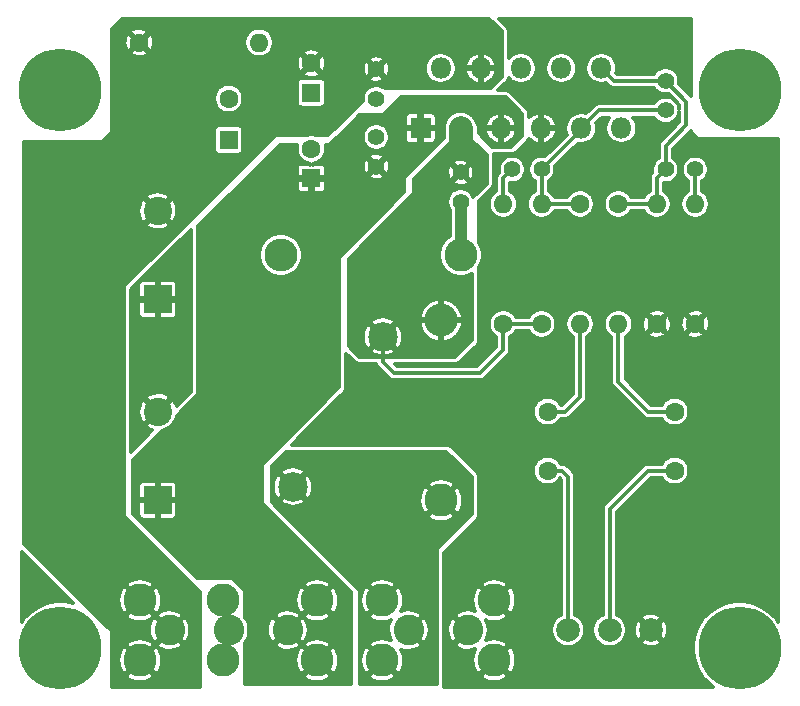
<source format=gbr>
%TF.GenerationSoftware,KiCad,Pcbnew,(5.1.6-0)*%
%TF.CreationDate,2023-04-23T15:30:13-07:00*%
%TF.ProjectId,LM3886-bal-no15v-th,4c4d3338-3836-42d6-9261-6c2d6e6f3135,rev?*%
%TF.SameCoordinates,Original*%
%TF.FileFunction,Copper,L1,Top*%
%TF.FilePolarity,Positive*%
%FSLAX46Y46*%
G04 Gerber Fmt 4.6, Leading zero omitted, Abs format (unit mm)*
G04 Created by KiCad (PCBNEW (5.1.6-0)) date 2023-04-23 15:30:13*
%MOMM*%
%LPD*%
G01*
G04 APERTURE LIST*
%TA.AperFunction,ComponentPad*%
%ADD10O,2.800000X2.800000*%
%TD*%
%TA.AperFunction,ComponentPad*%
%ADD11C,2.800000*%
%TD*%
%TA.AperFunction,ComponentPad*%
%ADD12C,1.400000*%
%TD*%
%TA.AperFunction,ComponentPad*%
%ADD13O,1.600000X1.600000*%
%TD*%
%TA.AperFunction,ComponentPad*%
%ADD14C,1.600000*%
%TD*%
%TA.AperFunction,ComponentPad*%
%ADD15C,2.500000*%
%TD*%
%TA.AperFunction,ComponentPad*%
%ADD16C,2.600000*%
%TD*%
%TA.AperFunction,ComponentPad*%
%ADD17C,2.000000*%
%TD*%
%TA.AperFunction,ComponentPad*%
%ADD18C,0.800000*%
%TD*%
%TA.AperFunction,ComponentPad*%
%ADD19C,7.000000*%
%TD*%
%TA.AperFunction,ComponentPad*%
%ADD20R,1.600000X1.600000*%
%TD*%
%TA.AperFunction,ComponentPad*%
%ADD21C,2.400000*%
%TD*%
%TA.AperFunction,ComponentPad*%
%ADD22R,2.400000X2.400000*%
%TD*%
%TA.AperFunction,ComponentPad*%
%ADD23O,1.800000X1.800000*%
%TD*%
%TA.AperFunction,ComponentPad*%
%ADD24R,1.800000X1.800000*%
%TD*%
%TA.AperFunction,ViaPad*%
%ADD25C,0.700000*%
%TD*%
%TA.AperFunction,Conductor*%
%ADD26C,0.300000*%
%TD*%
%TA.AperFunction,Conductor*%
%ADD27C,2.000000*%
%TD*%
%TA.AperFunction,Conductor*%
%ADD28C,1.000000*%
%TD*%
G04 APERTURE END LIST*
D10*
%TO.P,R9,2*%
%TO.N,/SIGOUT*%
X113500000Y-78510000D03*
D11*
%TO.P,R9,1*%
%TO.N,/SPK+*%
X113500000Y-93750000D03*
%TD*%
D10*
%TO.P,R8,2*%
%TO.N,GND*%
X99910000Y-73000000D03*
D11*
%TO.P,R8,1*%
%TO.N,Net-(C11-Pad2)*%
X115150000Y-73000000D03*
%TD*%
D12*
%TO.P,C1,2*%
%TO.N,/ICIN+*%
X132500000Y-58250000D03*
%TO.P,C1,1*%
%TO.N,/ICIN-*%
X132500000Y-60750000D03*
%TD*%
D13*
%TO.P,R7,2*%
%TO.N,/MUTE*%
X98080000Y-55000000D03*
D14*
%TO.P,R7,1*%
%TO.N,VEE*%
X87920000Y-55000000D03*
%TD*%
D13*
%TO.P,R6,2*%
%TO.N,Net-(C5-Pad1)*%
X118750000Y-68670000D03*
D14*
%TO.P,R6,1*%
%TO.N,/SIGOUT*%
X118750000Y-78830000D03*
%TD*%
D13*
%TO.P,R5,2*%
%TO.N,/ICIN-*%
X122000000Y-68670000D03*
D14*
%TO.P,R5,1*%
%TO.N,/SIGOUT*%
X122000000Y-78830000D03*
%TD*%
D13*
%TO.P,R4,2*%
%TO.N,/ICIN+*%
X131750000Y-68670000D03*
D14*
%TO.P,R4,1*%
%TO.N,GND*%
X131750000Y-78830000D03*
%TD*%
D13*
%TO.P,R3,2*%
%TO.N,Net-(C4-Pad2)*%
X135000000Y-68670000D03*
D14*
%TO.P,R3,1*%
%TO.N,GND*%
X135000000Y-78830000D03*
%TD*%
D13*
%TO.P,R2,2*%
%TO.N,/IN-*%
X125250000Y-78830000D03*
D14*
%TO.P,R2,1*%
%TO.N,/ICIN-*%
X125250000Y-68670000D03*
%TD*%
D13*
%TO.P,R1,2*%
%TO.N,/IN+*%
X128500000Y-78830000D03*
D14*
%TO.P,R1,1*%
%TO.N,/ICIN+*%
X128500000Y-68670000D03*
%TD*%
D12*
%TO.P,C11,2*%
%TO.N,Net-(C11-Pad2)*%
X115150000Y-68500000D03*
%TO.P,C11,1*%
%TO.N,/SIGOUT*%
X115150000Y-66000000D03*
%TD*%
%TO.P,C9,2*%
%TO.N,VEE*%
X108000000Y-57250000D03*
%TO.P,C9,1*%
%TO.N,GND*%
X108000000Y-59750000D03*
%TD*%
%TO.P,C8,2*%
%TO.N,GND*%
X108000000Y-63000000D03*
%TO.P,C8,1*%
%TO.N,VCC*%
X108000000Y-65500000D03*
%TD*%
%TO.P,C5,2*%
%TO.N,/ICIN-*%
X122000000Y-65750000D03*
%TO.P,C5,1*%
%TO.N,Net-(C5-Pad1)*%
X119500000Y-65750000D03*
%TD*%
%TO.P,C4,2*%
%TO.N,Net-(C4-Pad2)*%
X135000000Y-65750000D03*
%TO.P,C4,1*%
%TO.N,/ICIN+*%
X132500000Y-65750000D03*
%TD*%
D11*
%TO.P,J8,1*%
%TO.N,GND*%
X118000000Y-102210000D03*
X118000000Y-107290000D03*
%TD*%
%TO.P,J7,1*%
%TO.N,/SPK+*%
X108500000Y-102210000D03*
X108500000Y-107290000D03*
%TD*%
%TO.P,J6,1*%
%TO.N,VCC*%
X103000000Y-102210000D03*
X103000000Y-107290000D03*
%TD*%
%TO.P,J5,1*%
%TO.N,GND*%
X95000000Y-102210000D03*
X95000000Y-107290000D03*
%TD*%
%TO.P,J4,1*%
%TO.N,VEE*%
X88000000Y-102210000D03*
X88000000Y-107290000D03*
%TD*%
D15*
%TO.P,L1,2*%
%TO.N,/SPK+*%
X100940000Y-92600000D03*
%TO.P,L1,1*%
%TO.N,/SIGOUT*%
X108560000Y-79900000D03*
%TD*%
D16*
%TO.P,J3,3*%
%TO.N,VCC*%
X100500000Y-104750000D03*
%TO.P,J3,2*%
%TO.N,GND*%
X95500000Y-104750000D03*
%TO.P,J3,1*%
%TO.N,VEE*%
X90500000Y-104750000D03*
%TD*%
%TO.P,J2,2*%
%TO.N,GND*%
X115750000Y-104750000D03*
%TO.P,J2,1*%
%TO.N,/SPK+*%
X110750000Y-104750000D03*
%TD*%
D17*
%TO.P,J1,3*%
%TO.N,GND*%
X131250000Y-104750000D03*
%TO.P,J1,2*%
%TO.N,Net-(C12-Pad1)*%
X127750000Y-104750000D03*
%TO.P,J1,1*%
%TO.N,Net-(C13-Pad1)*%
X124250000Y-104750000D03*
%TD*%
D18*
%TO.P,H4,1*%
%TO.N,N/C*%
X140606155Y-104393845D03*
X138750000Y-103625000D03*
X136893845Y-104393845D03*
X136125000Y-106250000D03*
X136893845Y-108106155D03*
X138750000Y-108875000D03*
X140606155Y-108106155D03*
X141375000Y-106250000D03*
D19*
X138750000Y-106250000D03*
%TD*%
D18*
%TO.P,H3,1*%
%TO.N,N/C*%
X140606155Y-57143845D03*
X138750000Y-56375000D03*
X136893845Y-57143845D03*
X136125000Y-59000000D03*
X136893845Y-60856155D03*
X138750000Y-61625000D03*
X140606155Y-60856155D03*
X141375000Y-59000000D03*
D19*
X138750000Y-59000000D03*
%TD*%
D18*
%TO.P,H2,1*%
%TO.N,N/C*%
X83106155Y-104393845D03*
X81250000Y-103625000D03*
X79393845Y-104393845D03*
X78625000Y-106250000D03*
X79393845Y-108106155D03*
X81250000Y-108875000D03*
X83106155Y-108106155D03*
X83875000Y-106250000D03*
D19*
X81250000Y-106250000D03*
%TD*%
D18*
%TO.P,H1,1*%
%TO.N,N/C*%
X83106155Y-57143845D03*
X81250000Y-56375000D03*
X79393845Y-57143845D03*
X78625000Y-59000000D03*
X79393845Y-60856155D03*
X81250000Y-61625000D03*
X83106155Y-60856155D03*
X83875000Y-59000000D03*
D19*
X81250000Y-59000000D03*
%TD*%
D14*
%TO.P,C13,2*%
%TO.N,/IN-*%
X122500000Y-86250000D03*
%TO.P,C13,1*%
%TO.N,Net-(C13-Pad1)*%
X122500000Y-91250000D03*
%TD*%
%TO.P,C12,2*%
%TO.N,/IN+*%
X133250000Y-86250000D03*
%TO.P,C12,1*%
%TO.N,Net-(C12-Pad1)*%
X133250000Y-91250000D03*
%TD*%
%TO.P,C10,2*%
%TO.N,/MUTE*%
X95500000Y-59750000D03*
D20*
%TO.P,C10,1*%
%TO.N,GND*%
X95500000Y-63250000D03*
%TD*%
D14*
%TO.P,C7,2*%
%TO.N,VEE*%
X102500000Y-56750000D03*
D20*
%TO.P,C7,1*%
%TO.N,GND*%
X102500000Y-59250000D03*
%TD*%
D14*
%TO.P,C6,2*%
%TO.N,GND*%
X102500000Y-64000000D03*
D20*
%TO.P,C6,1*%
%TO.N,VCC*%
X102500000Y-66500000D03*
%TD*%
D21*
%TO.P,C3,2*%
%TO.N,VEE*%
X89500000Y-69250000D03*
D22*
%TO.P,C3,1*%
%TO.N,GND*%
X89500000Y-76750000D03*
%TD*%
D21*
%TO.P,C2,2*%
%TO.N,GND*%
X89500000Y-86250000D03*
D22*
%TO.P,C2,1*%
%TO.N,VCC*%
X89500000Y-93750000D03*
%TD*%
D23*
%TO.P,U1,11*%
%TO.N,N/C*%
X128750000Y-62250000D03*
%TO.P,U1,10*%
%TO.N,/ICIN+*%
X127050000Y-57170000D03*
%TO.P,U1,9*%
%TO.N,/ICIN-*%
X125350000Y-62250000D03*
%TO.P,U1,8*%
%TO.N,/MUTE*%
X123650000Y-57170000D03*
%TO.P,U1,7*%
%TO.N,GND*%
X121950000Y-62250000D03*
%TO.P,U1,6*%
%TO.N,N/C*%
X120250000Y-57170000D03*
%TO.P,U1,5*%
%TO.N,VCC*%
X118550000Y-62250000D03*
%TO.P,U1,4*%
%TO.N,VEE*%
X116850000Y-57170000D03*
%TO.P,U1,3*%
%TO.N,/SIGOUT*%
X115150000Y-62250000D03*
%TO.P,U1,2*%
%TO.N,N/C*%
X113450000Y-57170000D03*
D24*
%TO.P,U1,1*%
%TO.N,VCC*%
X111750000Y-62250000D03*
%TD*%
D25*
%TO.N,GND*%
X79198810Y-100792500D03*
X88198810Y-79792500D03*
X88198810Y-83792500D03*
X90198810Y-73792500D03*
X90198810Y-81792500D03*
X102198810Y-88792500D03*
X104198810Y-86792500D03*
X106198810Y-82792500D03*
X106198810Y-88792500D03*
X107198810Y-85792500D03*
X109198810Y-87792500D03*
X110198810Y-84792500D03*
X112198810Y-86792500D03*
X114198810Y-84792500D03*
X114198810Y-88792500D03*
X114198810Y-98792500D03*
X114198810Y-107792500D03*
X115198810Y-101792500D03*
X116198810Y-81792500D03*
X116198810Y-86792500D03*
X116198810Y-96792500D03*
X117198810Y-70792500D03*
X117198810Y-75792500D03*
X117198810Y-89792500D03*
X117198810Y-93792500D03*
X118198810Y-83792500D03*
X118198810Y-98000000D03*
X118198810Y-104792500D03*
X119198810Y-72792500D03*
X119198810Y-87792500D03*
X119198810Y-91792500D03*
X119198810Y-95792500D03*
X120198810Y-76792500D03*
X120198810Y-80792500D03*
X121198810Y-59792500D03*
X121198810Y-70792500D03*
X121198810Y-93792500D03*
X121198810Y-97792500D03*
X121198810Y-101792500D03*
X121198810Y-105792500D03*
X122198810Y-53792500D03*
X122198810Y-73792500D03*
X122198810Y-82792500D03*
X122198810Y-88792500D03*
X122198810Y-108792500D03*
X123198810Y-95792500D03*
X123250000Y-99250000D03*
X124198810Y-65792500D03*
X124198810Y-71792500D03*
X124198810Y-75792500D03*
X124198810Y-80792500D03*
X124198810Y-106792500D03*
X125198810Y-54792500D03*
X125198810Y-59792500D03*
X125198810Y-86792500D03*
X125198810Y-90792500D03*
X125198810Y-97792500D03*
X125198810Y-101792500D03*
X126198810Y-73792500D03*
X126198810Y-82792500D03*
X126198810Y-93792500D03*
X126198810Y-108792500D03*
X127198810Y-64792500D03*
X127198810Y-70792500D03*
X127198810Y-76792500D03*
X127198810Y-88792500D03*
X128198810Y-53792500D03*
X128198810Y-85792500D03*
X128198810Y-91792500D03*
X129198810Y-56792500D03*
X129198810Y-72792500D03*
X129198810Y-94792500D03*
X129198810Y-98792500D03*
X129198810Y-102792500D03*
X129198810Y-106792500D03*
X130198810Y-59792500D03*
X130198810Y-65792500D03*
X130198810Y-75792500D03*
X130198810Y-80792500D03*
X130198810Y-87792500D03*
X131198810Y-54792500D03*
X131198810Y-62792500D03*
X131198810Y-70792500D03*
X131198810Y-83792500D03*
X131198810Y-92792500D03*
X131198810Y-96792500D03*
X131198810Y-101500000D03*
X131198810Y-108792500D03*
X132198810Y-73792500D03*
X133198810Y-76792500D03*
X133198810Y-81792500D03*
X133198810Y-88792500D03*
X133198810Y-94792500D03*
X133198810Y-98792500D03*
X133198810Y-102792500D03*
X133198810Y-106792500D03*
X134198810Y-63792500D03*
X134198810Y-71792500D03*
X135198810Y-74792500D03*
X135198810Y-83792500D03*
X135198810Y-90792500D03*
X135198810Y-96792500D03*
X135198810Y-100792500D03*
X136198810Y-80792500D03*
X136198810Y-86792500D03*
X136198810Y-93792500D03*
X137198810Y-64792500D03*
X137198810Y-68792500D03*
X137198810Y-72792500D03*
X137198810Y-76792500D03*
X137198810Y-98792500D03*
X138198810Y-82792500D03*
X138198810Y-88792500D03*
X138198810Y-95792500D03*
X139198810Y-66792500D03*
X139198810Y-70792500D03*
X139198810Y-74792500D03*
X139198810Y-78792500D03*
X139198810Y-85792500D03*
X139198810Y-91792500D03*
X139198810Y-100792500D03*
X140198810Y-97792500D03*
X141198810Y-64792500D03*
X141198810Y-68792500D03*
X141198810Y-72792500D03*
X141198810Y-76792500D03*
X141198810Y-80792500D03*
X141198810Y-87792500D03*
X141198810Y-93792500D03*
%TD*%
D26*
%TO.N,Net-(C4-Pad2)*%
X135000000Y-65750000D02*
X135000000Y-68670000D01*
%TO.N,Net-(C5-Pad1)*%
X118750000Y-66500000D02*
X119500000Y-65750000D01*
X118750000Y-68670000D02*
X118750000Y-66500000D01*
%TO.N,/ICIN+*%
X131750000Y-67250000D02*
X131750000Y-68670000D01*
X128130000Y-58250000D02*
X127050000Y-57170000D01*
X132500000Y-58250000D02*
X128130000Y-58250000D01*
X131750000Y-66500000D02*
X131750000Y-67250000D01*
X132500000Y-65750000D02*
X131750000Y-66500000D01*
X132500000Y-65750000D02*
X132500000Y-63750000D01*
X131750000Y-68670000D02*
X128500000Y-68670000D01*
X134250000Y-60500000D02*
X134250000Y-62000000D01*
X134250000Y-60000000D02*
X134250000Y-60500000D01*
X132500000Y-63750000D02*
X134250000Y-62000000D01*
X134250000Y-60000000D02*
X132500000Y-58250000D01*
%TO.N,/ICIN-*%
X126850000Y-60750000D02*
X132500000Y-60750000D01*
X125350000Y-62250000D02*
X126850000Y-60750000D01*
X125350000Y-62400000D02*
X125350000Y-62250000D01*
X122000000Y-65750000D02*
X125350000Y-62400000D01*
X122000000Y-65750000D02*
X122000000Y-68670000D01*
X122000000Y-68670000D02*
X125250000Y-68670000D01*
%TO.N,/IN+*%
X128500000Y-78830000D02*
X128500000Y-83750000D01*
X131000000Y-86250000D02*
X128500000Y-83750000D01*
X131000000Y-86250000D02*
X133250000Y-86250000D01*
%TO.N,/IN-*%
X125250000Y-85000000D02*
X125250000Y-78830000D01*
X124000000Y-86250000D02*
X125250000Y-85000000D01*
X122500000Y-86250000D02*
X124000000Y-86250000D01*
%TO.N,/SIGOUT*%
X118750000Y-78830000D02*
X122000000Y-78830000D01*
D27*
X115150000Y-62250000D02*
X115150000Y-63900000D01*
D26*
X116750000Y-83000000D02*
X118750000Y-81000000D01*
X109500000Y-83000000D02*
X116750000Y-83000000D01*
X108560000Y-82060000D02*
X109500000Y-83000000D01*
X118750000Y-81000000D02*
X118750000Y-78830000D01*
X108560000Y-79900000D02*
X108560000Y-82060000D01*
%TO.N,Net-(C12-Pad1)*%
X131000000Y-91250000D02*
X133250000Y-91250000D01*
X127750000Y-94500000D02*
X131000000Y-91250000D01*
X127750000Y-104750000D02*
X127750000Y-94500000D01*
%TO.N,Net-(C13-Pad1)*%
X123750000Y-91250000D02*
X124250000Y-91750000D01*
X124250000Y-92000000D02*
X124250000Y-104750000D01*
X124250000Y-91750000D02*
X124250000Y-92000000D01*
X122500000Y-91250000D02*
X123750000Y-91250000D01*
D28*
%TO.N,Net-(C11-Pad2)*%
X115150000Y-68500000D02*
X115150000Y-73000000D01*
%TD*%
D26*
%TO.N,/SIGOUT*%
G36*
X114590205Y-63478470D02*
G01*
X114840624Y-63564076D01*
X115050000Y-63483795D01*
X115050000Y-63400000D01*
X115250000Y-63400000D01*
X115250000Y-63483795D01*
X115459376Y-63564076D01*
X115709795Y-63478470D01*
X115845038Y-63400000D01*
X116187868Y-63400000D01*
X117350000Y-64562132D01*
X117350000Y-66937868D01*
X116216999Y-68070869D01*
X116169116Y-67955271D01*
X116043263Y-67766918D01*
X115883082Y-67606737D01*
X115694729Y-67480884D01*
X115485443Y-67394194D01*
X115263265Y-67350000D01*
X115036735Y-67350000D01*
X114814557Y-67394194D01*
X114605271Y-67480884D01*
X114416918Y-67606737D01*
X114256737Y-67766918D01*
X114130884Y-67955271D01*
X114044194Y-68164557D01*
X114000000Y-68386735D01*
X114000000Y-68613265D01*
X114044194Y-68835443D01*
X114130884Y-69044729D01*
X114200000Y-69148169D01*
X114200001Y-71409794D01*
X113970694Y-71563011D01*
X113713011Y-71820694D01*
X113510552Y-72123697D01*
X113371095Y-72460375D01*
X113300000Y-72817791D01*
X113300000Y-73182209D01*
X113371095Y-73539625D01*
X113510552Y-73876303D01*
X113713011Y-74179306D01*
X113970694Y-74436989D01*
X114273697Y-74639448D01*
X114610375Y-74778905D01*
X114967791Y-74850000D01*
X115332209Y-74850000D01*
X115689625Y-74778905D01*
X116026303Y-74639448D01*
X116100000Y-74590206D01*
X116100000Y-80187868D01*
X114687868Y-81600000D01*
X108659979Y-81600000D01*
X108925536Y-81568659D01*
X109244052Y-81465283D01*
X109481446Y-81338392D01*
X109615421Y-81096842D01*
X108560000Y-80041421D01*
X107504579Y-81096842D01*
X107638554Y-81338392D01*
X107936875Y-81490519D01*
X108259143Y-81581524D01*
X108492915Y-81600000D01*
X106562132Y-81600000D01*
X105650000Y-80687868D01*
X105650000Y-79932973D01*
X106852092Y-79932973D01*
X106891341Y-80265536D01*
X106994717Y-80584052D01*
X107121608Y-80821446D01*
X107363158Y-80955421D01*
X108418579Y-79900000D01*
X108701421Y-79900000D01*
X109756842Y-80955421D01*
X109998392Y-80821446D01*
X110150519Y-80523125D01*
X110241524Y-80200857D01*
X110267908Y-79867027D01*
X110228659Y-79534464D01*
X110125283Y-79215948D01*
X109998392Y-78978554D01*
X109852707Y-78897750D01*
X111691089Y-78897750D01*
X111801493Y-79243201D01*
X111977170Y-79560475D01*
X112211368Y-79837380D01*
X112495088Y-80063274D01*
X112817426Y-80229477D01*
X113112251Y-80318908D01*
X113400000Y-80244620D01*
X113400000Y-78610000D01*
X113600000Y-78610000D01*
X113600000Y-80244620D01*
X113887749Y-80318908D01*
X114182574Y-80229477D01*
X114504912Y-80063274D01*
X114788632Y-79837380D01*
X115022830Y-79560475D01*
X115198507Y-79243201D01*
X115308911Y-78897750D01*
X115234798Y-78610000D01*
X113600000Y-78610000D01*
X113400000Y-78610000D01*
X111765202Y-78610000D01*
X111691089Y-78897750D01*
X109852707Y-78897750D01*
X109756842Y-78844579D01*
X108701421Y-79900000D01*
X108418579Y-79900000D01*
X107363158Y-78844579D01*
X107121608Y-78978554D01*
X106969481Y-79276875D01*
X106878476Y-79599143D01*
X106852092Y-79932973D01*
X105650000Y-79932973D01*
X105650000Y-78703158D01*
X107504579Y-78703158D01*
X108560000Y-79758579D01*
X109615421Y-78703158D01*
X109481446Y-78461608D01*
X109183125Y-78309481D01*
X108860857Y-78218476D01*
X108527027Y-78192092D01*
X108194464Y-78231341D01*
X107875948Y-78334717D01*
X107638554Y-78461608D01*
X107504579Y-78703158D01*
X105650000Y-78703158D01*
X105650000Y-78122250D01*
X111691089Y-78122250D01*
X111765202Y-78410000D01*
X113400000Y-78410000D01*
X113400000Y-76775380D01*
X113600000Y-76775380D01*
X113600000Y-78410000D01*
X115234798Y-78410000D01*
X115308911Y-78122250D01*
X115198507Y-77776799D01*
X115022830Y-77459525D01*
X114788632Y-77182620D01*
X114504912Y-76956726D01*
X114182574Y-76790523D01*
X113887749Y-76701092D01*
X113600000Y-76775380D01*
X113400000Y-76775380D01*
X113112251Y-76701092D01*
X112817426Y-76790523D01*
X112495088Y-76956726D01*
X112211368Y-77182620D01*
X111977170Y-77459525D01*
X111801493Y-77776799D01*
X111691089Y-78122250D01*
X105650000Y-78122250D01*
X105650000Y-73312132D01*
X111106066Y-67856066D01*
X111124720Y-67833336D01*
X111138582Y-67807403D01*
X111147118Y-67779264D01*
X111150000Y-67750000D01*
X111150000Y-66804871D01*
X114486551Y-66804871D01*
X114554226Y-66990143D01*
X114758841Y-67087346D01*
X114978488Y-67142764D01*
X115204726Y-67154267D01*
X115428860Y-67121412D01*
X115642279Y-67045461D01*
X115745774Y-66990143D01*
X115813449Y-66804871D01*
X115150000Y-66141421D01*
X114486551Y-66804871D01*
X111150000Y-66804871D01*
X111150000Y-66562132D01*
X111657406Y-66054726D01*
X113995733Y-66054726D01*
X114028588Y-66278860D01*
X114104539Y-66492279D01*
X114159857Y-66595774D01*
X114345129Y-66663449D01*
X115008579Y-66000000D01*
X115291421Y-66000000D01*
X115954871Y-66663449D01*
X116140143Y-66595774D01*
X116237346Y-66391159D01*
X116292764Y-66171512D01*
X116304267Y-65945274D01*
X116271412Y-65721140D01*
X116195461Y-65507721D01*
X116140143Y-65404226D01*
X115954871Y-65336551D01*
X115291421Y-66000000D01*
X115008579Y-66000000D01*
X114345129Y-65336551D01*
X114159857Y-65404226D01*
X114062654Y-65608841D01*
X114007236Y-65828488D01*
X113995733Y-66054726D01*
X111657406Y-66054726D01*
X112517003Y-65195129D01*
X114486551Y-65195129D01*
X115150000Y-65858579D01*
X115813449Y-65195129D01*
X115745774Y-65009857D01*
X115541159Y-64912654D01*
X115321512Y-64857236D01*
X115095274Y-64845733D01*
X114871140Y-64878588D01*
X114657721Y-64954539D01*
X114554226Y-65009857D01*
X114486551Y-65195129D01*
X112517003Y-65195129D01*
X114312132Y-63400000D01*
X114454962Y-63400000D01*
X114590205Y-63478470D01*
G37*
X114590205Y-63478470D02*
X114840624Y-63564076D01*
X115050000Y-63483795D01*
X115050000Y-63400000D01*
X115250000Y-63400000D01*
X115250000Y-63483795D01*
X115459376Y-63564076D01*
X115709795Y-63478470D01*
X115845038Y-63400000D01*
X116187868Y-63400000D01*
X117350000Y-64562132D01*
X117350000Y-66937868D01*
X116216999Y-68070869D01*
X116169116Y-67955271D01*
X116043263Y-67766918D01*
X115883082Y-67606737D01*
X115694729Y-67480884D01*
X115485443Y-67394194D01*
X115263265Y-67350000D01*
X115036735Y-67350000D01*
X114814557Y-67394194D01*
X114605271Y-67480884D01*
X114416918Y-67606737D01*
X114256737Y-67766918D01*
X114130884Y-67955271D01*
X114044194Y-68164557D01*
X114000000Y-68386735D01*
X114000000Y-68613265D01*
X114044194Y-68835443D01*
X114130884Y-69044729D01*
X114200000Y-69148169D01*
X114200001Y-71409794D01*
X113970694Y-71563011D01*
X113713011Y-71820694D01*
X113510552Y-72123697D01*
X113371095Y-72460375D01*
X113300000Y-72817791D01*
X113300000Y-73182209D01*
X113371095Y-73539625D01*
X113510552Y-73876303D01*
X113713011Y-74179306D01*
X113970694Y-74436989D01*
X114273697Y-74639448D01*
X114610375Y-74778905D01*
X114967791Y-74850000D01*
X115332209Y-74850000D01*
X115689625Y-74778905D01*
X116026303Y-74639448D01*
X116100000Y-74590206D01*
X116100000Y-80187868D01*
X114687868Y-81600000D01*
X108659979Y-81600000D01*
X108925536Y-81568659D01*
X109244052Y-81465283D01*
X109481446Y-81338392D01*
X109615421Y-81096842D01*
X108560000Y-80041421D01*
X107504579Y-81096842D01*
X107638554Y-81338392D01*
X107936875Y-81490519D01*
X108259143Y-81581524D01*
X108492915Y-81600000D01*
X106562132Y-81600000D01*
X105650000Y-80687868D01*
X105650000Y-79932973D01*
X106852092Y-79932973D01*
X106891341Y-80265536D01*
X106994717Y-80584052D01*
X107121608Y-80821446D01*
X107363158Y-80955421D01*
X108418579Y-79900000D01*
X108701421Y-79900000D01*
X109756842Y-80955421D01*
X109998392Y-80821446D01*
X110150519Y-80523125D01*
X110241524Y-80200857D01*
X110267908Y-79867027D01*
X110228659Y-79534464D01*
X110125283Y-79215948D01*
X109998392Y-78978554D01*
X109852707Y-78897750D01*
X111691089Y-78897750D01*
X111801493Y-79243201D01*
X111977170Y-79560475D01*
X112211368Y-79837380D01*
X112495088Y-80063274D01*
X112817426Y-80229477D01*
X113112251Y-80318908D01*
X113400000Y-80244620D01*
X113400000Y-78610000D01*
X113600000Y-78610000D01*
X113600000Y-80244620D01*
X113887749Y-80318908D01*
X114182574Y-80229477D01*
X114504912Y-80063274D01*
X114788632Y-79837380D01*
X115022830Y-79560475D01*
X115198507Y-79243201D01*
X115308911Y-78897750D01*
X115234798Y-78610000D01*
X113600000Y-78610000D01*
X113400000Y-78610000D01*
X111765202Y-78610000D01*
X111691089Y-78897750D01*
X109852707Y-78897750D01*
X109756842Y-78844579D01*
X108701421Y-79900000D01*
X108418579Y-79900000D01*
X107363158Y-78844579D01*
X107121608Y-78978554D01*
X106969481Y-79276875D01*
X106878476Y-79599143D01*
X106852092Y-79932973D01*
X105650000Y-79932973D01*
X105650000Y-78703158D01*
X107504579Y-78703158D01*
X108560000Y-79758579D01*
X109615421Y-78703158D01*
X109481446Y-78461608D01*
X109183125Y-78309481D01*
X108860857Y-78218476D01*
X108527027Y-78192092D01*
X108194464Y-78231341D01*
X107875948Y-78334717D01*
X107638554Y-78461608D01*
X107504579Y-78703158D01*
X105650000Y-78703158D01*
X105650000Y-78122250D01*
X111691089Y-78122250D01*
X111765202Y-78410000D01*
X113400000Y-78410000D01*
X113400000Y-76775380D01*
X113600000Y-76775380D01*
X113600000Y-78410000D01*
X115234798Y-78410000D01*
X115308911Y-78122250D01*
X115198507Y-77776799D01*
X115022830Y-77459525D01*
X114788632Y-77182620D01*
X114504912Y-76956726D01*
X114182574Y-76790523D01*
X113887749Y-76701092D01*
X113600000Y-76775380D01*
X113400000Y-76775380D01*
X113112251Y-76701092D01*
X112817426Y-76790523D01*
X112495088Y-76956726D01*
X112211368Y-77182620D01*
X111977170Y-77459525D01*
X111801493Y-77776799D01*
X111691089Y-78122250D01*
X105650000Y-78122250D01*
X105650000Y-73312132D01*
X111106066Y-67856066D01*
X111124720Y-67833336D01*
X111138582Y-67807403D01*
X111147118Y-67779264D01*
X111150000Y-67750000D01*
X111150000Y-66804871D01*
X114486551Y-66804871D01*
X114554226Y-66990143D01*
X114758841Y-67087346D01*
X114978488Y-67142764D01*
X115204726Y-67154267D01*
X115428860Y-67121412D01*
X115642279Y-67045461D01*
X115745774Y-66990143D01*
X115813449Y-66804871D01*
X115150000Y-66141421D01*
X114486551Y-66804871D01*
X111150000Y-66804871D01*
X111150000Y-66562132D01*
X111657406Y-66054726D01*
X113995733Y-66054726D01*
X114028588Y-66278860D01*
X114104539Y-66492279D01*
X114159857Y-66595774D01*
X114345129Y-66663449D01*
X115008579Y-66000000D01*
X115291421Y-66000000D01*
X115954871Y-66663449D01*
X116140143Y-66595774D01*
X116237346Y-66391159D01*
X116292764Y-66171512D01*
X116304267Y-65945274D01*
X116271412Y-65721140D01*
X116195461Y-65507721D01*
X116140143Y-65404226D01*
X115954871Y-65336551D01*
X115291421Y-66000000D01*
X115008579Y-66000000D01*
X114345129Y-65336551D01*
X114159857Y-65404226D01*
X114062654Y-65608841D01*
X114007236Y-65828488D01*
X113995733Y-66054726D01*
X111657406Y-66054726D01*
X112517003Y-65195129D01*
X114486551Y-65195129D01*
X115150000Y-65858579D01*
X115813449Y-65195129D01*
X115745774Y-65009857D01*
X115541159Y-64912654D01*
X115321512Y-64857236D01*
X115095274Y-64845733D01*
X114871140Y-64878588D01*
X114657721Y-64954539D01*
X114554226Y-65009857D01*
X114486551Y-65195129D01*
X112517003Y-65195129D01*
X114312132Y-63400000D01*
X114454962Y-63400000D01*
X114590205Y-63478470D01*
%TO.N,VEE*%
G36*
X118600000Y-54062132D02*
G01*
X118600000Y-57937868D01*
X117687868Y-58850000D01*
X108750000Y-58850000D01*
X108726468Y-58852318D01*
X108544729Y-58730884D01*
X108335443Y-58644194D01*
X108113265Y-58600000D01*
X107886735Y-58600000D01*
X107664557Y-58644194D01*
X107455271Y-58730884D01*
X107266918Y-58856737D01*
X107106737Y-59016918D01*
X106980884Y-59205271D01*
X106894194Y-59414557D01*
X106850000Y-59636735D01*
X106850000Y-59863265D01*
X106862377Y-59925491D01*
X103937868Y-62850000D01*
X102990060Y-62850000D01*
X102864611Y-62798037D01*
X102623114Y-62750000D01*
X102376886Y-62750000D01*
X102135389Y-62798037D01*
X102009940Y-62850000D01*
X99500000Y-62850000D01*
X99470736Y-62852882D01*
X99442597Y-62861418D01*
X99416664Y-62875280D01*
X99393934Y-62893934D01*
X86643934Y-75643934D01*
X86625280Y-75666664D01*
X86611418Y-75692597D01*
X86602882Y-75720736D01*
X86600000Y-75750000D01*
X86600000Y-95000000D01*
X86602882Y-95029264D01*
X86611418Y-95057403D01*
X86625280Y-95083336D01*
X86643934Y-95106066D01*
X93100000Y-101562132D01*
X93100000Y-109525000D01*
X85650000Y-109525000D01*
X85650000Y-108593612D01*
X86837809Y-108593612D01*
X86989820Y-108850524D01*
X87313674Y-109017615D01*
X87663902Y-109118315D01*
X88027047Y-109148755D01*
X88389152Y-109107762D01*
X88736302Y-108996915D01*
X89010180Y-108850524D01*
X89162191Y-108593612D01*
X88000000Y-107431421D01*
X86837809Y-108593612D01*
X85650000Y-108593612D01*
X85650000Y-107317047D01*
X86141245Y-107317047D01*
X86182238Y-107679152D01*
X86293085Y-108026302D01*
X86439476Y-108300180D01*
X86696388Y-108452191D01*
X87858579Y-107290000D01*
X88141421Y-107290000D01*
X89303612Y-108452191D01*
X89560524Y-108300180D01*
X89727615Y-107976326D01*
X89828315Y-107626098D01*
X89858755Y-107262953D01*
X89817762Y-106900848D01*
X89706915Y-106553698D01*
X89560524Y-106279820D01*
X89303612Y-106127809D01*
X88141421Y-107290000D01*
X87858579Y-107290000D01*
X86696388Y-106127809D01*
X86439476Y-106279820D01*
X86272385Y-106603674D01*
X86171685Y-106953902D01*
X86141245Y-107317047D01*
X85650000Y-107317047D01*
X85650000Y-105986388D01*
X86837809Y-105986388D01*
X88000000Y-107148579D01*
X89162191Y-105986388D01*
X89159853Y-105982436D01*
X89408986Y-105982436D01*
X89548973Y-106229107D01*
X89855806Y-106386222D01*
X90187395Y-106480459D01*
X90530997Y-106508195D01*
X90873409Y-106468364D01*
X91201470Y-106362498D01*
X91451027Y-106229107D01*
X91591014Y-105982436D01*
X90500000Y-104891421D01*
X89408986Y-105982436D01*
X89159853Y-105982436D01*
X89010180Y-105729476D01*
X88686326Y-105562385D01*
X88336098Y-105461685D01*
X87972953Y-105431245D01*
X87610848Y-105472238D01*
X87263698Y-105583085D01*
X86989820Y-105729476D01*
X86837809Y-105986388D01*
X85650000Y-105986388D01*
X85650000Y-105000000D01*
X85647118Y-104970736D01*
X85638582Y-104942597D01*
X85624720Y-104916664D01*
X85606066Y-104893934D01*
X85493129Y-104780997D01*
X88741805Y-104780997D01*
X88781636Y-105123409D01*
X88887502Y-105451470D01*
X89020893Y-105701027D01*
X89267564Y-105841014D01*
X90358579Y-104750000D01*
X90641421Y-104750000D01*
X91732436Y-105841014D01*
X91979107Y-105701027D01*
X92136222Y-105394194D01*
X92230459Y-105062605D01*
X92258195Y-104719003D01*
X92218364Y-104376591D01*
X92112498Y-104048530D01*
X91979107Y-103798973D01*
X91732436Y-103658986D01*
X90641421Y-104750000D01*
X90358579Y-104750000D01*
X89267564Y-103658986D01*
X89020893Y-103798973D01*
X88863778Y-104105806D01*
X88769541Y-104437395D01*
X88741805Y-104780997D01*
X85493129Y-104780997D01*
X84225744Y-103513612D01*
X86837809Y-103513612D01*
X86989820Y-103770524D01*
X87313674Y-103937615D01*
X87663902Y-104038315D01*
X88027047Y-104068755D01*
X88389152Y-104027762D01*
X88736302Y-103916915D01*
X89010180Y-103770524D01*
X89159852Y-103517564D01*
X89408986Y-103517564D01*
X90500000Y-104608579D01*
X91591014Y-103517564D01*
X91451027Y-103270893D01*
X91144194Y-103113778D01*
X90812605Y-103019541D01*
X90469003Y-102991805D01*
X90126591Y-103031636D01*
X89798530Y-103137502D01*
X89548973Y-103270893D01*
X89408986Y-103517564D01*
X89159852Y-103517564D01*
X89162191Y-103513612D01*
X88000000Y-102351421D01*
X86837809Y-103513612D01*
X84225744Y-103513612D01*
X82949179Y-102237047D01*
X86141245Y-102237047D01*
X86182238Y-102599152D01*
X86293085Y-102946302D01*
X86439476Y-103220180D01*
X86696388Y-103372191D01*
X87858579Y-102210000D01*
X88141421Y-102210000D01*
X89303612Y-103372191D01*
X89560524Y-103220180D01*
X89727615Y-102896326D01*
X89828315Y-102546098D01*
X89858755Y-102182953D01*
X89817762Y-101820848D01*
X89706915Y-101473698D01*
X89560524Y-101199820D01*
X89303612Y-101047809D01*
X88141421Y-102210000D01*
X87858579Y-102210000D01*
X86696388Y-101047809D01*
X86439476Y-101199820D01*
X86272385Y-101523674D01*
X86171685Y-101873902D01*
X86141245Y-102237047D01*
X82949179Y-102237047D01*
X81618520Y-100906388D01*
X86837809Y-100906388D01*
X88000000Y-102068579D01*
X89162191Y-100906388D01*
X89010180Y-100649476D01*
X88686326Y-100482385D01*
X88336098Y-100381685D01*
X87972953Y-100351245D01*
X87610848Y-100392238D01*
X87263698Y-100503085D01*
X86989820Y-100649476D01*
X86837809Y-100906388D01*
X81618520Y-100906388D01*
X78150000Y-97437868D01*
X78150000Y-70411243D01*
X88480179Y-70411243D01*
X88608138Y-70647674D01*
X88897947Y-70794812D01*
X89210892Y-70882584D01*
X89534949Y-70907616D01*
X89857662Y-70868947D01*
X90166631Y-70768063D01*
X90391862Y-70647674D01*
X90519821Y-70411243D01*
X89500000Y-69391421D01*
X88480179Y-70411243D01*
X78150000Y-70411243D01*
X78150000Y-69284949D01*
X87842384Y-69284949D01*
X87881053Y-69607662D01*
X87981937Y-69916631D01*
X88102326Y-70141862D01*
X88338757Y-70269821D01*
X89358579Y-69250000D01*
X89641421Y-69250000D01*
X90661243Y-70269821D01*
X90897674Y-70141862D01*
X91044812Y-69852053D01*
X91132584Y-69539108D01*
X91157616Y-69215051D01*
X91118947Y-68892338D01*
X91018063Y-68583369D01*
X90897674Y-68358138D01*
X90661243Y-68230179D01*
X89641421Y-69250000D01*
X89358579Y-69250000D01*
X88338757Y-68230179D01*
X88102326Y-68358138D01*
X87955188Y-68647947D01*
X87867416Y-68960892D01*
X87842384Y-69284949D01*
X78150000Y-69284949D01*
X78150000Y-68088757D01*
X88480179Y-68088757D01*
X89500000Y-69108579D01*
X90519821Y-68088757D01*
X90391862Y-67852326D01*
X90102053Y-67705188D01*
X89789108Y-67617416D01*
X89465051Y-67592384D01*
X89142338Y-67631053D01*
X88833369Y-67731937D01*
X88608138Y-67852326D01*
X88480179Y-68088757D01*
X78150000Y-68088757D01*
X78150000Y-63400000D01*
X84750000Y-63400000D01*
X84779264Y-63397118D01*
X84807403Y-63388582D01*
X84833336Y-63374720D01*
X84856066Y-63356066D01*
X85606066Y-62606066D01*
X85624720Y-62583336D01*
X85638582Y-62557403D01*
X85647118Y-62529264D01*
X85650000Y-62500000D01*
X85650000Y-62450000D01*
X94247823Y-62450000D01*
X94247823Y-64050000D01*
X94256511Y-64138215D01*
X94282243Y-64223041D01*
X94324029Y-64301216D01*
X94380263Y-64369737D01*
X94448784Y-64425971D01*
X94526959Y-64467757D01*
X94611785Y-64493489D01*
X94700000Y-64502177D01*
X96300000Y-64502177D01*
X96388215Y-64493489D01*
X96473041Y-64467757D01*
X96551216Y-64425971D01*
X96619737Y-64369737D01*
X96675971Y-64301216D01*
X96717757Y-64223041D01*
X96743489Y-64138215D01*
X96752177Y-64050000D01*
X96752177Y-62450000D01*
X96743489Y-62361785D01*
X96717757Y-62276959D01*
X96675971Y-62198784D01*
X96619737Y-62130263D01*
X96551216Y-62074029D01*
X96473041Y-62032243D01*
X96388215Y-62006511D01*
X96300000Y-61997823D01*
X94700000Y-61997823D01*
X94611785Y-62006511D01*
X94526959Y-62032243D01*
X94448784Y-62074029D01*
X94380263Y-62130263D01*
X94324029Y-62198784D01*
X94282243Y-62276959D01*
X94256511Y-62361785D01*
X94247823Y-62450000D01*
X85650000Y-62450000D01*
X85650000Y-59626886D01*
X94250000Y-59626886D01*
X94250000Y-59873114D01*
X94298037Y-60114611D01*
X94392265Y-60342097D01*
X94529062Y-60546828D01*
X94703172Y-60720938D01*
X94907903Y-60857735D01*
X95135389Y-60951963D01*
X95376886Y-61000000D01*
X95623114Y-61000000D01*
X95864611Y-60951963D01*
X96092097Y-60857735D01*
X96296828Y-60720938D01*
X96470938Y-60546828D01*
X96607735Y-60342097D01*
X96701963Y-60114611D01*
X96750000Y-59873114D01*
X96750000Y-59626886D01*
X96701963Y-59385389D01*
X96607735Y-59157903D01*
X96470938Y-58953172D01*
X96296828Y-58779062D01*
X96092097Y-58642265D01*
X95864611Y-58548037D01*
X95623114Y-58500000D01*
X95376886Y-58500000D01*
X95135389Y-58548037D01*
X94907903Y-58642265D01*
X94703172Y-58779062D01*
X94529062Y-58953172D01*
X94392265Y-59157903D01*
X94298037Y-59385389D01*
X94250000Y-59626886D01*
X85650000Y-59626886D01*
X85650000Y-58450000D01*
X101247823Y-58450000D01*
X101247823Y-60050000D01*
X101256511Y-60138215D01*
X101282243Y-60223041D01*
X101324029Y-60301216D01*
X101380263Y-60369737D01*
X101448784Y-60425971D01*
X101526959Y-60467757D01*
X101611785Y-60493489D01*
X101700000Y-60502177D01*
X103300000Y-60502177D01*
X103388215Y-60493489D01*
X103473041Y-60467757D01*
X103551216Y-60425971D01*
X103619737Y-60369737D01*
X103675971Y-60301216D01*
X103717757Y-60223041D01*
X103743489Y-60138215D01*
X103752177Y-60050000D01*
X103752177Y-58450000D01*
X103743489Y-58361785D01*
X103717757Y-58276959D01*
X103675971Y-58198784D01*
X103619737Y-58130263D01*
X103551216Y-58074029D01*
X103515375Y-58054871D01*
X107336551Y-58054871D01*
X107404226Y-58240143D01*
X107608841Y-58337346D01*
X107828488Y-58392764D01*
X108054726Y-58404267D01*
X108278860Y-58371412D01*
X108492279Y-58295461D01*
X108595774Y-58240143D01*
X108663449Y-58054871D01*
X108000000Y-57391421D01*
X107336551Y-58054871D01*
X103515375Y-58054871D01*
X103473041Y-58032243D01*
X103388215Y-58006511D01*
X103300000Y-57997823D01*
X102602380Y-57997823D01*
X102794633Y-57971004D01*
X103027178Y-57890063D01*
X103155042Y-57821717D01*
X103234802Y-57626223D01*
X102500000Y-56891421D01*
X101765198Y-57626223D01*
X101844958Y-57821717D01*
X102066626Y-57928917D01*
X102304948Y-57990812D01*
X102426222Y-57997823D01*
X101700000Y-57997823D01*
X101611785Y-58006511D01*
X101526959Y-58032243D01*
X101448784Y-58074029D01*
X101380263Y-58130263D01*
X101324029Y-58198784D01*
X101282243Y-58276959D01*
X101256511Y-58361785D01*
X101247823Y-58450000D01*
X85650000Y-58450000D01*
X85650000Y-56800766D01*
X101244977Y-56800766D01*
X101278996Y-57044633D01*
X101359937Y-57277178D01*
X101428283Y-57405042D01*
X101623777Y-57484802D01*
X102358579Y-56750000D01*
X102641421Y-56750000D01*
X103376223Y-57484802D01*
X103571717Y-57405042D01*
X103620230Y-57304726D01*
X106845733Y-57304726D01*
X106878588Y-57528860D01*
X106954539Y-57742279D01*
X107009857Y-57845774D01*
X107195129Y-57913449D01*
X107858579Y-57250000D01*
X108141421Y-57250000D01*
X108804871Y-57913449D01*
X108990143Y-57845774D01*
X109087346Y-57641159D01*
X109142764Y-57421512D01*
X109154267Y-57195274D01*
X109131072Y-57037037D01*
X112100000Y-57037037D01*
X112100000Y-57302963D01*
X112151880Y-57563780D01*
X112253646Y-57809465D01*
X112401387Y-58030575D01*
X112589425Y-58218613D01*
X112810535Y-58366354D01*
X113056220Y-58468120D01*
X113317037Y-58520000D01*
X113582963Y-58520000D01*
X113843780Y-58468120D01*
X114089465Y-58366354D01*
X114310575Y-58218613D01*
X114498613Y-58030575D01*
X114646354Y-57809465D01*
X114748120Y-57563780D01*
X114764909Y-57479375D01*
X115535928Y-57479375D01*
X115585506Y-57642825D01*
X115702046Y-57880430D01*
X115862702Y-58090734D01*
X116061299Y-58265655D01*
X116290205Y-58398470D01*
X116540624Y-58484076D01*
X116750000Y-58403795D01*
X116750000Y-57270000D01*
X116950000Y-57270000D01*
X116950000Y-58403795D01*
X117159376Y-58484076D01*
X117409795Y-58398470D01*
X117638701Y-58265655D01*
X117837298Y-58090734D01*
X117997954Y-57880430D01*
X118114494Y-57642825D01*
X118164072Y-57479375D01*
X118083453Y-57270000D01*
X116950000Y-57270000D01*
X116750000Y-57270000D01*
X115616547Y-57270000D01*
X115535928Y-57479375D01*
X114764909Y-57479375D01*
X114800000Y-57302963D01*
X114800000Y-57037037D01*
X114764910Y-56860625D01*
X115535928Y-56860625D01*
X115616547Y-57070000D01*
X116750000Y-57070000D01*
X116750000Y-55936205D01*
X116950000Y-55936205D01*
X116950000Y-57070000D01*
X118083453Y-57070000D01*
X118164072Y-56860625D01*
X118114494Y-56697175D01*
X117997954Y-56459570D01*
X117837298Y-56249266D01*
X117638701Y-56074345D01*
X117409795Y-55941530D01*
X117159376Y-55855924D01*
X116950000Y-55936205D01*
X116750000Y-55936205D01*
X116540624Y-55855924D01*
X116290205Y-55941530D01*
X116061299Y-56074345D01*
X115862702Y-56249266D01*
X115702046Y-56459570D01*
X115585506Y-56697175D01*
X115535928Y-56860625D01*
X114764910Y-56860625D01*
X114748120Y-56776220D01*
X114646354Y-56530535D01*
X114498613Y-56309425D01*
X114310575Y-56121387D01*
X114089465Y-55973646D01*
X113843780Y-55871880D01*
X113582963Y-55820000D01*
X113317037Y-55820000D01*
X113056220Y-55871880D01*
X112810535Y-55973646D01*
X112589425Y-56121387D01*
X112401387Y-56309425D01*
X112253646Y-56530535D01*
X112151880Y-56776220D01*
X112100000Y-57037037D01*
X109131072Y-57037037D01*
X109121412Y-56971140D01*
X109045461Y-56757721D01*
X108990143Y-56654226D01*
X108804871Y-56586551D01*
X108141421Y-57250000D01*
X107858579Y-57250000D01*
X107195129Y-56586551D01*
X107009857Y-56654226D01*
X106912654Y-56858841D01*
X106857236Y-57078488D01*
X106845733Y-57304726D01*
X103620230Y-57304726D01*
X103678917Y-57183374D01*
X103740812Y-56945052D01*
X103755023Y-56699234D01*
X103721004Y-56455367D01*
X103717441Y-56445129D01*
X107336551Y-56445129D01*
X108000000Y-57108579D01*
X108663449Y-56445129D01*
X108595774Y-56259857D01*
X108391159Y-56162654D01*
X108171512Y-56107236D01*
X107945274Y-56095733D01*
X107721140Y-56128588D01*
X107507721Y-56204539D01*
X107404226Y-56259857D01*
X107336551Y-56445129D01*
X103717441Y-56445129D01*
X103640063Y-56222822D01*
X103571717Y-56094958D01*
X103376223Y-56015198D01*
X102641421Y-56750000D01*
X102358579Y-56750000D01*
X101623777Y-56015198D01*
X101428283Y-56094958D01*
X101321083Y-56316626D01*
X101259188Y-56554948D01*
X101244977Y-56800766D01*
X85650000Y-56800766D01*
X85650000Y-55876223D01*
X87185198Y-55876223D01*
X87264958Y-56071717D01*
X87486626Y-56178917D01*
X87724948Y-56240812D01*
X87970766Y-56255023D01*
X88214633Y-56221004D01*
X88447178Y-56140063D01*
X88575042Y-56071717D01*
X88654802Y-55876223D01*
X87920000Y-55141421D01*
X87185198Y-55876223D01*
X85650000Y-55876223D01*
X85650000Y-55050766D01*
X86664977Y-55050766D01*
X86698996Y-55294633D01*
X86779937Y-55527178D01*
X86848283Y-55655042D01*
X87043777Y-55734802D01*
X87778579Y-55000000D01*
X88061421Y-55000000D01*
X88796223Y-55734802D01*
X88991717Y-55655042D01*
X89098917Y-55433374D01*
X89160812Y-55195052D01*
X89175023Y-54949234D01*
X89164931Y-54876886D01*
X96830000Y-54876886D01*
X96830000Y-55123114D01*
X96878037Y-55364611D01*
X96972265Y-55592097D01*
X97109062Y-55796828D01*
X97283172Y-55970938D01*
X97487903Y-56107735D01*
X97715389Y-56201963D01*
X97956886Y-56250000D01*
X98203114Y-56250000D01*
X98444611Y-56201963D01*
X98672097Y-56107735D01*
X98876828Y-55970938D01*
X98973989Y-55873777D01*
X101765198Y-55873777D01*
X102500000Y-56608579D01*
X103234802Y-55873777D01*
X103155042Y-55678283D01*
X102933374Y-55571083D01*
X102695052Y-55509188D01*
X102449234Y-55494977D01*
X102205367Y-55528996D01*
X101972822Y-55609937D01*
X101844958Y-55678283D01*
X101765198Y-55873777D01*
X98973989Y-55873777D01*
X99050938Y-55796828D01*
X99187735Y-55592097D01*
X99281963Y-55364611D01*
X99330000Y-55123114D01*
X99330000Y-54876886D01*
X99281963Y-54635389D01*
X99187735Y-54407903D01*
X99050938Y-54203172D01*
X98876828Y-54029062D01*
X98672097Y-53892265D01*
X98444611Y-53798037D01*
X98203114Y-53750000D01*
X97956886Y-53750000D01*
X97715389Y-53798037D01*
X97487903Y-53892265D01*
X97283172Y-54029062D01*
X97109062Y-54203172D01*
X96972265Y-54407903D01*
X96878037Y-54635389D01*
X96830000Y-54876886D01*
X89164931Y-54876886D01*
X89141004Y-54705367D01*
X89060063Y-54472822D01*
X88991717Y-54344958D01*
X88796223Y-54265198D01*
X88061421Y-55000000D01*
X87778579Y-55000000D01*
X87043777Y-54265198D01*
X86848283Y-54344958D01*
X86741083Y-54566626D01*
X86679188Y-54804948D01*
X86664977Y-55050766D01*
X85650000Y-55050766D01*
X85650000Y-54123777D01*
X87185198Y-54123777D01*
X87920000Y-54858579D01*
X88654802Y-54123777D01*
X88575042Y-53928283D01*
X88353374Y-53821083D01*
X88115052Y-53759188D01*
X87869234Y-53744977D01*
X87625367Y-53778996D01*
X87392822Y-53859937D01*
X87264958Y-53928283D01*
X87185198Y-54123777D01*
X85650000Y-54123777D01*
X85650000Y-53812132D01*
X86487132Y-52975000D01*
X117512868Y-52975000D01*
X118600000Y-54062132D01*
G37*
X118600000Y-54062132D02*
X118600000Y-57937868D01*
X117687868Y-58850000D01*
X108750000Y-58850000D01*
X108726468Y-58852318D01*
X108544729Y-58730884D01*
X108335443Y-58644194D01*
X108113265Y-58600000D01*
X107886735Y-58600000D01*
X107664557Y-58644194D01*
X107455271Y-58730884D01*
X107266918Y-58856737D01*
X107106737Y-59016918D01*
X106980884Y-59205271D01*
X106894194Y-59414557D01*
X106850000Y-59636735D01*
X106850000Y-59863265D01*
X106862377Y-59925491D01*
X103937868Y-62850000D01*
X102990060Y-62850000D01*
X102864611Y-62798037D01*
X102623114Y-62750000D01*
X102376886Y-62750000D01*
X102135389Y-62798037D01*
X102009940Y-62850000D01*
X99500000Y-62850000D01*
X99470736Y-62852882D01*
X99442597Y-62861418D01*
X99416664Y-62875280D01*
X99393934Y-62893934D01*
X86643934Y-75643934D01*
X86625280Y-75666664D01*
X86611418Y-75692597D01*
X86602882Y-75720736D01*
X86600000Y-75750000D01*
X86600000Y-95000000D01*
X86602882Y-95029264D01*
X86611418Y-95057403D01*
X86625280Y-95083336D01*
X86643934Y-95106066D01*
X93100000Y-101562132D01*
X93100000Y-109525000D01*
X85650000Y-109525000D01*
X85650000Y-108593612D01*
X86837809Y-108593612D01*
X86989820Y-108850524D01*
X87313674Y-109017615D01*
X87663902Y-109118315D01*
X88027047Y-109148755D01*
X88389152Y-109107762D01*
X88736302Y-108996915D01*
X89010180Y-108850524D01*
X89162191Y-108593612D01*
X88000000Y-107431421D01*
X86837809Y-108593612D01*
X85650000Y-108593612D01*
X85650000Y-107317047D01*
X86141245Y-107317047D01*
X86182238Y-107679152D01*
X86293085Y-108026302D01*
X86439476Y-108300180D01*
X86696388Y-108452191D01*
X87858579Y-107290000D01*
X88141421Y-107290000D01*
X89303612Y-108452191D01*
X89560524Y-108300180D01*
X89727615Y-107976326D01*
X89828315Y-107626098D01*
X89858755Y-107262953D01*
X89817762Y-106900848D01*
X89706915Y-106553698D01*
X89560524Y-106279820D01*
X89303612Y-106127809D01*
X88141421Y-107290000D01*
X87858579Y-107290000D01*
X86696388Y-106127809D01*
X86439476Y-106279820D01*
X86272385Y-106603674D01*
X86171685Y-106953902D01*
X86141245Y-107317047D01*
X85650000Y-107317047D01*
X85650000Y-105986388D01*
X86837809Y-105986388D01*
X88000000Y-107148579D01*
X89162191Y-105986388D01*
X89159853Y-105982436D01*
X89408986Y-105982436D01*
X89548973Y-106229107D01*
X89855806Y-106386222D01*
X90187395Y-106480459D01*
X90530997Y-106508195D01*
X90873409Y-106468364D01*
X91201470Y-106362498D01*
X91451027Y-106229107D01*
X91591014Y-105982436D01*
X90500000Y-104891421D01*
X89408986Y-105982436D01*
X89159853Y-105982436D01*
X89010180Y-105729476D01*
X88686326Y-105562385D01*
X88336098Y-105461685D01*
X87972953Y-105431245D01*
X87610848Y-105472238D01*
X87263698Y-105583085D01*
X86989820Y-105729476D01*
X86837809Y-105986388D01*
X85650000Y-105986388D01*
X85650000Y-105000000D01*
X85647118Y-104970736D01*
X85638582Y-104942597D01*
X85624720Y-104916664D01*
X85606066Y-104893934D01*
X85493129Y-104780997D01*
X88741805Y-104780997D01*
X88781636Y-105123409D01*
X88887502Y-105451470D01*
X89020893Y-105701027D01*
X89267564Y-105841014D01*
X90358579Y-104750000D01*
X90641421Y-104750000D01*
X91732436Y-105841014D01*
X91979107Y-105701027D01*
X92136222Y-105394194D01*
X92230459Y-105062605D01*
X92258195Y-104719003D01*
X92218364Y-104376591D01*
X92112498Y-104048530D01*
X91979107Y-103798973D01*
X91732436Y-103658986D01*
X90641421Y-104750000D01*
X90358579Y-104750000D01*
X89267564Y-103658986D01*
X89020893Y-103798973D01*
X88863778Y-104105806D01*
X88769541Y-104437395D01*
X88741805Y-104780997D01*
X85493129Y-104780997D01*
X84225744Y-103513612D01*
X86837809Y-103513612D01*
X86989820Y-103770524D01*
X87313674Y-103937615D01*
X87663902Y-104038315D01*
X88027047Y-104068755D01*
X88389152Y-104027762D01*
X88736302Y-103916915D01*
X89010180Y-103770524D01*
X89159852Y-103517564D01*
X89408986Y-103517564D01*
X90500000Y-104608579D01*
X91591014Y-103517564D01*
X91451027Y-103270893D01*
X91144194Y-103113778D01*
X90812605Y-103019541D01*
X90469003Y-102991805D01*
X90126591Y-103031636D01*
X89798530Y-103137502D01*
X89548973Y-103270893D01*
X89408986Y-103517564D01*
X89159852Y-103517564D01*
X89162191Y-103513612D01*
X88000000Y-102351421D01*
X86837809Y-103513612D01*
X84225744Y-103513612D01*
X82949179Y-102237047D01*
X86141245Y-102237047D01*
X86182238Y-102599152D01*
X86293085Y-102946302D01*
X86439476Y-103220180D01*
X86696388Y-103372191D01*
X87858579Y-102210000D01*
X88141421Y-102210000D01*
X89303612Y-103372191D01*
X89560524Y-103220180D01*
X89727615Y-102896326D01*
X89828315Y-102546098D01*
X89858755Y-102182953D01*
X89817762Y-101820848D01*
X89706915Y-101473698D01*
X89560524Y-101199820D01*
X89303612Y-101047809D01*
X88141421Y-102210000D01*
X87858579Y-102210000D01*
X86696388Y-101047809D01*
X86439476Y-101199820D01*
X86272385Y-101523674D01*
X86171685Y-101873902D01*
X86141245Y-102237047D01*
X82949179Y-102237047D01*
X81618520Y-100906388D01*
X86837809Y-100906388D01*
X88000000Y-102068579D01*
X89162191Y-100906388D01*
X89010180Y-100649476D01*
X88686326Y-100482385D01*
X88336098Y-100381685D01*
X87972953Y-100351245D01*
X87610848Y-100392238D01*
X87263698Y-100503085D01*
X86989820Y-100649476D01*
X86837809Y-100906388D01*
X81618520Y-100906388D01*
X78150000Y-97437868D01*
X78150000Y-70411243D01*
X88480179Y-70411243D01*
X88608138Y-70647674D01*
X88897947Y-70794812D01*
X89210892Y-70882584D01*
X89534949Y-70907616D01*
X89857662Y-70868947D01*
X90166631Y-70768063D01*
X90391862Y-70647674D01*
X90519821Y-70411243D01*
X89500000Y-69391421D01*
X88480179Y-70411243D01*
X78150000Y-70411243D01*
X78150000Y-69284949D01*
X87842384Y-69284949D01*
X87881053Y-69607662D01*
X87981937Y-69916631D01*
X88102326Y-70141862D01*
X88338757Y-70269821D01*
X89358579Y-69250000D01*
X89641421Y-69250000D01*
X90661243Y-70269821D01*
X90897674Y-70141862D01*
X91044812Y-69852053D01*
X91132584Y-69539108D01*
X91157616Y-69215051D01*
X91118947Y-68892338D01*
X91018063Y-68583369D01*
X90897674Y-68358138D01*
X90661243Y-68230179D01*
X89641421Y-69250000D01*
X89358579Y-69250000D01*
X88338757Y-68230179D01*
X88102326Y-68358138D01*
X87955188Y-68647947D01*
X87867416Y-68960892D01*
X87842384Y-69284949D01*
X78150000Y-69284949D01*
X78150000Y-68088757D01*
X88480179Y-68088757D01*
X89500000Y-69108579D01*
X90519821Y-68088757D01*
X90391862Y-67852326D01*
X90102053Y-67705188D01*
X89789108Y-67617416D01*
X89465051Y-67592384D01*
X89142338Y-67631053D01*
X88833369Y-67731937D01*
X88608138Y-67852326D01*
X88480179Y-68088757D01*
X78150000Y-68088757D01*
X78150000Y-63400000D01*
X84750000Y-63400000D01*
X84779264Y-63397118D01*
X84807403Y-63388582D01*
X84833336Y-63374720D01*
X84856066Y-63356066D01*
X85606066Y-62606066D01*
X85624720Y-62583336D01*
X85638582Y-62557403D01*
X85647118Y-62529264D01*
X85650000Y-62500000D01*
X85650000Y-62450000D01*
X94247823Y-62450000D01*
X94247823Y-64050000D01*
X94256511Y-64138215D01*
X94282243Y-64223041D01*
X94324029Y-64301216D01*
X94380263Y-64369737D01*
X94448784Y-64425971D01*
X94526959Y-64467757D01*
X94611785Y-64493489D01*
X94700000Y-64502177D01*
X96300000Y-64502177D01*
X96388215Y-64493489D01*
X96473041Y-64467757D01*
X96551216Y-64425971D01*
X96619737Y-64369737D01*
X96675971Y-64301216D01*
X96717757Y-64223041D01*
X96743489Y-64138215D01*
X96752177Y-64050000D01*
X96752177Y-62450000D01*
X96743489Y-62361785D01*
X96717757Y-62276959D01*
X96675971Y-62198784D01*
X96619737Y-62130263D01*
X96551216Y-62074029D01*
X96473041Y-62032243D01*
X96388215Y-62006511D01*
X96300000Y-61997823D01*
X94700000Y-61997823D01*
X94611785Y-62006511D01*
X94526959Y-62032243D01*
X94448784Y-62074029D01*
X94380263Y-62130263D01*
X94324029Y-62198784D01*
X94282243Y-62276959D01*
X94256511Y-62361785D01*
X94247823Y-62450000D01*
X85650000Y-62450000D01*
X85650000Y-59626886D01*
X94250000Y-59626886D01*
X94250000Y-59873114D01*
X94298037Y-60114611D01*
X94392265Y-60342097D01*
X94529062Y-60546828D01*
X94703172Y-60720938D01*
X94907903Y-60857735D01*
X95135389Y-60951963D01*
X95376886Y-61000000D01*
X95623114Y-61000000D01*
X95864611Y-60951963D01*
X96092097Y-60857735D01*
X96296828Y-60720938D01*
X96470938Y-60546828D01*
X96607735Y-60342097D01*
X96701963Y-60114611D01*
X96750000Y-59873114D01*
X96750000Y-59626886D01*
X96701963Y-59385389D01*
X96607735Y-59157903D01*
X96470938Y-58953172D01*
X96296828Y-58779062D01*
X96092097Y-58642265D01*
X95864611Y-58548037D01*
X95623114Y-58500000D01*
X95376886Y-58500000D01*
X95135389Y-58548037D01*
X94907903Y-58642265D01*
X94703172Y-58779062D01*
X94529062Y-58953172D01*
X94392265Y-59157903D01*
X94298037Y-59385389D01*
X94250000Y-59626886D01*
X85650000Y-59626886D01*
X85650000Y-58450000D01*
X101247823Y-58450000D01*
X101247823Y-60050000D01*
X101256511Y-60138215D01*
X101282243Y-60223041D01*
X101324029Y-60301216D01*
X101380263Y-60369737D01*
X101448784Y-60425971D01*
X101526959Y-60467757D01*
X101611785Y-60493489D01*
X101700000Y-60502177D01*
X103300000Y-60502177D01*
X103388215Y-60493489D01*
X103473041Y-60467757D01*
X103551216Y-60425971D01*
X103619737Y-60369737D01*
X103675971Y-60301216D01*
X103717757Y-60223041D01*
X103743489Y-60138215D01*
X103752177Y-60050000D01*
X103752177Y-58450000D01*
X103743489Y-58361785D01*
X103717757Y-58276959D01*
X103675971Y-58198784D01*
X103619737Y-58130263D01*
X103551216Y-58074029D01*
X103515375Y-58054871D01*
X107336551Y-58054871D01*
X107404226Y-58240143D01*
X107608841Y-58337346D01*
X107828488Y-58392764D01*
X108054726Y-58404267D01*
X108278860Y-58371412D01*
X108492279Y-58295461D01*
X108595774Y-58240143D01*
X108663449Y-58054871D01*
X108000000Y-57391421D01*
X107336551Y-58054871D01*
X103515375Y-58054871D01*
X103473041Y-58032243D01*
X103388215Y-58006511D01*
X103300000Y-57997823D01*
X102602380Y-57997823D01*
X102794633Y-57971004D01*
X103027178Y-57890063D01*
X103155042Y-57821717D01*
X103234802Y-57626223D01*
X102500000Y-56891421D01*
X101765198Y-57626223D01*
X101844958Y-57821717D01*
X102066626Y-57928917D01*
X102304948Y-57990812D01*
X102426222Y-57997823D01*
X101700000Y-57997823D01*
X101611785Y-58006511D01*
X101526959Y-58032243D01*
X101448784Y-58074029D01*
X101380263Y-58130263D01*
X101324029Y-58198784D01*
X101282243Y-58276959D01*
X101256511Y-58361785D01*
X101247823Y-58450000D01*
X85650000Y-58450000D01*
X85650000Y-56800766D01*
X101244977Y-56800766D01*
X101278996Y-57044633D01*
X101359937Y-57277178D01*
X101428283Y-57405042D01*
X101623777Y-57484802D01*
X102358579Y-56750000D01*
X102641421Y-56750000D01*
X103376223Y-57484802D01*
X103571717Y-57405042D01*
X103620230Y-57304726D01*
X106845733Y-57304726D01*
X106878588Y-57528860D01*
X106954539Y-57742279D01*
X107009857Y-57845774D01*
X107195129Y-57913449D01*
X107858579Y-57250000D01*
X108141421Y-57250000D01*
X108804871Y-57913449D01*
X108990143Y-57845774D01*
X109087346Y-57641159D01*
X109142764Y-57421512D01*
X109154267Y-57195274D01*
X109131072Y-57037037D01*
X112100000Y-57037037D01*
X112100000Y-57302963D01*
X112151880Y-57563780D01*
X112253646Y-57809465D01*
X112401387Y-58030575D01*
X112589425Y-58218613D01*
X112810535Y-58366354D01*
X113056220Y-58468120D01*
X113317037Y-58520000D01*
X113582963Y-58520000D01*
X113843780Y-58468120D01*
X114089465Y-58366354D01*
X114310575Y-58218613D01*
X114498613Y-58030575D01*
X114646354Y-57809465D01*
X114748120Y-57563780D01*
X114764909Y-57479375D01*
X115535928Y-57479375D01*
X115585506Y-57642825D01*
X115702046Y-57880430D01*
X115862702Y-58090734D01*
X116061299Y-58265655D01*
X116290205Y-58398470D01*
X116540624Y-58484076D01*
X116750000Y-58403795D01*
X116750000Y-57270000D01*
X116950000Y-57270000D01*
X116950000Y-58403795D01*
X117159376Y-58484076D01*
X117409795Y-58398470D01*
X117638701Y-58265655D01*
X117837298Y-58090734D01*
X117997954Y-57880430D01*
X118114494Y-57642825D01*
X118164072Y-57479375D01*
X118083453Y-57270000D01*
X116950000Y-57270000D01*
X116750000Y-57270000D01*
X115616547Y-57270000D01*
X115535928Y-57479375D01*
X114764909Y-57479375D01*
X114800000Y-57302963D01*
X114800000Y-57037037D01*
X114764910Y-56860625D01*
X115535928Y-56860625D01*
X115616547Y-57070000D01*
X116750000Y-57070000D01*
X116750000Y-55936205D01*
X116950000Y-55936205D01*
X116950000Y-57070000D01*
X118083453Y-57070000D01*
X118164072Y-56860625D01*
X118114494Y-56697175D01*
X117997954Y-56459570D01*
X117837298Y-56249266D01*
X117638701Y-56074345D01*
X117409795Y-55941530D01*
X117159376Y-55855924D01*
X116950000Y-55936205D01*
X116750000Y-55936205D01*
X116540624Y-55855924D01*
X116290205Y-55941530D01*
X116061299Y-56074345D01*
X115862702Y-56249266D01*
X115702046Y-56459570D01*
X115585506Y-56697175D01*
X115535928Y-56860625D01*
X114764910Y-56860625D01*
X114748120Y-56776220D01*
X114646354Y-56530535D01*
X114498613Y-56309425D01*
X114310575Y-56121387D01*
X114089465Y-55973646D01*
X113843780Y-55871880D01*
X113582963Y-55820000D01*
X113317037Y-55820000D01*
X113056220Y-55871880D01*
X112810535Y-55973646D01*
X112589425Y-56121387D01*
X112401387Y-56309425D01*
X112253646Y-56530535D01*
X112151880Y-56776220D01*
X112100000Y-57037037D01*
X109131072Y-57037037D01*
X109121412Y-56971140D01*
X109045461Y-56757721D01*
X108990143Y-56654226D01*
X108804871Y-56586551D01*
X108141421Y-57250000D01*
X107858579Y-57250000D01*
X107195129Y-56586551D01*
X107009857Y-56654226D01*
X106912654Y-56858841D01*
X106857236Y-57078488D01*
X106845733Y-57304726D01*
X103620230Y-57304726D01*
X103678917Y-57183374D01*
X103740812Y-56945052D01*
X103755023Y-56699234D01*
X103721004Y-56455367D01*
X103717441Y-56445129D01*
X107336551Y-56445129D01*
X108000000Y-57108579D01*
X108663449Y-56445129D01*
X108595774Y-56259857D01*
X108391159Y-56162654D01*
X108171512Y-56107236D01*
X107945274Y-56095733D01*
X107721140Y-56128588D01*
X107507721Y-56204539D01*
X107404226Y-56259857D01*
X107336551Y-56445129D01*
X103717441Y-56445129D01*
X103640063Y-56222822D01*
X103571717Y-56094958D01*
X103376223Y-56015198D01*
X102641421Y-56750000D01*
X102358579Y-56750000D01*
X101623777Y-56015198D01*
X101428283Y-56094958D01*
X101321083Y-56316626D01*
X101259188Y-56554948D01*
X101244977Y-56800766D01*
X85650000Y-56800766D01*
X85650000Y-55876223D01*
X87185198Y-55876223D01*
X87264958Y-56071717D01*
X87486626Y-56178917D01*
X87724948Y-56240812D01*
X87970766Y-56255023D01*
X88214633Y-56221004D01*
X88447178Y-56140063D01*
X88575042Y-56071717D01*
X88654802Y-55876223D01*
X87920000Y-55141421D01*
X87185198Y-55876223D01*
X85650000Y-55876223D01*
X85650000Y-55050766D01*
X86664977Y-55050766D01*
X86698996Y-55294633D01*
X86779937Y-55527178D01*
X86848283Y-55655042D01*
X87043777Y-55734802D01*
X87778579Y-55000000D01*
X88061421Y-55000000D01*
X88796223Y-55734802D01*
X88991717Y-55655042D01*
X89098917Y-55433374D01*
X89160812Y-55195052D01*
X89175023Y-54949234D01*
X89164931Y-54876886D01*
X96830000Y-54876886D01*
X96830000Y-55123114D01*
X96878037Y-55364611D01*
X96972265Y-55592097D01*
X97109062Y-55796828D01*
X97283172Y-55970938D01*
X97487903Y-56107735D01*
X97715389Y-56201963D01*
X97956886Y-56250000D01*
X98203114Y-56250000D01*
X98444611Y-56201963D01*
X98672097Y-56107735D01*
X98876828Y-55970938D01*
X98973989Y-55873777D01*
X101765198Y-55873777D01*
X102500000Y-56608579D01*
X103234802Y-55873777D01*
X103155042Y-55678283D01*
X102933374Y-55571083D01*
X102695052Y-55509188D01*
X102449234Y-55494977D01*
X102205367Y-55528996D01*
X101972822Y-55609937D01*
X101844958Y-55678283D01*
X101765198Y-55873777D01*
X98973989Y-55873777D01*
X99050938Y-55796828D01*
X99187735Y-55592097D01*
X99281963Y-55364611D01*
X99330000Y-55123114D01*
X99330000Y-54876886D01*
X99281963Y-54635389D01*
X99187735Y-54407903D01*
X99050938Y-54203172D01*
X98876828Y-54029062D01*
X98672097Y-53892265D01*
X98444611Y-53798037D01*
X98203114Y-53750000D01*
X97956886Y-53750000D01*
X97715389Y-53798037D01*
X97487903Y-53892265D01*
X97283172Y-54029062D01*
X97109062Y-54203172D01*
X96972265Y-54407903D01*
X96878037Y-54635389D01*
X96830000Y-54876886D01*
X89164931Y-54876886D01*
X89141004Y-54705367D01*
X89060063Y-54472822D01*
X88991717Y-54344958D01*
X88796223Y-54265198D01*
X88061421Y-55000000D01*
X87778579Y-55000000D01*
X87043777Y-54265198D01*
X86848283Y-54344958D01*
X86741083Y-54566626D01*
X86679188Y-54804948D01*
X86664977Y-55050766D01*
X85650000Y-55050766D01*
X85650000Y-54123777D01*
X87185198Y-54123777D01*
X87920000Y-54858579D01*
X88654802Y-54123777D01*
X88575042Y-53928283D01*
X88353374Y-53821083D01*
X88115052Y-53759188D01*
X87869234Y-53744977D01*
X87625367Y-53778996D01*
X87392822Y-53859937D01*
X87264958Y-53928283D01*
X87185198Y-54123777D01*
X85650000Y-54123777D01*
X85650000Y-53812132D01*
X86487132Y-52975000D01*
X117512868Y-52975000D01*
X118600000Y-54062132D01*
%TO.N,/SPK+*%
G36*
X116100000Y-91812132D02*
G01*
X116100000Y-94937868D01*
X113143934Y-97893934D01*
X113125280Y-97916664D01*
X113111418Y-97942597D01*
X113102882Y-97970736D01*
X113100000Y-98000000D01*
X113100000Y-109350000D01*
X106650000Y-109350000D01*
X106650000Y-108593612D01*
X107337809Y-108593612D01*
X107489820Y-108850524D01*
X107813674Y-109017615D01*
X108163902Y-109118315D01*
X108527047Y-109148755D01*
X108889152Y-109107762D01*
X109236302Y-108996915D01*
X109510180Y-108850524D01*
X109662191Y-108593612D01*
X108500000Y-107431421D01*
X107337809Y-108593612D01*
X106650000Y-108593612D01*
X106650000Y-107394383D01*
X106682238Y-107679152D01*
X106793085Y-108026302D01*
X106939476Y-108300180D01*
X107196388Y-108452191D01*
X108358579Y-107290000D01*
X107196388Y-106127809D01*
X106939476Y-106279820D01*
X106772385Y-106603674D01*
X106671685Y-106953902D01*
X106650000Y-107212601D01*
X106650000Y-103513612D01*
X107337809Y-103513612D01*
X107489820Y-103770524D01*
X107813674Y-103937615D01*
X108163902Y-104038315D01*
X108527047Y-104068755D01*
X108889152Y-104027762D01*
X109205457Y-103926764D01*
X109113778Y-104105806D01*
X109019541Y-104437395D01*
X108991805Y-104780997D01*
X109031636Y-105123409D01*
X109137502Y-105451470D01*
X109200771Y-105569838D01*
X109186326Y-105562385D01*
X108836098Y-105461685D01*
X108472953Y-105431245D01*
X108110848Y-105472238D01*
X107763698Y-105583085D01*
X107489820Y-105729476D01*
X107337809Y-105986388D01*
X108500000Y-107148579D01*
X108514143Y-107134437D01*
X108655564Y-107275858D01*
X108641421Y-107290000D01*
X109803612Y-108452191D01*
X110060524Y-108300180D01*
X110227615Y-107976326D01*
X110328315Y-107626098D01*
X110358755Y-107262953D01*
X110317762Y-106900848D01*
X110206915Y-106553698D01*
X110119473Y-106390106D01*
X110437395Y-106480459D01*
X110780997Y-106508195D01*
X111123409Y-106468364D01*
X111451470Y-106362498D01*
X111701027Y-106229107D01*
X111841014Y-105982436D01*
X110750000Y-104891421D01*
X110735858Y-104905564D01*
X110594436Y-104764142D01*
X110608579Y-104750000D01*
X110891421Y-104750000D01*
X111982436Y-105841014D01*
X112229107Y-105701027D01*
X112386222Y-105394194D01*
X112480459Y-105062605D01*
X112508195Y-104719003D01*
X112468364Y-104376591D01*
X112362498Y-104048530D01*
X112229107Y-103798973D01*
X111982436Y-103658986D01*
X110891421Y-104750000D01*
X110608579Y-104750000D01*
X110594436Y-104735858D01*
X110735858Y-104594436D01*
X110750000Y-104608579D01*
X111841014Y-103517564D01*
X111701027Y-103270893D01*
X111394194Y-103113778D01*
X111062605Y-103019541D01*
X110719003Y-102991805D01*
X110376591Y-103031636D01*
X110114098Y-103116343D01*
X110227615Y-102896326D01*
X110328315Y-102546098D01*
X110358755Y-102182953D01*
X110317762Y-101820848D01*
X110206915Y-101473698D01*
X110060524Y-101199820D01*
X109803612Y-101047809D01*
X108641421Y-102210000D01*
X108655564Y-102224143D01*
X108514143Y-102365564D01*
X108500000Y-102351421D01*
X107337809Y-103513612D01*
X106650000Y-103513612D01*
X106650000Y-102314383D01*
X106682238Y-102599152D01*
X106793085Y-102946302D01*
X106939476Y-103220180D01*
X107196388Y-103372191D01*
X108358579Y-102210000D01*
X107196388Y-101047809D01*
X106939476Y-101199820D01*
X106772385Y-101523674D01*
X106671685Y-101873902D01*
X106650000Y-102132601D01*
X106650000Y-101500000D01*
X106647118Y-101470736D01*
X106638582Y-101442597D01*
X106624720Y-101416664D01*
X106606066Y-101393934D01*
X106118520Y-100906388D01*
X107337809Y-100906388D01*
X108500000Y-102068579D01*
X109662191Y-100906388D01*
X109510180Y-100649476D01*
X109186326Y-100482385D01*
X108836098Y-100381685D01*
X108472953Y-100351245D01*
X108110848Y-100392238D01*
X107763698Y-100503085D01*
X107489820Y-100649476D01*
X107337809Y-100906388D01*
X106118520Y-100906388D01*
X100265744Y-95053612D01*
X112337809Y-95053612D01*
X112489820Y-95310524D01*
X112813674Y-95477615D01*
X113163902Y-95578315D01*
X113527047Y-95608755D01*
X113889152Y-95567762D01*
X114236302Y-95456915D01*
X114510180Y-95310524D01*
X114662191Y-95053612D01*
X113500000Y-93891421D01*
X112337809Y-95053612D01*
X100265744Y-95053612D01*
X99150000Y-93937868D01*
X99150000Y-93796842D01*
X99884579Y-93796842D01*
X100018554Y-94038392D01*
X100316875Y-94190519D01*
X100639143Y-94281524D01*
X100972973Y-94307908D01*
X101305536Y-94268659D01*
X101624052Y-94165283D01*
X101861446Y-94038392D01*
X101995421Y-93796842D01*
X101975626Y-93777047D01*
X111641245Y-93777047D01*
X111682238Y-94139152D01*
X111793085Y-94486302D01*
X111939476Y-94760180D01*
X112196388Y-94912191D01*
X113358579Y-93750000D01*
X113641421Y-93750000D01*
X114803612Y-94912191D01*
X115060524Y-94760180D01*
X115227615Y-94436326D01*
X115328315Y-94086098D01*
X115358755Y-93722953D01*
X115317762Y-93360848D01*
X115206915Y-93013698D01*
X115060524Y-92739820D01*
X114803612Y-92587809D01*
X113641421Y-93750000D01*
X113358579Y-93750000D01*
X112196388Y-92587809D01*
X111939476Y-92739820D01*
X111772385Y-93063674D01*
X111671685Y-93413902D01*
X111641245Y-93777047D01*
X101975626Y-93777047D01*
X100940000Y-92741421D01*
X99884579Y-93796842D01*
X99150000Y-93796842D01*
X99150000Y-92632973D01*
X99232092Y-92632973D01*
X99271341Y-92965536D01*
X99374717Y-93284052D01*
X99501608Y-93521446D01*
X99743158Y-93655421D01*
X100798579Y-92600000D01*
X101081421Y-92600000D01*
X102136842Y-93655421D01*
X102378392Y-93521446D01*
X102530519Y-93223125D01*
X102621524Y-92900857D01*
X102647908Y-92567027D01*
X102633671Y-92446388D01*
X112337809Y-92446388D01*
X113500000Y-93608579D01*
X114662191Y-92446388D01*
X114510180Y-92189476D01*
X114186326Y-92022385D01*
X113836098Y-91921685D01*
X113472953Y-91891245D01*
X113110848Y-91932238D01*
X112763698Y-92043085D01*
X112489820Y-92189476D01*
X112337809Y-92446388D01*
X102633671Y-92446388D01*
X102608659Y-92234464D01*
X102505283Y-91915948D01*
X102378392Y-91678554D01*
X102136842Y-91544579D01*
X101081421Y-92600000D01*
X100798579Y-92600000D01*
X99743158Y-91544579D01*
X99501608Y-91678554D01*
X99349481Y-91976875D01*
X99258476Y-92299143D01*
X99232092Y-92632973D01*
X99150000Y-92632973D01*
X99150000Y-91403158D01*
X99884579Y-91403158D01*
X100940000Y-92458579D01*
X101995421Y-91403158D01*
X101861446Y-91161608D01*
X101563125Y-91009481D01*
X101240857Y-90918476D01*
X100907027Y-90892092D01*
X100574464Y-90931341D01*
X100255948Y-91034717D01*
X100018554Y-91161608D01*
X99884579Y-91403158D01*
X99150000Y-91403158D01*
X99150000Y-90812132D01*
X100312132Y-89650000D01*
X113937868Y-89650000D01*
X116100000Y-91812132D01*
G37*
X116100000Y-91812132D02*
X116100000Y-94937868D01*
X113143934Y-97893934D01*
X113125280Y-97916664D01*
X113111418Y-97942597D01*
X113102882Y-97970736D01*
X113100000Y-98000000D01*
X113100000Y-109350000D01*
X106650000Y-109350000D01*
X106650000Y-108593612D01*
X107337809Y-108593612D01*
X107489820Y-108850524D01*
X107813674Y-109017615D01*
X108163902Y-109118315D01*
X108527047Y-109148755D01*
X108889152Y-109107762D01*
X109236302Y-108996915D01*
X109510180Y-108850524D01*
X109662191Y-108593612D01*
X108500000Y-107431421D01*
X107337809Y-108593612D01*
X106650000Y-108593612D01*
X106650000Y-107394383D01*
X106682238Y-107679152D01*
X106793085Y-108026302D01*
X106939476Y-108300180D01*
X107196388Y-108452191D01*
X108358579Y-107290000D01*
X107196388Y-106127809D01*
X106939476Y-106279820D01*
X106772385Y-106603674D01*
X106671685Y-106953902D01*
X106650000Y-107212601D01*
X106650000Y-103513612D01*
X107337809Y-103513612D01*
X107489820Y-103770524D01*
X107813674Y-103937615D01*
X108163902Y-104038315D01*
X108527047Y-104068755D01*
X108889152Y-104027762D01*
X109205457Y-103926764D01*
X109113778Y-104105806D01*
X109019541Y-104437395D01*
X108991805Y-104780997D01*
X109031636Y-105123409D01*
X109137502Y-105451470D01*
X109200771Y-105569838D01*
X109186326Y-105562385D01*
X108836098Y-105461685D01*
X108472953Y-105431245D01*
X108110848Y-105472238D01*
X107763698Y-105583085D01*
X107489820Y-105729476D01*
X107337809Y-105986388D01*
X108500000Y-107148579D01*
X108514143Y-107134437D01*
X108655564Y-107275858D01*
X108641421Y-107290000D01*
X109803612Y-108452191D01*
X110060524Y-108300180D01*
X110227615Y-107976326D01*
X110328315Y-107626098D01*
X110358755Y-107262953D01*
X110317762Y-106900848D01*
X110206915Y-106553698D01*
X110119473Y-106390106D01*
X110437395Y-106480459D01*
X110780997Y-106508195D01*
X111123409Y-106468364D01*
X111451470Y-106362498D01*
X111701027Y-106229107D01*
X111841014Y-105982436D01*
X110750000Y-104891421D01*
X110735858Y-104905564D01*
X110594436Y-104764142D01*
X110608579Y-104750000D01*
X110891421Y-104750000D01*
X111982436Y-105841014D01*
X112229107Y-105701027D01*
X112386222Y-105394194D01*
X112480459Y-105062605D01*
X112508195Y-104719003D01*
X112468364Y-104376591D01*
X112362498Y-104048530D01*
X112229107Y-103798973D01*
X111982436Y-103658986D01*
X110891421Y-104750000D01*
X110608579Y-104750000D01*
X110594436Y-104735858D01*
X110735858Y-104594436D01*
X110750000Y-104608579D01*
X111841014Y-103517564D01*
X111701027Y-103270893D01*
X111394194Y-103113778D01*
X111062605Y-103019541D01*
X110719003Y-102991805D01*
X110376591Y-103031636D01*
X110114098Y-103116343D01*
X110227615Y-102896326D01*
X110328315Y-102546098D01*
X110358755Y-102182953D01*
X110317762Y-101820848D01*
X110206915Y-101473698D01*
X110060524Y-101199820D01*
X109803612Y-101047809D01*
X108641421Y-102210000D01*
X108655564Y-102224143D01*
X108514143Y-102365564D01*
X108500000Y-102351421D01*
X107337809Y-103513612D01*
X106650000Y-103513612D01*
X106650000Y-102314383D01*
X106682238Y-102599152D01*
X106793085Y-102946302D01*
X106939476Y-103220180D01*
X107196388Y-103372191D01*
X108358579Y-102210000D01*
X107196388Y-101047809D01*
X106939476Y-101199820D01*
X106772385Y-101523674D01*
X106671685Y-101873902D01*
X106650000Y-102132601D01*
X106650000Y-101500000D01*
X106647118Y-101470736D01*
X106638582Y-101442597D01*
X106624720Y-101416664D01*
X106606066Y-101393934D01*
X106118520Y-100906388D01*
X107337809Y-100906388D01*
X108500000Y-102068579D01*
X109662191Y-100906388D01*
X109510180Y-100649476D01*
X109186326Y-100482385D01*
X108836098Y-100381685D01*
X108472953Y-100351245D01*
X108110848Y-100392238D01*
X107763698Y-100503085D01*
X107489820Y-100649476D01*
X107337809Y-100906388D01*
X106118520Y-100906388D01*
X100265744Y-95053612D01*
X112337809Y-95053612D01*
X112489820Y-95310524D01*
X112813674Y-95477615D01*
X113163902Y-95578315D01*
X113527047Y-95608755D01*
X113889152Y-95567762D01*
X114236302Y-95456915D01*
X114510180Y-95310524D01*
X114662191Y-95053612D01*
X113500000Y-93891421D01*
X112337809Y-95053612D01*
X100265744Y-95053612D01*
X99150000Y-93937868D01*
X99150000Y-93796842D01*
X99884579Y-93796842D01*
X100018554Y-94038392D01*
X100316875Y-94190519D01*
X100639143Y-94281524D01*
X100972973Y-94307908D01*
X101305536Y-94268659D01*
X101624052Y-94165283D01*
X101861446Y-94038392D01*
X101995421Y-93796842D01*
X101975626Y-93777047D01*
X111641245Y-93777047D01*
X111682238Y-94139152D01*
X111793085Y-94486302D01*
X111939476Y-94760180D01*
X112196388Y-94912191D01*
X113358579Y-93750000D01*
X113641421Y-93750000D01*
X114803612Y-94912191D01*
X115060524Y-94760180D01*
X115227615Y-94436326D01*
X115328315Y-94086098D01*
X115358755Y-93722953D01*
X115317762Y-93360848D01*
X115206915Y-93013698D01*
X115060524Y-92739820D01*
X114803612Y-92587809D01*
X113641421Y-93750000D01*
X113358579Y-93750000D01*
X112196388Y-92587809D01*
X111939476Y-92739820D01*
X111772385Y-93063674D01*
X111671685Y-93413902D01*
X111641245Y-93777047D01*
X101975626Y-93777047D01*
X100940000Y-92741421D01*
X99884579Y-93796842D01*
X99150000Y-93796842D01*
X99150000Y-92632973D01*
X99232092Y-92632973D01*
X99271341Y-92965536D01*
X99374717Y-93284052D01*
X99501608Y-93521446D01*
X99743158Y-93655421D01*
X100798579Y-92600000D01*
X101081421Y-92600000D01*
X102136842Y-93655421D01*
X102378392Y-93521446D01*
X102530519Y-93223125D01*
X102621524Y-92900857D01*
X102647908Y-92567027D01*
X102633671Y-92446388D01*
X112337809Y-92446388D01*
X113500000Y-93608579D01*
X114662191Y-92446388D01*
X114510180Y-92189476D01*
X114186326Y-92022385D01*
X113836098Y-91921685D01*
X113472953Y-91891245D01*
X113110848Y-91932238D01*
X112763698Y-92043085D01*
X112489820Y-92189476D01*
X112337809Y-92446388D01*
X102633671Y-92446388D01*
X102608659Y-92234464D01*
X102505283Y-91915948D01*
X102378392Y-91678554D01*
X102136842Y-91544579D01*
X101081421Y-92600000D01*
X100798579Y-92600000D01*
X99743158Y-91544579D01*
X99501608Y-91678554D01*
X99349481Y-91976875D01*
X99258476Y-92299143D01*
X99232092Y-92632973D01*
X99150000Y-92632973D01*
X99150000Y-91403158D01*
X99884579Y-91403158D01*
X100940000Y-92458579D01*
X101995421Y-91403158D01*
X101861446Y-91161608D01*
X101563125Y-91009481D01*
X101240857Y-90918476D01*
X100907027Y-90892092D01*
X100574464Y-90931341D01*
X100255948Y-91034717D01*
X100018554Y-91161608D01*
X99884579Y-91403158D01*
X99150000Y-91403158D01*
X99150000Y-90812132D01*
X100312132Y-89650000D01*
X113937868Y-89650000D01*
X116100000Y-91812132D01*
%TO.N,VCC*%
G36*
X120350000Y-61062132D02*
G01*
X120350000Y-62937868D01*
X119437868Y-63850000D01*
X117812132Y-63850000D01*
X116650000Y-62687868D01*
X116650000Y-62559375D01*
X117235928Y-62559375D01*
X117285506Y-62722825D01*
X117402046Y-62960430D01*
X117562702Y-63170734D01*
X117761299Y-63345655D01*
X117990205Y-63478470D01*
X118240624Y-63564076D01*
X118450000Y-63483795D01*
X118450000Y-62350000D01*
X118650000Y-62350000D01*
X118650000Y-63483795D01*
X118859376Y-63564076D01*
X119109795Y-63478470D01*
X119338701Y-63345655D01*
X119537298Y-63170734D01*
X119697954Y-62960430D01*
X119814494Y-62722825D01*
X119864072Y-62559375D01*
X119783453Y-62350000D01*
X118650000Y-62350000D01*
X118450000Y-62350000D01*
X117316547Y-62350000D01*
X117235928Y-62559375D01*
X116650000Y-62559375D01*
X116650000Y-62000000D01*
X116647118Y-61970736D01*
X116638582Y-61942597D01*
X116637528Y-61940625D01*
X117235928Y-61940625D01*
X117316547Y-62150000D01*
X118450000Y-62150000D01*
X118450000Y-61016205D01*
X118650000Y-61016205D01*
X118650000Y-62150000D01*
X119783453Y-62150000D01*
X119864072Y-61940625D01*
X119814494Y-61777175D01*
X119697954Y-61539570D01*
X119537298Y-61329266D01*
X119338701Y-61154345D01*
X119109795Y-61021530D01*
X118859376Y-60935924D01*
X118650000Y-61016205D01*
X118450000Y-61016205D01*
X118240624Y-60935924D01*
X117990205Y-61021530D01*
X117761299Y-61154345D01*
X117562702Y-61329266D01*
X117402046Y-61539570D01*
X117285506Y-61777175D01*
X117235928Y-61940625D01*
X116637528Y-61940625D01*
X116624720Y-61916664D01*
X116606066Y-61893934D01*
X116535970Y-61823838D01*
X116496106Y-61692424D01*
X116361464Y-61440526D01*
X116180264Y-61219735D01*
X115959473Y-61038536D01*
X115707575Y-60903894D01*
X115434249Y-60820981D01*
X115150000Y-60792985D01*
X114865750Y-60820981D01*
X114592424Y-60903894D01*
X114340526Y-61038536D01*
X114119735Y-61219736D01*
X113938536Y-61440527D01*
X113803894Y-61692425D01*
X113720981Y-61965751D01*
X113700000Y-62178776D01*
X113700000Y-63087868D01*
X110393934Y-66393934D01*
X110375280Y-66416664D01*
X110361418Y-66442597D01*
X110352882Y-66470736D01*
X110350000Y-66500000D01*
X110350000Y-67687868D01*
X104893934Y-73143934D01*
X104875280Y-73166664D01*
X104861418Y-73192597D01*
X104852882Y-73220736D01*
X104850000Y-73250000D01*
X104850000Y-84187868D01*
X98393934Y-90643934D01*
X98375280Y-90666664D01*
X98361418Y-90692597D01*
X98352882Y-90720736D01*
X98350000Y-90750000D01*
X98350000Y-94000000D01*
X98352882Y-94029264D01*
X98361418Y-94057403D01*
X98375280Y-94083336D01*
X98393934Y-94106066D01*
X105850000Y-101562132D01*
X105850000Y-109350000D01*
X96900000Y-109350000D01*
X96900000Y-108593612D01*
X101837809Y-108593612D01*
X101989820Y-108850524D01*
X102313674Y-109017615D01*
X102663902Y-109118315D01*
X103027047Y-109148755D01*
X103389152Y-109107762D01*
X103736302Y-108996915D01*
X104010180Y-108850524D01*
X104162191Y-108593612D01*
X103000000Y-107431421D01*
X101837809Y-108593612D01*
X96900000Y-108593612D01*
X96900000Y-107317047D01*
X101141245Y-107317047D01*
X101182238Y-107679152D01*
X101293085Y-108026302D01*
X101439476Y-108300180D01*
X101696388Y-108452191D01*
X102858579Y-107290000D01*
X103141421Y-107290000D01*
X104303612Y-108452191D01*
X104560524Y-108300180D01*
X104727615Y-107976326D01*
X104828315Y-107626098D01*
X104858755Y-107262953D01*
X104817762Y-106900848D01*
X104706915Y-106553698D01*
X104560524Y-106279820D01*
X104303612Y-106127809D01*
X103141421Y-107290000D01*
X102858579Y-107290000D01*
X101696388Y-106127809D01*
X101439476Y-106279820D01*
X101272385Y-106603674D01*
X101171685Y-106953902D01*
X101141245Y-107317047D01*
X96900000Y-107317047D01*
X96900000Y-105982436D01*
X99408986Y-105982436D01*
X99548973Y-106229107D01*
X99855806Y-106386222D01*
X100187395Y-106480459D01*
X100530997Y-106508195D01*
X100873409Y-106468364D01*
X101201470Y-106362498D01*
X101451027Y-106229107D01*
X101588771Y-105986388D01*
X101837809Y-105986388D01*
X103000000Y-107148579D01*
X104162191Y-105986388D01*
X104010180Y-105729476D01*
X103686326Y-105562385D01*
X103336098Y-105461685D01*
X102972953Y-105431245D01*
X102610848Y-105472238D01*
X102263698Y-105583085D01*
X101989820Y-105729476D01*
X101837809Y-105986388D01*
X101588771Y-105986388D01*
X101591014Y-105982436D01*
X100500000Y-104891421D01*
X99408986Y-105982436D01*
X96900000Y-105982436D01*
X96900000Y-105804669D01*
X97050830Y-105578936D01*
X97182749Y-105260456D01*
X97250000Y-104922360D01*
X97250000Y-104780997D01*
X98741805Y-104780997D01*
X98781636Y-105123409D01*
X98887502Y-105451470D01*
X99020893Y-105701027D01*
X99267564Y-105841014D01*
X100358579Y-104750000D01*
X100641421Y-104750000D01*
X101732436Y-105841014D01*
X101979107Y-105701027D01*
X102136222Y-105394194D01*
X102230459Y-105062605D01*
X102258195Y-104719003D01*
X102218364Y-104376591D01*
X102112498Y-104048530D01*
X101979107Y-103798973D01*
X101732436Y-103658986D01*
X100641421Y-104750000D01*
X100358579Y-104750000D01*
X99267564Y-103658986D01*
X99020893Y-103798973D01*
X98863778Y-104105806D01*
X98769541Y-104437395D01*
X98741805Y-104780997D01*
X97250000Y-104780997D01*
X97250000Y-104577640D01*
X97182749Y-104239544D01*
X97050830Y-103921064D01*
X96900000Y-103695331D01*
X96900000Y-103517564D01*
X99408986Y-103517564D01*
X100500000Y-104608579D01*
X101591014Y-103517564D01*
X101588772Y-103513612D01*
X101837809Y-103513612D01*
X101989820Y-103770524D01*
X102313674Y-103937615D01*
X102663902Y-104038315D01*
X103027047Y-104068755D01*
X103389152Y-104027762D01*
X103736302Y-103916915D01*
X104010180Y-103770524D01*
X104162191Y-103513612D01*
X103000000Y-102351421D01*
X101837809Y-103513612D01*
X101588772Y-103513612D01*
X101451027Y-103270893D01*
X101144194Y-103113778D01*
X100812605Y-103019541D01*
X100469003Y-102991805D01*
X100126591Y-103031636D01*
X99798530Y-103137502D01*
X99548973Y-103270893D01*
X99408986Y-103517564D01*
X96900000Y-103517564D01*
X96900000Y-102237047D01*
X101141245Y-102237047D01*
X101182238Y-102599152D01*
X101293085Y-102946302D01*
X101439476Y-103220180D01*
X101696388Y-103372191D01*
X102858579Y-102210000D01*
X103141421Y-102210000D01*
X104303612Y-103372191D01*
X104560524Y-103220180D01*
X104727615Y-102896326D01*
X104828315Y-102546098D01*
X104858755Y-102182953D01*
X104817762Y-101820848D01*
X104706915Y-101473698D01*
X104560524Y-101199820D01*
X104303612Y-101047809D01*
X103141421Y-102210000D01*
X102858579Y-102210000D01*
X101696388Y-101047809D01*
X101439476Y-101199820D01*
X101272385Y-101523674D01*
X101171685Y-101873902D01*
X101141245Y-102237047D01*
X96900000Y-102237047D01*
X96900000Y-101500000D01*
X96897118Y-101470736D01*
X96888582Y-101442597D01*
X96874720Y-101416664D01*
X96856066Y-101393934D01*
X96368520Y-100906388D01*
X101837809Y-100906388D01*
X103000000Y-102068579D01*
X104162191Y-100906388D01*
X104010180Y-100649476D01*
X103686326Y-100482385D01*
X103336098Y-100381685D01*
X102972953Y-100351245D01*
X102610848Y-100392238D01*
X102263698Y-100503085D01*
X101989820Y-100649476D01*
X101837809Y-100906388D01*
X96368520Y-100906388D01*
X95856066Y-100393934D01*
X95833336Y-100375280D01*
X95807403Y-100361418D01*
X95779264Y-100352882D01*
X95750000Y-100350000D01*
X92812132Y-100350000D01*
X87412132Y-94950000D01*
X87847823Y-94950000D01*
X87856511Y-95038215D01*
X87882243Y-95123041D01*
X87924029Y-95201216D01*
X87980263Y-95269737D01*
X88048784Y-95325971D01*
X88126959Y-95367757D01*
X88211785Y-95393489D01*
X88300000Y-95402177D01*
X89287500Y-95400000D01*
X89400000Y-95287500D01*
X89400000Y-93850000D01*
X89600000Y-93850000D01*
X89600000Y-95287500D01*
X89712500Y-95400000D01*
X90700000Y-95402177D01*
X90788215Y-95393489D01*
X90873041Y-95367757D01*
X90951216Y-95325971D01*
X91019737Y-95269737D01*
X91075971Y-95201216D01*
X91117757Y-95123041D01*
X91143489Y-95038215D01*
X91152177Y-94950000D01*
X91150000Y-93962500D01*
X91037500Y-93850000D01*
X89600000Y-93850000D01*
X89400000Y-93850000D01*
X87962500Y-93850000D01*
X87850000Y-93962500D01*
X87847823Y-94950000D01*
X87412132Y-94950000D01*
X87400000Y-94937868D01*
X87400000Y-92550000D01*
X87847823Y-92550000D01*
X87850000Y-93537500D01*
X87962500Y-93650000D01*
X89400000Y-93650000D01*
X89400000Y-92212500D01*
X89600000Y-92212500D01*
X89600000Y-93650000D01*
X91037500Y-93650000D01*
X91150000Y-93537500D01*
X91152177Y-92550000D01*
X91143489Y-92461785D01*
X91117757Y-92376959D01*
X91075971Y-92298784D01*
X91019737Y-92230263D01*
X90951216Y-92174029D01*
X90873041Y-92132243D01*
X90788215Y-92106511D01*
X90700000Y-92097823D01*
X89712500Y-92100000D01*
X89600000Y-92212500D01*
X89400000Y-92212500D01*
X89287500Y-92100000D01*
X88300000Y-92097823D01*
X88211785Y-92106511D01*
X88126959Y-92132243D01*
X88048784Y-92174029D01*
X87980263Y-92230263D01*
X87924029Y-92298784D01*
X87882243Y-92376959D01*
X87856511Y-92461785D01*
X87847823Y-92550000D01*
X87400000Y-92550000D01*
X87400000Y-90312132D01*
X89849283Y-87862849D01*
X89981287Y-87836592D01*
X90281568Y-87712211D01*
X90551814Y-87531639D01*
X90781639Y-87301814D01*
X90962211Y-87031568D01*
X91086592Y-86731287D01*
X91112849Y-86599283D01*
X92856066Y-84856066D01*
X92874720Y-84833336D01*
X92888582Y-84807403D01*
X92897118Y-84779264D01*
X92900000Y-84750000D01*
X92900000Y-72817791D01*
X98060000Y-72817791D01*
X98060000Y-73182209D01*
X98131095Y-73539625D01*
X98270552Y-73876303D01*
X98473011Y-74179306D01*
X98730694Y-74436989D01*
X99033697Y-74639448D01*
X99370375Y-74778905D01*
X99727791Y-74850000D01*
X100092209Y-74850000D01*
X100449625Y-74778905D01*
X100786303Y-74639448D01*
X101089306Y-74436989D01*
X101346989Y-74179306D01*
X101549448Y-73876303D01*
X101688905Y-73539625D01*
X101760000Y-73182209D01*
X101760000Y-72817791D01*
X101688905Y-72460375D01*
X101549448Y-72123697D01*
X101346989Y-71820694D01*
X101089306Y-71563011D01*
X100786303Y-71360552D01*
X100449625Y-71221095D01*
X100092209Y-71150000D01*
X99727791Y-71150000D01*
X99370375Y-71221095D01*
X99033697Y-71360552D01*
X98730694Y-71563011D01*
X98473011Y-71820694D01*
X98270552Y-72123697D01*
X98131095Y-72460375D01*
X98060000Y-72817791D01*
X92900000Y-72817791D01*
X92900000Y-70562132D01*
X96162132Y-67300000D01*
X101247823Y-67300000D01*
X101256511Y-67388215D01*
X101282243Y-67473041D01*
X101324029Y-67551216D01*
X101380263Y-67619737D01*
X101448784Y-67675971D01*
X101526959Y-67717757D01*
X101611785Y-67743489D01*
X101700000Y-67752177D01*
X102287500Y-67750000D01*
X102400000Y-67637500D01*
X102400000Y-66600000D01*
X102600000Y-66600000D01*
X102600000Y-67637500D01*
X102712500Y-67750000D01*
X103300000Y-67752177D01*
X103388215Y-67743489D01*
X103473041Y-67717757D01*
X103551216Y-67675971D01*
X103619737Y-67619737D01*
X103675971Y-67551216D01*
X103717757Y-67473041D01*
X103743489Y-67388215D01*
X103752177Y-67300000D01*
X103750000Y-66712500D01*
X103637500Y-66600000D01*
X102600000Y-66600000D01*
X102400000Y-66600000D01*
X101362500Y-66600000D01*
X101250000Y-66712500D01*
X101247823Y-67300000D01*
X96162132Y-67300000D01*
X99812132Y-63650000D01*
X101295131Y-63650000D01*
X101250000Y-63876886D01*
X101250000Y-64123114D01*
X101298037Y-64364611D01*
X101392265Y-64592097D01*
X101529062Y-64796828D01*
X101703172Y-64970938D01*
X101907903Y-65107735D01*
X102135389Y-65201963D01*
X102376886Y-65250000D01*
X102399998Y-65250000D01*
X102399998Y-65362498D01*
X102287500Y-65250000D01*
X101700000Y-65247823D01*
X101611785Y-65256511D01*
X101526959Y-65282243D01*
X101448784Y-65324029D01*
X101380263Y-65380263D01*
X101324029Y-65448784D01*
X101282243Y-65526959D01*
X101256511Y-65611785D01*
X101247823Y-65700000D01*
X101250000Y-66287500D01*
X101362500Y-66400000D01*
X102400000Y-66400000D01*
X102400000Y-66380000D01*
X102600000Y-66380000D01*
X102600000Y-66400000D01*
X103637500Y-66400000D01*
X103732629Y-66304871D01*
X107336551Y-66304871D01*
X107404226Y-66490143D01*
X107608841Y-66587346D01*
X107828488Y-66642764D01*
X108054726Y-66654267D01*
X108278860Y-66621412D01*
X108492279Y-66545461D01*
X108595774Y-66490143D01*
X108663449Y-66304871D01*
X108000000Y-65641421D01*
X107336551Y-66304871D01*
X103732629Y-66304871D01*
X103750000Y-66287500D01*
X103752177Y-65700000D01*
X103743489Y-65611785D01*
X103726181Y-65554726D01*
X106845733Y-65554726D01*
X106878588Y-65778860D01*
X106954539Y-65992279D01*
X107009857Y-66095774D01*
X107195129Y-66163449D01*
X107858579Y-65500000D01*
X108141421Y-65500000D01*
X108804871Y-66163449D01*
X108990143Y-66095774D01*
X109087346Y-65891159D01*
X109142764Y-65671512D01*
X109154267Y-65445274D01*
X109121412Y-65221140D01*
X109045461Y-65007721D01*
X108990143Y-64904226D01*
X108804871Y-64836551D01*
X108141421Y-65500000D01*
X107858579Y-65500000D01*
X107195129Y-64836551D01*
X107009857Y-64904226D01*
X106912654Y-65108841D01*
X106857236Y-65328488D01*
X106845733Y-65554726D01*
X103726181Y-65554726D01*
X103717757Y-65526959D01*
X103675971Y-65448784D01*
X103619737Y-65380263D01*
X103551216Y-65324029D01*
X103473041Y-65282243D01*
X103388215Y-65256511D01*
X103300000Y-65247823D01*
X102712500Y-65250000D01*
X102600002Y-65362498D01*
X102600002Y-65250000D01*
X102623114Y-65250000D01*
X102864611Y-65201963D01*
X103092097Y-65107735D01*
X103296828Y-64970938D01*
X103470938Y-64796828D01*
X103538891Y-64695129D01*
X107336551Y-64695129D01*
X108000000Y-65358579D01*
X108663449Y-64695129D01*
X108595774Y-64509857D01*
X108391159Y-64412654D01*
X108171512Y-64357236D01*
X107945274Y-64345733D01*
X107721140Y-64378588D01*
X107507721Y-64454539D01*
X107404226Y-64509857D01*
X107336551Y-64695129D01*
X103538891Y-64695129D01*
X103607735Y-64592097D01*
X103701963Y-64364611D01*
X103750000Y-64123114D01*
X103750000Y-63876886D01*
X103704869Y-63650000D01*
X104000000Y-63650000D01*
X104029264Y-63647118D01*
X104057403Y-63638582D01*
X104083336Y-63624720D01*
X104106066Y-63606066D01*
X104825397Y-62886735D01*
X106850000Y-62886735D01*
X106850000Y-63113265D01*
X106894194Y-63335443D01*
X106980884Y-63544729D01*
X107106737Y-63733082D01*
X107266918Y-63893263D01*
X107455271Y-64019116D01*
X107664557Y-64105806D01*
X107886735Y-64150000D01*
X108113265Y-64150000D01*
X108335443Y-64105806D01*
X108544729Y-64019116D01*
X108733082Y-63893263D01*
X108893263Y-63733082D01*
X109019116Y-63544729D01*
X109105806Y-63335443D01*
X109142692Y-63150000D01*
X110397823Y-63150000D01*
X110406511Y-63238215D01*
X110432243Y-63323041D01*
X110474029Y-63401216D01*
X110530263Y-63469737D01*
X110598784Y-63525971D01*
X110676959Y-63567757D01*
X110761785Y-63593489D01*
X110850000Y-63602177D01*
X111537500Y-63600000D01*
X111650000Y-63487500D01*
X111650000Y-62350000D01*
X111850000Y-62350000D01*
X111850000Y-63487500D01*
X111962500Y-63600000D01*
X112650000Y-63602177D01*
X112738215Y-63593489D01*
X112823041Y-63567757D01*
X112901216Y-63525971D01*
X112969737Y-63469737D01*
X113025971Y-63401216D01*
X113067757Y-63323041D01*
X113093489Y-63238215D01*
X113102177Y-63150000D01*
X113100000Y-62462500D01*
X112987500Y-62350000D01*
X111850000Y-62350000D01*
X111650000Y-62350000D01*
X110512500Y-62350000D01*
X110400000Y-62462500D01*
X110397823Y-63150000D01*
X109142692Y-63150000D01*
X109150000Y-63113265D01*
X109150000Y-62886735D01*
X109105806Y-62664557D01*
X109019116Y-62455271D01*
X108893263Y-62266918D01*
X108733082Y-62106737D01*
X108544729Y-61980884D01*
X108335443Y-61894194D01*
X108113265Y-61850000D01*
X107886735Y-61850000D01*
X107664557Y-61894194D01*
X107455271Y-61980884D01*
X107266918Y-62106737D01*
X107106737Y-62266918D01*
X106980884Y-62455271D01*
X106894194Y-62664557D01*
X106850000Y-62886735D01*
X104825397Y-62886735D01*
X106362132Y-61350000D01*
X110397823Y-61350000D01*
X110400000Y-62037500D01*
X110512500Y-62150000D01*
X111650000Y-62150000D01*
X111650000Y-61012500D01*
X111850000Y-61012500D01*
X111850000Y-62150000D01*
X112987500Y-62150000D01*
X113100000Y-62037500D01*
X113102177Y-61350000D01*
X113093489Y-61261785D01*
X113067757Y-61176959D01*
X113025971Y-61098784D01*
X112969737Y-61030263D01*
X112901216Y-60974029D01*
X112823041Y-60932243D01*
X112738215Y-60906511D01*
X112650000Y-60897823D01*
X111962500Y-60900000D01*
X111850000Y-61012500D01*
X111650000Y-61012500D01*
X111537500Y-60900000D01*
X110850000Y-60897823D01*
X110761785Y-60906511D01*
X110676959Y-60932243D01*
X110598784Y-60974029D01*
X110530263Y-61030263D01*
X110474029Y-61098784D01*
X110432243Y-61176959D01*
X110406511Y-61261785D01*
X110397823Y-61350000D01*
X106362132Y-61350000D01*
X106562132Y-61150000D01*
X108500000Y-61150000D01*
X108529264Y-61147118D01*
X108557403Y-61138582D01*
X108583336Y-61124720D01*
X108606066Y-61106066D01*
X110062132Y-59650000D01*
X118937868Y-59650000D01*
X120350000Y-61062132D01*
G37*
X120350000Y-61062132D02*
X120350000Y-62937868D01*
X119437868Y-63850000D01*
X117812132Y-63850000D01*
X116650000Y-62687868D01*
X116650000Y-62559375D01*
X117235928Y-62559375D01*
X117285506Y-62722825D01*
X117402046Y-62960430D01*
X117562702Y-63170734D01*
X117761299Y-63345655D01*
X117990205Y-63478470D01*
X118240624Y-63564076D01*
X118450000Y-63483795D01*
X118450000Y-62350000D01*
X118650000Y-62350000D01*
X118650000Y-63483795D01*
X118859376Y-63564076D01*
X119109795Y-63478470D01*
X119338701Y-63345655D01*
X119537298Y-63170734D01*
X119697954Y-62960430D01*
X119814494Y-62722825D01*
X119864072Y-62559375D01*
X119783453Y-62350000D01*
X118650000Y-62350000D01*
X118450000Y-62350000D01*
X117316547Y-62350000D01*
X117235928Y-62559375D01*
X116650000Y-62559375D01*
X116650000Y-62000000D01*
X116647118Y-61970736D01*
X116638582Y-61942597D01*
X116637528Y-61940625D01*
X117235928Y-61940625D01*
X117316547Y-62150000D01*
X118450000Y-62150000D01*
X118450000Y-61016205D01*
X118650000Y-61016205D01*
X118650000Y-62150000D01*
X119783453Y-62150000D01*
X119864072Y-61940625D01*
X119814494Y-61777175D01*
X119697954Y-61539570D01*
X119537298Y-61329266D01*
X119338701Y-61154345D01*
X119109795Y-61021530D01*
X118859376Y-60935924D01*
X118650000Y-61016205D01*
X118450000Y-61016205D01*
X118240624Y-60935924D01*
X117990205Y-61021530D01*
X117761299Y-61154345D01*
X117562702Y-61329266D01*
X117402046Y-61539570D01*
X117285506Y-61777175D01*
X117235928Y-61940625D01*
X116637528Y-61940625D01*
X116624720Y-61916664D01*
X116606066Y-61893934D01*
X116535970Y-61823838D01*
X116496106Y-61692424D01*
X116361464Y-61440526D01*
X116180264Y-61219735D01*
X115959473Y-61038536D01*
X115707575Y-60903894D01*
X115434249Y-60820981D01*
X115150000Y-60792985D01*
X114865750Y-60820981D01*
X114592424Y-60903894D01*
X114340526Y-61038536D01*
X114119735Y-61219736D01*
X113938536Y-61440527D01*
X113803894Y-61692425D01*
X113720981Y-61965751D01*
X113700000Y-62178776D01*
X113700000Y-63087868D01*
X110393934Y-66393934D01*
X110375280Y-66416664D01*
X110361418Y-66442597D01*
X110352882Y-66470736D01*
X110350000Y-66500000D01*
X110350000Y-67687868D01*
X104893934Y-73143934D01*
X104875280Y-73166664D01*
X104861418Y-73192597D01*
X104852882Y-73220736D01*
X104850000Y-73250000D01*
X104850000Y-84187868D01*
X98393934Y-90643934D01*
X98375280Y-90666664D01*
X98361418Y-90692597D01*
X98352882Y-90720736D01*
X98350000Y-90750000D01*
X98350000Y-94000000D01*
X98352882Y-94029264D01*
X98361418Y-94057403D01*
X98375280Y-94083336D01*
X98393934Y-94106066D01*
X105850000Y-101562132D01*
X105850000Y-109350000D01*
X96900000Y-109350000D01*
X96900000Y-108593612D01*
X101837809Y-108593612D01*
X101989820Y-108850524D01*
X102313674Y-109017615D01*
X102663902Y-109118315D01*
X103027047Y-109148755D01*
X103389152Y-109107762D01*
X103736302Y-108996915D01*
X104010180Y-108850524D01*
X104162191Y-108593612D01*
X103000000Y-107431421D01*
X101837809Y-108593612D01*
X96900000Y-108593612D01*
X96900000Y-107317047D01*
X101141245Y-107317047D01*
X101182238Y-107679152D01*
X101293085Y-108026302D01*
X101439476Y-108300180D01*
X101696388Y-108452191D01*
X102858579Y-107290000D01*
X103141421Y-107290000D01*
X104303612Y-108452191D01*
X104560524Y-108300180D01*
X104727615Y-107976326D01*
X104828315Y-107626098D01*
X104858755Y-107262953D01*
X104817762Y-106900848D01*
X104706915Y-106553698D01*
X104560524Y-106279820D01*
X104303612Y-106127809D01*
X103141421Y-107290000D01*
X102858579Y-107290000D01*
X101696388Y-106127809D01*
X101439476Y-106279820D01*
X101272385Y-106603674D01*
X101171685Y-106953902D01*
X101141245Y-107317047D01*
X96900000Y-107317047D01*
X96900000Y-105982436D01*
X99408986Y-105982436D01*
X99548973Y-106229107D01*
X99855806Y-106386222D01*
X100187395Y-106480459D01*
X100530997Y-106508195D01*
X100873409Y-106468364D01*
X101201470Y-106362498D01*
X101451027Y-106229107D01*
X101588771Y-105986388D01*
X101837809Y-105986388D01*
X103000000Y-107148579D01*
X104162191Y-105986388D01*
X104010180Y-105729476D01*
X103686326Y-105562385D01*
X103336098Y-105461685D01*
X102972953Y-105431245D01*
X102610848Y-105472238D01*
X102263698Y-105583085D01*
X101989820Y-105729476D01*
X101837809Y-105986388D01*
X101588771Y-105986388D01*
X101591014Y-105982436D01*
X100500000Y-104891421D01*
X99408986Y-105982436D01*
X96900000Y-105982436D01*
X96900000Y-105804669D01*
X97050830Y-105578936D01*
X97182749Y-105260456D01*
X97250000Y-104922360D01*
X97250000Y-104780997D01*
X98741805Y-104780997D01*
X98781636Y-105123409D01*
X98887502Y-105451470D01*
X99020893Y-105701027D01*
X99267564Y-105841014D01*
X100358579Y-104750000D01*
X100641421Y-104750000D01*
X101732436Y-105841014D01*
X101979107Y-105701027D01*
X102136222Y-105394194D01*
X102230459Y-105062605D01*
X102258195Y-104719003D01*
X102218364Y-104376591D01*
X102112498Y-104048530D01*
X101979107Y-103798973D01*
X101732436Y-103658986D01*
X100641421Y-104750000D01*
X100358579Y-104750000D01*
X99267564Y-103658986D01*
X99020893Y-103798973D01*
X98863778Y-104105806D01*
X98769541Y-104437395D01*
X98741805Y-104780997D01*
X97250000Y-104780997D01*
X97250000Y-104577640D01*
X97182749Y-104239544D01*
X97050830Y-103921064D01*
X96900000Y-103695331D01*
X96900000Y-103517564D01*
X99408986Y-103517564D01*
X100500000Y-104608579D01*
X101591014Y-103517564D01*
X101588772Y-103513612D01*
X101837809Y-103513612D01*
X101989820Y-103770524D01*
X102313674Y-103937615D01*
X102663902Y-104038315D01*
X103027047Y-104068755D01*
X103389152Y-104027762D01*
X103736302Y-103916915D01*
X104010180Y-103770524D01*
X104162191Y-103513612D01*
X103000000Y-102351421D01*
X101837809Y-103513612D01*
X101588772Y-103513612D01*
X101451027Y-103270893D01*
X101144194Y-103113778D01*
X100812605Y-103019541D01*
X100469003Y-102991805D01*
X100126591Y-103031636D01*
X99798530Y-103137502D01*
X99548973Y-103270893D01*
X99408986Y-103517564D01*
X96900000Y-103517564D01*
X96900000Y-102237047D01*
X101141245Y-102237047D01*
X101182238Y-102599152D01*
X101293085Y-102946302D01*
X101439476Y-103220180D01*
X101696388Y-103372191D01*
X102858579Y-102210000D01*
X103141421Y-102210000D01*
X104303612Y-103372191D01*
X104560524Y-103220180D01*
X104727615Y-102896326D01*
X104828315Y-102546098D01*
X104858755Y-102182953D01*
X104817762Y-101820848D01*
X104706915Y-101473698D01*
X104560524Y-101199820D01*
X104303612Y-101047809D01*
X103141421Y-102210000D01*
X102858579Y-102210000D01*
X101696388Y-101047809D01*
X101439476Y-101199820D01*
X101272385Y-101523674D01*
X101171685Y-101873902D01*
X101141245Y-102237047D01*
X96900000Y-102237047D01*
X96900000Y-101500000D01*
X96897118Y-101470736D01*
X96888582Y-101442597D01*
X96874720Y-101416664D01*
X96856066Y-101393934D01*
X96368520Y-100906388D01*
X101837809Y-100906388D01*
X103000000Y-102068579D01*
X104162191Y-100906388D01*
X104010180Y-100649476D01*
X103686326Y-100482385D01*
X103336098Y-100381685D01*
X102972953Y-100351245D01*
X102610848Y-100392238D01*
X102263698Y-100503085D01*
X101989820Y-100649476D01*
X101837809Y-100906388D01*
X96368520Y-100906388D01*
X95856066Y-100393934D01*
X95833336Y-100375280D01*
X95807403Y-100361418D01*
X95779264Y-100352882D01*
X95750000Y-100350000D01*
X92812132Y-100350000D01*
X87412132Y-94950000D01*
X87847823Y-94950000D01*
X87856511Y-95038215D01*
X87882243Y-95123041D01*
X87924029Y-95201216D01*
X87980263Y-95269737D01*
X88048784Y-95325971D01*
X88126959Y-95367757D01*
X88211785Y-95393489D01*
X88300000Y-95402177D01*
X89287500Y-95400000D01*
X89400000Y-95287500D01*
X89400000Y-93850000D01*
X89600000Y-93850000D01*
X89600000Y-95287500D01*
X89712500Y-95400000D01*
X90700000Y-95402177D01*
X90788215Y-95393489D01*
X90873041Y-95367757D01*
X90951216Y-95325971D01*
X91019737Y-95269737D01*
X91075971Y-95201216D01*
X91117757Y-95123041D01*
X91143489Y-95038215D01*
X91152177Y-94950000D01*
X91150000Y-93962500D01*
X91037500Y-93850000D01*
X89600000Y-93850000D01*
X89400000Y-93850000D01*
X87962500Y-93850000D01*
X87850000Y-93962500D01*
X87847823Y-94950000D01*
X87412132Y-94950000D01*
X87400000Y-94937868D01*
X87400000Y-92550000D01*
X87847823Y-92550000D01*
X87850000Y-93537500D01*
X87962500Y-93650000D01*
X89400000Y-93650000D01*
X89400000Y-92212500D01*
X89600000Y-92212500D01*
X89600000Y-93650000D01*
X91037500Y-93650000D01*
X91150000Y-93537500D01*
X91152177Y-92550000D01*
X91143489Y-92461785D01*
X91117757Y-92376959D01*
X91075971Y-92298784D01*
X91019737Y-92230263D01*
X90951216Y-92174029D01*
X90873041Y-92132243D01*
X90788215Y-92106511D01*
X90700000Y-92097823D01*
X89712500Y-92100000D01*
X89600000Y-92212500D01*
X89400000Y-92212500D01*
X89287500Y-92100000D01*
X88300000Y-92097823D01*
X88211785Y-92106511D01*
X88126959Y-92132243D01*
X88048784Y-92174029D01*
X87980263Y-92230263D01*
X87924029Y-92298784D01*
X87882243Y-92376959D01*
X87856511Y-92461785D01*
X87847823Y-92550000D01*
X87400000Y-92550000D01*
X87400000Y-90312132D01*
X89849283Y-87862849D01*
X89981287Y-87836592D01*
X90281568Y-87712211D01*
X90551814Y-87531639D01*
X90781639Y-87301814D01*
X90962211Y-87031568D01*
X91086592Y-86731287D01*
X91112849Y-86599283D01*
X92856066Y-84856066D01*
X92874720Y-84833336D01*
X92888582Y-84807403D01*
X92897118Y-84779264D01*
X92900000Y-84750000D01*
X92900000Y-72817791D01*
X98060000Y-72817791D01*
X98060000Y-73182209D01*
X98131095Y-73539625D01*
X98270552Y-73876303D01*
X98473011Y-74179306D01*
X98730694Y-74436989D01*
X99033697Y-74639448D01*
X99370375Y-74778905D01*
X99727791Y-74850000D01*
X100092209Y-74850000D01*
X100449625Y-74778905D01*
X100786303Y-74639448D01*
X101089306Y-74436989D01*
X101346989Y-74179306D01*
X101549448Y-73876303D01*
X101688905Y-73539625D01*
X101760000Y-73182209D01*
X101760000Y-72817791D01*
X101688905Y-72460375D01*
X101549448Y-72123697D01*
X101346989Y-71820694D01*
X101089306Y-71563011D01*
X100786303Y-71360552D01*
X100449625Y-71221095D01*
X100092209Y-71150000D01*
X99727791Y-71150000D01*
X99370375Y-71221095D01*
X99033697Y-71360552D01*
X98730694Y-71563011D01*
X98473011Y-71820694D01*
X98270552Y-72123697D01*
X98131095Y-72460375D01*
X98060000Y-72817791D01*
X92900000Y-72817791D01*
X92900000Y-70562132D01*
X96162132Y-67300000D01*
X101247823Y-67300000D01*
X101256511Y-67388215D01*
X101282243Y-67473041D01*
X101324029Y-67551216D01*
X101380263Y-67619737D01*
X101448784Y-67675971D01*
X101526959Y-67717757D01*
X101611785Y-67743489D01*
X101700000Y-67752177D01*
X102287500Y-67750000D01*
X102400000Y-67637500D01*
X102400000Y-66600000D01*
X102600000Y-66600000D01*
X102600000Y-67637500D01*
X102712500Y-67750000D01*
X103300000Y-67752177D01*
X103388215Y-67743489D01*
X103473041Y-67717757D01*
X103551216Y-67675971D01*
X103619737Y-67619737D01*
X103675971Y-67551216D01*
X103717757Y-67473041D01*
X103743489Y-67388215D01*
X103752177Y-67300000D01*
X103750000Y-66712500D01*
X103637500Y-66600000D01*
X102600000Y-66600000D01*
X102400000Y-66600000D01*
X101362500Y-66600000D01*
X101250000Y-66712500D01*
X101247823Y-67300000D01*
X96162132Y-67300000D01*
X99812132Y-63650000D01*
X101295131Y-63650000D01*
X101250000Y-63876886D01*
X101250000Y-64123114D01*
X101298037Y-64364611D01*
X101392265Y-64592097D01*
X101529062Y-64796828D01*
X101703172Y-64970938D01*
X101907903Y-65107735D01*
X102135389Y-65201963D01*
X102376886Y-65250000D01*
X102399998Y-65250000D01*
X102399998Y-65362498D01*
X102287500Y-65250000D01*
X101700000Y-65247823D01*
X101611785Y-65256511D01*
X101526959Y-65282243D01*
X101448784Y-65324029D01*
X101380263Y-65380263D01*
X101324029Y-65448784D01*
X101282243Y-65526959D01*
X101256511Y-65611785D01*
X101247823Y-65700000D01*
X101250000Y-66287500D01*
X101362500Y-66400000D01*
X102400000Y-66400000D01*
X102400000Y-66380000D01*
X102600000Y-66380000D01*
X102600000Y-66400000D01*
X103637500Y-66400000D01*
X103732629Y-66304871D01*
X107336551Y-66304871D01*
X107404226Y-66490143D01*
X107608841Y-66587346D01*
X107828488Y-66642764D01*
X108054726Y-66654267D01*
X108278860Y-66621412D01*
X108492279Y-66545461D01*
X108595774Y-66490143D01*
X108663449Y-66304871D01*
X108000000Y-65641421D01*
X107336551Y-66304871D01*
X103732629Y-66304871D01*
X103750000Y-66287500D01*
X103752177Y-65700000D01*
X103743489Y-65611785D01*
X103726181Y-65554726D01*
X106845733Y-65554726D01*
X106878588Y-65778860D01*
X106954539Y-65992279D01*
X107009857Y-66095774D01*
X107195129Y-66163449D01*
X107858579Y-65500000D01*
X108141421Y-65500000D01*
X108804871Y-66163449D01*
X108990143Y-66095774D01*
X109087346Y-65891159D01*
X109142764Y-65671512D01*
X109154267Y-65445274D01*
X109121412Y-65221140D01*
X109045461Y-65007721D01*
X108990143Y-64904226D01*
X108804871Y-64836551D01*
X108141421Y-65500000D01*
X107858579Y-65500000D01*
X107195129Y-64836551D01*
X107009857Y-64904226D01*
X106912654Y-65108841D01*
X106857236Y-65328488D01*
X106845733Y-65554726D01*
X103726181Y-65554726D01*
X103717757Y-65526959D01*
X103675971Y-65448784D01*
X103619737Y-65380263D01*
X103551216Y-65324029D01*
X103473041Y-65282243D01*
X103388215Y-65256511D01*
X103300000Y-65247823D01*
X102712500Y-65250000D01*
X102600002Y-65362498D01*
X102600002Y-65250000D01*
X102623114Y-65250000D01*
X102864611Y-65201963D01*
X103092097Y-65107735D01*
X103296828Y-64970938D01*
X103470938Y-64796828D01*
X103538891Y-64695129D01*
X107336551Y-64695129D01*
X108000000Y-65358579D01*
X108663449Y-64695129D01*
X108595774Y-64509857D01*
X108391159Y-64412654D01*
X108171512Y-64357236D01*
X107945274Y-64345733D01*
X107721140Y-64378588D01*
X107507721Y-64454539D01*
X107404226Y-64509857D01*
X107336551Y-64695129D01*
X103538891Y-64695129D01*
X103607735Y-64592097D01*
X103701963Y-64364611D01*
X103750000Y-64123114D01*
X103750000Y-63876886D01*
X103704869Y-63650000D01*
X104000000Y-63650000D01*
X104029264Y-63647118D01*
X104057403Y-63638582D01*
X104083336Y-63624720D01*
X104106066Y-63606066D01*
X104825397Y-62886735D01*
X106850000Y-62886735D01*
X106850000Y-63113265D01*
X106894194Y-63335443D01*
X106980884Y-63544729D01*
X107106737Y-63733082D01*
X107266918Y-63893263D01*
X107455271Y-64019116D01*
X107664557Y-64105806D01*
X107886735Y-64150000D01*
X108113265Y-64150000D01*
X108335443Y-64105806D01*
X108544729Y-64019116D01*
X108733082Y-63893263D01*
X108893263Y-63733082D01*
X109019116Y-63544729D01*
X109105806Y-63335443D01*
X109142692Y-63150000D01*
X110397823Y-63150000D01*
X110406511Y-63238215D01*
X110432243Y-63323041D01*
X110474029Y-63401216D01*
X110530263Y-63469737D01*
X110598784Y-63525971D01*
X110676959Y-63567757D01*
X110761785Y-63593489D01*
X110850000Y-63602177D01*
X111537500Y-63600000D01*
X111650000Y-63487500D01*
X111650000Y-62350000D01*
X111850000Y-62350000D01*
X111850000Y-63487500D01*
X111962500Y-63600000D01*
X112650000Y-63602177D01*
X112738215Y-63593489D01*
X112823041Y-63567757D01*
X112901216Y-63525971D01*
X112969737Y-63469737D01*
X113025971Y-63401216D01*
X113067757Y-63323041D01*
X113093489Y-63238215D01*
X113102177Y-63150000D01*
X113100000Y-62462500D01*
X112987500Y-62350000D01*
X111850000Y-62350000D01*
X111650000Y-62350000D01*
X110512500Y-62350000D01*
X110400000Y-62462500D01*
X110397823Y-63150000D01*
X109142692Y-63150000D01*
X109150000Y-63113265D01*
X109150000Y-62886735D01*
X109105806Y-62664557D01*
X109019116Y-62455271D01*
X108893263Y-62266918D01*
X108733082Y-62106737D01*
X108544729Y-61980884D01*
X108335443Y-61894194D01*
X108113265Y-61850000D01*
X107886735Y-61850000D01*
X107664557Y-61894194D01*
X107455271Y-61980884D01*
X107266918Y-62106737D01*
X107106737Y-62266918D01*
X106980884Y-62455271D01*
X106894194Y-62664557D01*
X106850000Y-62886735D01*
X104825397Y-62886735D01*
X106362132Y-61350000D01*
X110397823Y-61350000D01*
X110400000Y-62037500D01*
X110512500Y-62150000D01*
X111650000Y-62150000D01*
X111650000Y-61012500D01*
X111850000Y-61012500D01*
X111850000Y-62150000D01*
X112987500Y-62150000D01*
X113100000Y-62037500D01*
X113102177Y-61350000D01*
X113093489Y-61261785D01*
X113067757Y-61176959D01*
X113025971Y-61098784D01*
X112969737Y-61030263D01*
X112901216Y-60974029D01*
X112823041Y-60932243D01*
X112738215Y-60906511D01*
X112650000Y-60897823D01*
X111962500Y-60900000D01*
X111850000Y-61012500D01*
X111650000Y-61012500D01*
X111537500Y-60900000D01*
X110850000Y-60897823D01*
X110761785Y-60906511D01*
X110676959Y-60932243D01*
X110598784Y-60974029D01*
X110530263Y-61030263D01*
X110474029Y-61098784D01*
X110432243Y-61176959D01*
X110406511Y-61261785D01*
X110397823Y-61350000D01*
X106362132Y-61350000D01*
X106562132Y-61150000D01*
X108500000Y-61150000D01*
X108529264Y-61147118D01*
X108557403Y-61138582D01*
X108583336Y-61124720D01*
X108606066Y-61106066D01*
X110062132Y-59650000D01*
X118937868Y-59650000D01*
X120350000Y-61062132D01*
%TO.N,GND*%
G36*
X134600000Y-59501472D02*
G01*
X133618774Y-58520247D01*
X133650000Y-58363265D01*
X133650000Y-58136735D01*
X133605806Y-57914557D01*
X133519116Y-57705271D01*
X133393263Y-57516918D01*
X133233082Y-57356737D01*
X133044729Y-57230884D01*
X132835443Y-57144194D01*
X132613265Y-57100000D01*
X132386735Y-57100000D01*
X132164557Y-57144194D01*
X131955271Y-57230884D01*
X131766918Y-57356737D01*
X131606737Y-57516918D01*
X131517815Y-57650000D01*
X128378528Y-57650000D01*
X128331773Y-57603245D01*
X128348120Y-57563780D01*
X128400000Y-57302963D01*
X128400000Y-57037037D01*
X128348120Y-56776220D01*
X128246354Y-56530535D01*
X128098613Y-56309425D01*
X127910575Y-56121387D01*
X127689465Y-55973646D01*
X127443780Y-55871880D01*
X127182963Y-55820000D01*
X126917037Y-55820000D01*
X126656220Y-55871880D01*
X126410535Y-55973646D01*
X126189425Y-56121387D01*
X126001387Y-56309425D01*
X125853646Y-56530535D01*
X125751880Y-56776220D01*
X125700000Y-57037037D01*
X125700000Y-57302963D01*
X125751880Y-57563780D01*
X125853646Y-57809465D01*
X126001387Y-58030575D01*
X126189425Y-58218613D01*
X126410535Y-58366354D01*
X126656220Y-58468120D01*
X126917037Y-58520000D01*
X127182963Y-58520000D01*
X127443780Y-58468120D01*
X127483245Y-58451773D01*
X127684891Y-58653419D01*
X127703683Y-58676317D01*
X127795045Y-58751296D01*
X127876303Y-58794729D01*
X127899279Y-58807010D01*
X128012379Y-58841319D01*
X128130000Y-58852903D01*
X128159476Y-58850000D01*
X131517815Y-58850000D01*
X131606737Y-58983082D01*
X131766918Y-59143263D01*
X131955271Y-59269116D01*
X132164557Y-59355806D01*
X132386735Y-59400000D01*
X132613265Y-59400000D01*
X132770247Y-59368774D01*
X133650000Y-60248528D01*
X133650000Y-60636735D01*
X133605806Y-60414557D01*
X133519116Y-60205271D01*
X133393263Y-60016918D01*
X133233082Y-59856737D01*
X133044729Y-59730884D01*
X132835443Y-59644194D01*
X132613265Y-59600000D01*
X132386735Y-59600000D01*
X132164557Y-59644194D01*
X131955271Y-59730884D01*
X131766918Y-59856737D01*
X131606737Y-60016918D01*
X131517815Y-60150000D01*
X126879473Y-60150000D01*
X126849999Y-60147097D01*
X126732378Y-60158682D01*
X126698070Y-60169089D01*
X126619279Y-60192990D01*
X126515045Y-60248704D01*
X126423683Y-60323683D01*
X126404896Y-60346575D01*
X125783245Y-60968227D01*
X125743780Y-60951880D01*
X125482963Y-60900000D01*
X125217037Y-60900000D01*
X124956220Y-60951880D01*
X124710535Y-61053646D01*
X124489425Y-61201387D01*
X124301387Y-61389425D01*
X124153646Y-61610535D01*
X124051880Y-61856220D01*
X124000000Y-62117037D01*
X124000000Y-62382963D01*
X124051880Y-62643780D01*
X124112161Y-62789311D01*
X122270247Y-64631226D01*
X122113265Y-64600000D01*
X121886735Y-64600000D01*
X121664557Y-64644194D01*
X121455271Y-64730884D01*
X121266918Y-64856737D01*
X121106737Y-65016918D01*
X120980884Y-65205271D01*
X120894194Y-65414557D01*
X120850000Y-65636735D01*
X120850000Y-65863265D01*
X120894194Y-66085443D01*
X120980884Y-66294729D01*
X121106737Y-66483082D01*
X121266918Y-66643263D01*
X121400000Y-66732185D01*
X121400001Y-67567545D01*
X121203172Y-67699062D01*
X121029062Y-67873172D01*
X120892265Y-68077903D01*
X120798037Y-68305389D01*
X120750000Y-68546886D01*
X120750000Y-68793114D01*
X120798037Y-69034611D01*
X120892265Y-69262097D01*
X121029062Y-69466828D01*
X121203172Y-69640938D01*
X121407903Y-69777735D01*
X121635389Y-69871963D01*
X121876886Y-69920000D01*
X122123114Y-69920000D01*
X122364611Y-69871963D01*
X122592097Y-69777735D01*
X122796828Y-69640938D01*
X122970938Y-69466828D01*
X123102454Y-69270000D01*
X124147546Y-69270000D01*
X124279062Y-69466828D01*
X124453172Y-69640938D01*
X124657903Y-69777735D01*
X124885389Y-69871963D01*
X125126886Y-69920000D01*
X125373114Y-69920000D01*
X125614611Y-69871963D01*
X125842097Y-69777735D01*
X126046828Y-69640938D01*
X126220938Y-69466828D01*
X126357735Y-69262097D01*
X126451963Y-69034611D01*
X126500000Y-68793114D01*
X126500000Y-68546886D01*
X126451963Y-68305389D01*
X126357735Y-68077903D01*
X126220938Y-67873172D01*
X126046828Y-67699062D01*
X125842097Y-67562265D01*
X125614611Y-67468037D01*
X125373114Y-67420000D01*
X125126886Y-67420000D01*
X124885389Y-67468037D01*
X124657903Y-67562265D01*
X124453172Y-67699062D01*
X124279062Y-67873172D01*
X124147546Y-68070000D01*
X123102454Y-68070000D01*
X122970938Y-67873172D01*
X122796828Y-67699062D01*
X122600000Y-67567546D01*
X122600000Y-66732185D01*
X122733082Y-66643263D01*
X122893263Y-66483082D01*
X123019116Y-66294729D01*
X123105806Y-66085443D01*
X123150000Y-65863265D01*
X123150000Y-65636735D01*
X123118774Y-65479753D01*
X125034782Y-63563747D01*
X125217037Y-63600000D01*
X125482963Y-63600000D01*
X125743780Y-63548120D01*
X125989465Y-63446354D01*
X126210575Y-63298613D01*
X126398613Y-63110575D01*
X126546354Y-62889465D01*
X126648120Y-62643780D01*
X126700000Y-62382963D01*
X126700000Y-62117037D01*
X126648120Y-61856220D01*
X126631773Y-61816755D01*
X127098529Y-61350000D01*
X127740812Y-61350000D01*
X127701387Y-61389425D01*
X127553646Y-61610535D01*
X127451880Y-61856220D01*
X127400000Y-62117037D01*
X127400000Y-62382963D01*
X127451880Y-62643780D01*
X127553646Y-62889465D01*
X127701387Y-63110575D01*
X127889425Y-63298613D01*
X128110535Y-63446354D01*
X128356220Y-63548120D01*
X128617037Y-63600000D01*
X128882963Y-63600000D01*
X129143780Y-63548120D01*
X129389465Y-63446354D01*
X129610575Y-63298613D01*
X129798613Y-63110575D01*
X129946354Y-62889465D01*
X130048120Y-62643780D01*
X130100000Y-62382963D01*
X130100000Y-62117037D01*
X130048120Y-61856220D01*
X129946354Y-61610535D01*
X129798613Y-61389425D01*
X129759188Y-61350000D01*
X131517815Y-61350000D01*
X131606737Y-61483082D01*
X131766918Y-61643263D01*
X131955271Y-61769116D01*
X132164557Y-61855806D01*
X132386735Y-61900000D01*
X132613265Y-61900000D01*
X132835443Y-61855806D01*
X133044729Y-61769116D01*
X133233082Y-61643263D01*
X133393263Y-61483082D01*
X133519116Y-61294729D01*
X133605806Y-61085443D01*
X133650000Y-60863265D01*
X133650001Y-61751471D01*
X132096582Y-63304891D01*
X132073684Y-63323683D01*
X131998705Y-63415045D01*
X131973340Y-63462500D01*
X131942991Y-63519279D01*
X131908682Y-63632380D01*
X131897097Y-63750000D01*
X131900001Y-63779483D01*
X131900000Y-64767814D01*
X131766918Y-64856737D01*
X131606737Y-65016918D01*
X131480884Y-65205271D01*
X131394194Y-65414557D01*
X131350000Y-65636735D01*
X131350000Y-65863265D01*
X131381226Y-66020247D01*
X131346586Y-66054887D01*
X131323683Y-66073683D01*
X131248704Y-66165046D01*
X131192990Y-66269280D01*
X131181545Y-66307010D01*
X131158682Y-66382380D01*
X131147097Y-66500000D01*
X131150000Y-66529474D01*
X131150000Y-67567545D01*
X130953172Y-67699062D01*
X130779062Y-67873172D01*
X130647546Y-68070000D01*
X129602454Y-68070000D01*
X129470938Y-67873172D01*
X129296828Y-67699062D01*
X129092097Y-67562265D01*
X128864611Y-67468037D01*
X128623114Y-67420000D01*
X128376886Y-67420000D01*
X128135389Y-67468037D01*
X127907903Y-67562265D01*
X127703172Y-67699062D01*
X127529062Y-67873172D01*
X127392265Y-68077903D01*
X127298037Y-68305389D01*
X127250000Y-68546886D01*
X127250000Y-68793114D01*
X127298037Y-69034611D01*
X127392265Y-69262097D01*
X127529062Y-69466828D01*
X127703172Y-69640938D01*
X127907903Y-69777735D01*
X128135389Y-69871963D01*
X128376886Y-69920000D01*
X128623114Y-69920000D01*
X128864611Y-69871963D01*
X129092097Y-69777735D01*
X129296828Y-69640938D01*
X129470938Y-69466828D01*
X129602454Y-69270000D01*
X130647546Y-69270000D01*
X130779062Y-69466828D01*
X130953172Y-69640938D01*
X131157903Y-69777735D01*
X131385389Y-69871963D01*
X131626886Y-69920000D01*
X131873114Y-69920000D01*
X132114611Y-69871963D01*
X132342097Y-69777735D01*
X132546828Y-69640938D01*
X132720938Y-69466828D01*
X132857735Y-69262097D01*
X132951963Y-69034611D01*
X133000000Y-68793114D01*
X133000000Y-68546886D01*
X133750000Y-68546886D01*
X133750000Y-68793114D01*
X133798037Y-69034611D01*
X133892265Y-69262097D01*
X134029062Y-69466828D01*
X134203172Y-69640938D01*
X134407903Y-69777735D01*
X134635389Y-69871963D01*
X134876886Y-69920000D01*
X135123114Y-69920000D01*
X135364611Y-69871963D01*
X135592097Y-69777735D01*
X135796828Y-69640938D01*
X135970938Y-69466828D01*
X136107735Y-69262097D01*
X136201963Y-69034611D01*
X136250000Y-68793114D01*
X136250000Y-68546886D01*
X136201963Y-68305389D01*
X136107735Y-68077903D01*
X135970938Y-67873172D01*
X135796828Y-67699062D01*
X135600000Y-67567546D01*
X135600000Y-66732185D01*
X135733082Y-66643263D01*
X135893263Y-66483082D01*
X136019116Y-66294729D01*
X136105806Y-66085443D01*
X136150000Y-65863265D01*
X136150000Y-65636735D01*
X136105806Y-65414557D01*
X136019116Y-65205271D01*
X135893263Y-65016918D01*
X135733082Y-64856737D01*
X135544729Y-64730884D01*
X135335443Y-64644194D01*
X135113265Y-64600000D01*
X134886735Y-64600000D01*
X134664557Y-64644194D01*
X134455271Y-64730884D01*
X134266918Y-64856737D01*
X134106737Y-65016918D01*
X133980884Y-65205271D01*
X133894194Y-65414557D01*
X133850000Y-65636735D01*
X133850000Y-65863265D01*
X133894194Y-66085443D01*
X133980884Y-66294729D01*
X134106737Y-66483082D01*
X134266918Y-66643263D01*
X134400000Y-66732185D01*
X134400001Y-67567545D01*
X134203172Y-67699062D01*
X134029062Y-67873172D01*
X133892265Y-68077903D01*
X133798037Y-68305389D01*
X133750000Y-68546886D01*
X133000000Y-68546886D01*
X132951963Y-68305389D01*
X132857735Y-68077903D01*
X132720938Y-67873172D01*
X132546828Y-67699062D01*
X132350000Y-67567546D01*
X132350000Y-66892693D01*
X132386735Y-66900000D01*
X132613265Y-66900000D01*
X132835443Y-66855806D01*
X133044729Y-66769116D01*
X133233082Y-66643263D01*
X133393263Y-66483082D01*
X133519116Y-66294729D01*
X133605806Y-66085443D01*
X133650000Y-65863265D01*
X133650000Y-65636735D01*
X133605806Y-65414557D01*
X133519116Y-65205271D01*
X133393263Y-65016918D01*
X133233082Y-64856737D01*
X133100000Y-64767815D01*
X133100000Y-63998527D01*
X134600000Y-62498528D01*
X134600000Y-62500000D01*
X134602882Y-62529264D01*
X134611418Y-62557403D01*
X134625280Y-62583336D01*
X134643934Y-62606066D01*
X135143934Y-63106066D01*
X135166664Y-63124720D01*
X135192597Y-63138582D01*
X135220736Y-63147118D01*
X135250000Y-63150000D01*
X142025001Y-63150000D01*
X142025000Y-104041573D01*
X141818165Y-103732022D01*
X141267978Y-103181835D01*
X140621026Y-102749556D01*
X139902172Y-102451797D01*
X139139041Y-102300000D01*
X138360959Y-102300000D01*
X137597828Y-102451797D01*
X136878974Y-102749556D01*
X136232022Y-103181835D01*
X135681835Y-103732022D01*
X135249556Y-104378974D01*
X134951797Y-105097828D01*
X134800000Y-105860959D01*
X134800000Y-106639041D01*
X134951797Y-107402172D01*
X135249556Y-108121026D01*
X135681835Y-108767978D01*
X136232022Y-109318165D01*
X136541573Y-109525000D01*
X113697538Y-109525000D01*
X113700000Y-109500000D01*
X113700000Y-108593612D01*
X116837809Y-108593612D01*
X116989820Y-108850524D01*
X117313674Y-109017615D01*
X117663902Y-109118315D01*
X118027047Y-109148755D01*
X118389152Y-109107762D01*
X118736302Y-108996915D01*
X119010180Y-108850524D01*
X119162191Y-108593612D01*
X118000000Y-107431421D01*
X116837809Y-108593612D01*
X113700000Y-108593612D01*
X113700000Y-104780997D01*
X113991805Y-104780997D01*
X114031636Y-105123409D01*
X114137502Y-105451470D01*
X114270893Y-105701027D01*
X114517564Y-105841014D01*
X115608579Y-104750000D01*
X114517564Y-103658986D01*
X114270893Y-103798973D01*
X114113778Y-104105806D01*
X114019541Y-104437395D01*
X113991805Y-104780997D01*
X113700000Y-104780997D01*
X113700000Y-103517564D01*
X114658986Y-103517564D01*
X115750000Y-104608579D01*
X115764142Y-104594436D01*
X115905564Y-104735858D01*
X115891421Y-104750000D01*
X115905564Y-104764142D01*
X115764142Y-104905564D01*
X115750000Y-104891421D01*
X114658986Y-105982436D01*
X114798973Y-106229107D01*
X115105806Y-106386222D01*
X115437395Y-106480459D01*
X115780997Y-106508195D01*
X116123409Y-106468364D01*
X116385902Y-106383657D01*
X116272385Y-106603674D01*
X116171685Y-106953902D01*
X116141245Y-107317047D01*
X116182238Y-107679152D01*
X116293085Y-108026302D01*
X116439476Y-108300180D01*
X116696388Y-108452191D01*
X117858579Y-107290000D01*
X118141421Y-107290000D01*
X119303612Y-108452191D01*
X119560524Y-108300180D01*
X119727615Y-107976326D01*
X119828315Y-107626098D01*
X119858755Y-107262953D01*
X119817762Y-106900848D01*
X119706915Y-106553698D01*
X119560524Y-106279820D01*
X119303612Y-106127809D01*
X118141421Y-107290000D01*
X117858579Y-107290000D01*
X117844437Y-107275858D01*
X117985858Y-107134437D01*
X118000000Y-107148579D01*
X119162191Y-105986388D01*
X119010180Y-105729476D01*
X118686326Y-105562385D01*
X118336098Y-105461685D01*
X117972953Y-105431245D01*
X117610848Y-105472238D01*
X117294543Y-105573236D01*
X117386222Y-105394194D01*
X117480459Y-105062605D01*
X117508195Y-104719003D01*
X117468364Y-104376591D01*
X117362498Y-104048530D01*
X117299229Y-103930162D01*
X117313674Y-103937615D01*
X117663902Y-104038315D01*
X118027047Y-104068755D01*
X118389152Y-104027762D01*
X118736302Y-103916915D01*
X119010180Y-103770524D01*
X119162191Y-103513612D01*
X118000000Y-102351421D01*
X117985858Y-102365564D01*
X117844437Y-102224143D01*
X117858579Y-102210000D01*
X118141421Y-102210000D01*
X119303612Y-103372191D01*
X119560524Y-103220180D01*
X119727615Y-102896326D01*
X119828315Y-102546098D01*
X119858755Y-102182953D01*
X119817762Y-101820848D01*
X119706915Y-101473698D01*
X119560524Y-101199820D01*
X119303612Y-101047809D01*
X118141421Y-102210000D01*
X117858579Y-102210000D01*
X116696388Y-101047809D01*
X116439476Y-101199820D01*
X116272385Y-101523674D01*
X116171685Y-101873902D01*
X116141245Y-102237047D01*
X116182238Y-102599152D01*
X116293085Y-102946302D01*
X116380527Y-103109894D01*
X116062605Y-103019541D01*
X115719003Y-102991805D01*
X115376591Y-103031636D01*
X115048530Y-103137502D01*
X114798973Y-103270893D01*
X114658986Y-103517564D01*
X113700000Y-103517564D01*
X113700000Y-100906388D01*
X116837809Y-100906388D01*
X118000000Y-102068579D01*
X119162191Y-100906388D01*
X119010180Y-100649476D01*
X118686326Y-100482385D01*
X118336098Y-100381685D01*
X117972953Y-100351245D01*
X117610848Y-100392238D01*
X117263698Y-100503085D01*
X116989820Y-100649476D01*
X116837809Y-100906388D01*
X113700000Y-100906388D01*
X113700000Y-98186396D01*
X116568198Y-95318198D01*
X116624161Y-95250007D01*
X116665746Y-95172208D01*
X116691353Y-95087791D01*
X116700000Y-95000000D01*
X116700000Y-91750000D01*
X116691353Y-91662209D01*
X116665746Y-91577792D01*
X116624161Y-91499993D01*
X116568198Y-91431802D01*
X116263282Y-91126886D01*
X121250000Y-91126886D01*
X121250000Y-91373114D01*
X121298037Y-91614611D01*
X121392265Y-91842097D01*
X121529062Y-92046828D01*
X121703172Y-92220938D01*
X121907903Y-92357735D01*
X122135389Y-92451963D01*
X122376886Y-92500000D01*
X122623114Y-92500000D01*
X122864611Y-92451963D01*
X123092097Y-92357735D01*
X123296828Y-92220938D01*
X123470938Y-92046828D01*
X123562007Y-91910534D01*
X123650000Y-91998528D01*
X123650001Y-103429059D01*
X123563167Y-103465027D01*
X123325679Y-103623711D01*
X123123711Y-103825679D01*
X122965027Y-104063167D01*
X122855723Y-104327051D01*
X122800000Y-104607187D01*
X122800000Y-104892813D01*
X122855723Y-105172949D01*
X122965027Y-105436833D01*
X123123711Y-105674321D01*
X123325679Y-105876289D01*
X123563167Y-106034973D01*
X123827051Y-106144277D01*
X124107187Y-106200000D01*
X124392813Y-106200000D01*
X124672949Y-106144277D01*
X124936833Y-106034973D01*
X125174321Y-105876289D01*
X125376289Y-105674321D01*
X125534973Y-105436833D01*
X125644277Y-105172949D01*
X125700000Y-104892813D01*
X125700000Y-104607187D01*
X126300000Y-104607187D01*
X126300000Y-104892813D01*
X126355723Y-105172949D01*
X126465027Y-105436833D01*
X126623711Y-105674321D01*
X126825679Y-105876289D01*
X127063167Y-106034973D01*
X127327051Y-106144277D01*
X127607187Y-106200000D01*
X127892813Y-106200000D01*
X128172949Y-106144277D01*
X128436833Y-106034973D01*
X128674321Y-105876289D01*
X128781816Y-105768794D01*
X130372628Y-105768794D01*
X130476509Y-105984750D01*
X130732259Y-106111925D01*
X131007906Y-106186762D01*
X131292856Y-106206386D01*
X131576159Y-106170042D01*
X131846928Y-106079125D01*
X132023491Y-105984750D01*
X132127372Y-105768794D01*
X131250000Y-104891421D01*
X130372628Y-105768794D01*
X128781816Y-105768794D01*
X128876289Y-105674321D01*
X129034973Y-105436833D01*
X129144277Y-105172949D01*
X129200000Y-104892813D01*
X129200000Y-104792856D01*
X129793614Y-104792856D01*
X129829958Y-105076159D01*
X129920875Y-105346928D01*
X130015250Y-105523491D01*
X130231206Y-105627372D01*
X131108579Y-104750000D01*
X131391421Y-104750000D01*
X132268794Y-105627372D01*
X132484750Y-105523491D01*
X132611925Y-105267741D01*
X132686762Y-104992094D01*
X132706386Y-104707144D01*
X132670042Y-104423841D01*
X132579125Y-104153072D01*
X132484750Y-103976509D01*
X132268794Y-103872628D01*
X131391421Y-104750000D01*
X131108579Y-104750000D01*
X130231206Y-103872628D01*
X130015250Y-103976509D01*
X129888075Y-104232259D01*
X129813238Y-104507906D01*
X129793614Y-104792856D01*
X129200000Y-104792856D01*
X129200000Y-104607187D01*
X129144277Y-104327051D01*
X129034973Y-104063167D01*
X128876289Y-103825679D01*
X128781816Y-103731206D01*
X130372628Y-103731206D01*
X131250000Y-104608579D01*
X132127372Y-103731206D01*
X132023491Y-103515250D01*
X131767741Y-103388075D01*
X131492094Y-103313238D01*
X131207144Y-103293614D01*
X130923841Y-103329958D01*
X130653072Y-103420875D01*
X130476509Y-103515250D01*
X130372628Y-103731206D01*
X128781816Y-103731206D01*
X128674321Y-103623711D01*
X128436833Y-103465027D01*
X128350000Y-103429060D01*
X128350000Y-94748527D01*
X131248528Y-91850000D01*
X132147546Y-91850000D01*
X132279062Y-92046828D01*
X132453172Y-92220938D01*
X132657903Y-92357735D01*
X132885389Y-92451963D01*
X133126886Y-92500000D01*
X133373114Y-92500000D01*
X133614611Y-92451963D01*
X133842097Y-92357735D01*
X134046828Y-92220938D01*
X134220938Y-92046828D01*
X134357735Y-91842097D01*
X134451963Y-91614611D01*
X134500000Y-91373114D01*
X134500000Y-91126886D01*
X134451963Y-90885389D01*
X134357735Y-90657903D01*
X134220938Y-90453172D01*
X134046828Y-90279062D01*
X133842097Y-90142265D01*
X133614611Y-90048037D01*
X133373114Y-90000000D01*
X133126886Y-90000000D01*
X132885389Y-90048037D01*
X132657903Y-90142265D01*
X132453172Y-90279062D01*
X132279062Y-90453172D01*
X132147546Y-90650000D01*
X131029473Y-90650000D01*
X130999999Y-90647097D01*
X130890288Y-90657903D01*
X130882379Y-90658682D01*
X130769279Y-90692990D01*
X130665045Y-90748704D01*
X130573683Y-90823683D01*
X130554891Y-90846581D01*
X127346582Y-94054891D01*
X127323684Y-94073683D01*
X127248705Y-94165045D01*
X127211490Y-94234670D01*
X127192991Y-94269279D01*
X127158682Y-94382380D01*
X127147097Y-94500000D01*
X127150001Y-94529484D01*
X127150000Y-103429060D01*
X127063167Y-103465027D01*
X126825679Y-103623711D01*
X126623711Y-103825679D01*
X126465027Y-104063167D01*
X126355723Y-104327051D01*
X126300000Y-104607187D01*
X125700000Y-104607187D01*
X125644277Y-104327051D01*
X125534973Y-104063167D01*
X125376289Y-103825679D01*
X125174321Y-103623711D01*
X124936833Y-103465027D01*
X124850000Y-103429060D01*
X124850000Y-91779474D01*
X124852903Y-91750000D01*
X124841318Y-91632379D01*
X124807010Y-91519278D01*
X124786400Y-91480721D01*
X124751296Y-91415045D01*
X124676317Y-91323683D01*
X124653420Y-91304892D01*
X124195113Y-90846586D01*
X124176317Y-90823683D01*
X124084955Y-90748704D01*
X123980721Y-90692990D01*
X123867621Y-90658682D01*
X123779474Y-90650000D01*
X123750000Y-90647097D01*
X123720526Y-90650000D01*
X123602454Y-90650000D01*
X123470938Y-90453172D01*
X123296828Y-90279062D01*
X123092097Y-90142265D01*
X122864611Y-90048037D01*
X122623114Y-90000000D01*
X122376886Y-90000000D01*
X122135389Y-90048037D01*
X121907903Y-90142265D01*
X121703172Y-90279062D01*
X121529062Y-90453172D01*
X121392265Y-90657903D01*
X121298037Y-90885389D01*
X121250000Y-91126886D01*
X116263282Y-91126886D01*
X114318198Y-89181802D01*
X114250007Y-89125839D01*
X114172208Y-89084254D01*
X114087791Y-89058647D01*
X114000000Y-89050000D01*
X100836396Y-89050000D01*
X103759510Y-86126886D01*
X121250000Y-86126886D01*
X121250000Y-86373114D01*
X121298037Y-86614611D01*
X121392265Y-86842097D01*
X121529062Y-87046828D01*
X121703172Y-87220938D01*
X121907903Y-87357735D01*
X122135389Y-87451963D01*
X122376886Y-87500000D01*
X122623114Y-87500000D01*
X122864611Y-87451963D01*
X123092097Y-87357735D01*
X123296828Y-87220938D01*
X123470938Y-87046828D01*
X123602454Y-86850000D01*
X123970526Y-86850000D01*
X124000000Y-86852903D01*
X124029474Y-86850000D01*
X124117621Y-86841318D01*
X124230721Y-86807010D01*
X124334955Y-86751296D01*
X124426317Y-86676317D01*
X124445113Y-86653414D01*
X125653420Y-85445108D01*
X125676317Y-85426317D01*
X125751296Y-85334955D01*
X125807010Y-85230721D01*
X125841318Y-85117621D01*
X125850000Y-85029474D01*
X125850000Y-85029473D01*
X125852903Y-85000000D01*
X125850000Y-84970526D01*
X125850000Y-79932454D01*
X126046828Y-79800938D01*
X126220938Y-79626828D01*
X126357735Y-79422097D01*
X126451963Y-79194611D01*
X126500000Y-78953114D01*
X126500000Y-78706886D01*
X127250000Y-78706886D01*
X127250000Y-78953114D01*
X127298037Y-79194611D01*
X127392265Y-79422097D01*
X127529062Y-79626828D01*
X127703172Y-79800938D01*
X127900000Y-79932455D01*
X127900001Y-83720516D01*
X127897097Y-83750000D01*
X127908682Y-83867620D01*
X127942991Y-83980721D01*
X127998705Y-84084955D01*
X128073684Y-84176317D01*
X128096582Y-84195109D01*
X130554891Y-86653419D01*
X130573683Y-86676317D01*
X130665045Y-86751296D01*
X130769279Y-86807010D01*
X130882379Y-86841318D01*
X131000000Y-86852903D01*
X131029474Y-86850000D01*
X132147546Y-86850000D01*
X132279062Y-87046828D01*
X132453172Y-87220938D01*
X132657903Y-87357735D01*
X132885389Y-87451963D01*
X133126886Y-87500000D01*
X133373114Y-87500000D01*
X133614611Y-87451963D01*
X133842097Y-87357735D01*
X134046828Y-87220938D01*
X134220938Y-87046828D01*
X134357735Y-86842097D01*
X134451963Y-86614611D01*
X134500000Y-86373114D01*
X134500000Y-86126886D01*
X134451963Y-85885389D01*
X134357735Y-85657903D01*
X134220938Y-85453172D01*
X134046828Y-85279062D01*
X133842097Y-85142265D01*
X133614611Y-85048037D01*
X133373114Y-85000000D01*
X133126886Y-85000000D01*
X132885389Y-85048037D01*
X132657903Y-85142265D01*
X132453172Y-85279062D01*
X132279062Y-85453172D01*
X132147546Y-85650000D01*
X131248528Y-85650000D01*
X129100000Y-83501473D01*
X129100000Y-79932454D01*
X129296828Y-79800938D01*
X129391543Y-79706223D01*
X131015198Y-79706223D01*
X131094958Y-79901717D01*
X131316626Y-80008917D01*
X131554948Y-80070812D01*
X131800766Y-80085023D01*
X132044633Y-80051004D01*
X132277178Y-79970063D01*
X132405042Y-79901717D01*
X132484802Y-79706223D01*
X134265198Y-79706223D01*
X134344958Y-79901717D01*
X134566626Y-80008917D01*
X134804948Y-80070812D01*
X135050766Y-80085023D01*
X135294633Y-80051004D01*
X135527178Y-79970063D01*
X135655042Y-79901717D01*
X135734802Y-79706223D01*
X135000000Y-78971421D01*
X134265198Y-79706223D01*
X132484802Y-79706223D01*
X131750000Y-78971421D01*
X131015198Y-79706223D01*
X129391543Y-79706223D01*
X129470938Y-79626828D01*
X129607735Y-79422097D01*
X129701963Y-79194611D01*
X129750000Y-78953114D01*
X129750000Y-78880766D01*
X130494977Y-78880766D01*
X130528996Y-79124633D01*
X130609937Y-79357178D01*
X130678283Y-79485042D01*
X130873777Y-79564802D01*
X131608579Y-78830000D01*
X131891421Y-78830000D01*
X132626223Y-79564802D01*
X132821717Y-79485042D01*
X132928917Y-79263374D01*
X132990812Y-79025052D01*
X132999153Y-78880766D01*
X133744977Y-78880766D01*
X133778996Y-79124633D01*
X133859937Y-79357178D01*
X133928283Y-79485042D01*
X134123777Y-79564802D01*
X134858579Y-78830000D01*
X135141421Y-78830000D01*
X135876223Y-79564802D01*
X136071717Y-79485042D01*
X136178917Y-79263374D01*
X136240812Y-79025052D01*
X136255023Y-78779234D01*
X136221004Y-78535367D01*
X136140063Y-78302822D01*
X136071717Y-78174958D01*
X135876223Y-78095198D01*
X135141421Y-78830000D01*
X134858579Y-78830000D01*
X134123777Y-78095198D01*
X133928283Y-78174958D01*
X133821083Y-78396626D01*
X133759188Y-78634948D01*
X133744977Y-78880766D01*
X132999153Y-78880766D01*
X133005023Y-78779234D01*
X132971004Y-78535367D01*
X132890063Y-78302822D01*
X132821717Y-78174958D01*
X132626223Y-78095198D01*
X131891421Y-78830000D01*
X131608579Y-78830000D01*
X130873777Y-78095198D01*
X130678283Y-78174958D01*
X130571083Y-78396626D01*
X130509188Y-78634948D01*
X130494977Y-78880766D01*
X129750000Y-78880766D01*
X129750000Y-78706886D01*
X129701963Y-78465389D01*
X129607735Y-78237903D01*
X129470938Y-78033172D01*
X129391543Y-77953777D01*
X131015198Y-77953777D01*
X131750000Y-78688579D01*
X132484802Y-77953777D01*
X134265198Y-77953777D01*
X135000000Y-78688579D01*
X135734802Y-77953777D01*
X135655042Y-77758283D01*
X135433374Y-77651083D01*
X135195052Y-77589188D01*
X134949234Y-77574977D01*
X134705367Y-77608996D01*
X134472822Y-77689937D01*
X134344958Y-77758283D01*
X134265198Y-77953777D01*
X132484802Y-77953777D01*
X132405042Y-77758283D01*
X132183374Y-77651083D01*
X131945052Y-77589188D01*
X131699234Y-77574977D01*
X131455367Y-77608996D01*
X131222822Y-77689937D01*
X131094958Y-77758283D01*
X131015198Y-77953777D01*
X129391543Y-77953777D01*
X129296828Y-77859062D01*
X129092097Y-77722265D01*
X128864611Y-77628037D01*
X128623114Y-77580000D01*
X128376886Y-77580000D01*
X128135389Y-77628037D01*
X127907903Y-77722265D01*
X127703172Y-77859062D01*
X127529062Y-78033172D01*
X127392265Y-78237903D01*
X127298037Y-78465389D01*
X127250000Y-78706886D01*
X126500000Y-78706886D01*
X126451963Y-78465389D01*
X126357735Y-78237903D01*
X126220938Y-78033172D01*
X126046828Y-77859062D01*
X125842097Y-77722265D01*
X125614611Y-77628037D01*
X125373114Y-77580000D01*
X125126886Y-77580000D01*
X124885389Y-77628037D01*
X124657903Y-77722265D01*
X124453172Y-77859062D01*
X124279062Y-78033172D01*
X124142265Y-78237903D01*
X124048037Y-78465389D01*
X124000000Y-78706886D01*
X124000000Y-78953114D01*
X124048037Y-79194611D01*
X124142265Y-79422097D01*
X124279062Y-79626828D01*
X124453172Y-79800938D01*
X124650001Y-79932455D01*
X124650000Y-84751472D01*
X123751473Y-85650000D01*
X123602454Y-85650000D01*
X123470938Y-85453172D01*
X123296828Y-85279062D01*
X123092097Y-85142265D01*
X122864611Y-85048037D01*
X122623114Y-85000000D01*
X122376886Y-85000000D01*
X122135389Y-85048037D01*
X121907903Y-85142265D01*
X121703172Y-85279062D01*
X121529062Y-85453172D01*
X121392265Y-85657903D01*
X121298037Y-85885389D01*
X121250000Y-86126886D01*
X103759510Y-86126886D01*
X105318198Y-84568198D01*
X105374161Y-84500007D01*
X105415746Y-84422208D01*
X105441353Y-84337791D01*
X105450000Y-84250000D01*
X105450000Y-81336396D01*
X106181802Y-82068198D01*
X106249993Y-82124161D01*
X106327792Y-82165746D01*
X106412209Y-82191353D01*
X106500000Y-82200000D01*
X107975471Y-82200000D01*
X108002991Y-82290721D01*
X108058705Y-82394955D01*
X108133684Y-82486317D01*
X108156581Y-82505108D01*
X109054891Y-83403419D01*
X109073683Y-83426317D01*
X109165045Y-83501296D01*
X109269277Y-83557009D01*
X109269279Y-83557010D01*
X109382379Y-83591318D01*
X109500000Y-83602903D01*
X109529474Y-83600000D01*
X116720526Y-83600000D01*
X116750000Y-83602903D01*
X116779474Y-83600000D01*
X116867621Y-83591318D01*
X116980721Y-83557010D01*
X117084955Y-83501296D01*
X117176317Y-83426317D01*
X117195113Y-83403414D01*
X119153420Y-81445108D01*
X119176317Y-81426317D01*
X119251296Y-81334955D01*
X119307010Y-81230721D01*
X119341318Y-81117621D01*
X119350000Y-81029474D01*
X119350000Y-81029473D01*
X119352903Y-81000001D01*
X119350000Y-80970527D01*
X119350000Y-79932454D01*
X119546828Y-79800938D01*
X119720938Y-79626828D01*
X119852454Y-79430000D01*
X120897546Y-79430000D01*
X121029062Y-79626828D01*
X121203172Y-79800938D01*
X121407903Y-79937735D01*
X121635389Y-80031963D01*
X121876886Y-80080000D01*
X122123114Y-80080000D01*
X122364611Y-80031963D01*
X122592097Y-79937735D01*
X122796828Y-79800938D01*
X122970938Y-79626828D01*
X123107735Y-79422097D01*
X123201963Y-79194611D01*
X123250000Y-78953114D01*
X123250000Y-78706886D01*
X123201963Y-78465389D01*
X123107735Y-78237903D01*
X122970938Y-78033172D01*
X122796828Y-77859062D01*
X122592097Y-77722265D01*
X122364611Y-77628037D01*
X122123114Y-77580000D01*
X121876886Y-77580000D01*
X121635389Y-77628037D01*
X121407903Y-77722265D01*
X121203172Y-77859062D01*
X121029062Y-78033172D01*
X120897546Y-78230000D01*
X119852454Y-78230000D01*
X119720938Y-78033172D01*
X119546828Y-77859062D01*
X119342097Y-77722265D01*
X119114611Y-77628037D01*
X118873114Y-77580000D01*
X118626886Y-77580000D01*
X118385389Y-77628037D01*
X118157903Y-77722265D01*
X117953172Y-77859062D01*
X117779062Y-78033172D01*
X117642265Y-78237903D01*
X117548037Y-78465389D01*
X117500000Y-78706886D01*
X117500000Y-78953114D01*
X117548037Y-79194611D01*
X117642265Y-79422097D01*
X117779062Y-79626828D01*
X117953172Y-79800938D01*
X118150000Y-79932455D01*
X118150000Y-80751472D01*
X116501473Y-82400000D01*
X109748528Y-82400000D01*
X109548528Y-82200000D01*
X114750000Y-82200000D01*
X114837791Y-82191353D01*
X114922208Y-82165746D01*
X115000007Y-82124161D01*
X115068198Y-82068198D01*
X116568198Y-80568198D01*
X116624161Y-80500007D01*
X116665746Y-80422208D01*
X116691353Y-80337791D01*
X116700000Y-80250000D01*
X116700000Y-74010172D01*
X116789448Y-73876303D01*
X116928905Y-73539625D01*
X117000000Y-73182209D01*
X117000000Y-72817791D01*
X116928905Y-72460375D01*
X116789448Y-72123697D01*
X116700000Y-71989828D01*
X116700000Y-68546886D01*
X117500000Y-68546886D01*
X117500000Y-68793114D01*
X117548037Y-69034611D01*
X117642265Y-69262097D01*
X117779062Y-69466828D01*
X117953172Y-69640938D01*
X118157903Y-69777735D01*
X118385389Y-69871963D01*
X118626886Y-69920000D01*
X118873114Y-69920000D01*
X119114611Y-69871963D01*
X119342097Y-69777735D01*
X119546828Y-69640938D01*
X119720938Y-69466828D01*
X119857735Y-69262097D01*
X119951963Y-69034611D01*
X120000000Y-68793114D01*
X120000000Y-68546886D01*
X119951963Y-68305389D01*
X119857735Y-68077903D01*
X119720938Y-67873172D01*
X119546828Y-67699062D01*
X119350000Y-67567546D01*
X119350000Y-66892693D01*
X119386735Y-66900000D01*
X119613265Y-66900000D01*
X119835443Y-66855806D01*
X120044729Y-66769116D01*
X120233082Y-66643263D01*
X120393263Y-66483082D01*
X120519116Y-66294729D01*
X120605806Y-66085443D01*
X120650000Y-65863265D01*
X120650000Y-65636735D01*
X120605806Y-65414557D01*
X120519116Y-65205271D01*
X120393263Y-65016918D01*
X120233082Y-64856737D01*
X120044729Y-64730884D01*
X119835443Y-64644194D01*
X119613265Y-64600000D01*
X119386735Y-64600000D01*
X119164557Y-64644194D01*
X118955271Y-64730884D01*
X118766918Y-64856737D01*
X118606737Y-65016918D01*
X118480884Y-65205271D01*
X118394194Y-65414557D01*
X118350000Y-65636735D01*
X118350000Y-65863265D01*
X118381226Y-66020247D01*
X118346581Y-66054892D01*
X118323684Y-66073683D01*
X118248705Y-66165045D01*
X118232638Y-66195105D01*
X118192991Y-66269279D01*
X118158682Y-66382380D01*
X118147097Y-66500000D01*
X118150001Y-66529483D01*
X118150001Y-67567545D01*
X117953172Y-67699062D01*
X117779062Y-67873172D01*
X117642265Y-68077903D01*
X117548037Y-68305389D01*
X117500000Y-68546886D01*
X116700000Y-68546886D01*
X116700000Y-68436396D01*
X117818198Y-67318198D01*
X117874161Y-67250007D01*
X117915746Y-67172208D01*
X117941353Y-67087791D01*
X117950000Y-67000000D01*
X117950000Y-64500000D01*
X117945075Y-64450000D01*
X119500000Y-64450000D01*
X119587791Y-64441353D01*
X119672208Y-64415746D01*
X119750007Y-64374161D01*
X119818198Y-64318198D01*
X120818198Y-63318198D01*
X120874161Y-63250007D01*
X120915746Y-63172208D01*
X120929412Y-63127156D01*
X120962702Y-63170734D01*
X121161299Y-63345655D01*
X121390205Y-63478470D01*
X121640624Y-63564076D01*
X121850000Y-63483795D01*
X121850000Y-62350000D01*
X122050000Y-62350000D01*
X122050000Y-63483795D01*
X122259376Y-63564076D01*
X122509795Y-63478470D01*
X122738701Y-63345655D01*
X122937298Y-63170734D01*
X123097954Y-62960430D01*
X123214494Y-62722825D01*
X123264072Y-62559375D01*
X123183453Y-62350000D01*
X122050000Y-62350000D01*
X121850000Y-62350000D01*
X121830000Y-62350000D01*
X121830000Y-62150000D01*
X121850000Y-62150000D01*
X121850000Y-61016205D01*
X122050000Y-61016205D01*
X122050000Y-62150000D01*
X123183453Y-62150000D01*
X123264072Y-61940625D01*
X123214494Y-61777175D01*
X123097954Y-61539570D01*
X122937298Y-61329266D01*
X122738701Y-61154345D01*
X122509795Y-61021530D01*
X122259376Y-60935924D01*
X122050000Y-61016205D01*
X121850000Y-61016205D01*
X121640624Y-60935924D01*
X121390205Y-61021530D01*
X121161299Y-61154345D01*
X120962702Y-61329266D01*
X120950000Y-61345893D01*
X120950000Y-61000000D01*
X120941353Y-60912209D01*
X120915746Y-60827792D01*
X120874161Y-60749993D01*
X120818198Y-60681802D01*
X119318198Y-59181802D01*
X119250007Y-59125839D01*
X119172208Y-59084254D01*
X119087791Y-59058647D01*
X119000000Y-59050000D01*
X118336396Y-59050000D01*
X119068198Y-58318198D01*
X119124161Y-58250007D01*
X119165746Y-58172208D01*
X119191353Y-58087791D01*
X119197554Y-58024838D01*
X119201387Y-58030575D01*
X119389425Y-58218613D01*
X119610535Y-58366354D01*
X119856220Y-58468120D01*
X120117037Y-58520000D01*
X120382963Y-58520000D01*
X120643780Y-58468120D01*
X120889465Y-58366354D01*
X121110575Y-58218613D01*
X121298613Y-58030575D01*
X121446354Y-57809465D01*
X121548120Y-57563780D01*
X121600000Y-57302963D01*
X121600000Y-57037037D01*
X122300000Y-57037037D01*
X122300000Y-57302963D01*
X122351880Y-57563780D01*
X122453646Y-57809465D01*
X122601387Y-58030575D01*
X122789425Y-58218613D01*
X123010535Y-58366354D01*
X123256220Y-58468120D01*
X123517037Y-58520000D01*
X123782963Y-58520000D01*
X124043780Y-58468120D01*
X124289465Y-58366354D01*
X124510575Y-58218613D01*
X124698613Y-58030575D01*
X124846354Y-57809465D01*
X124948120Y-57563780D01*
X125000000Y-57302963D01*
X125000000Y-57037037D01*
X124948120Y-56776220D01*
X124846354Y-56530535D01*
X124698613Y-56309425D01*
X124510575Y-56121387D01*
X124289465Y-55973646D01*
X124043780Y-55871880D01*
X123782963Y-55820000D01*
X123517037Y-55820000D01*
X123256220Y-55871880D01*
X123010535Y-55973646D01*
X122789425Y-56121387D01*
X122601387Y-56309425D01*
X122453646Y-56530535D01*
X122351880Y-56776220D01*
X122300000Y-57037037D01*
X121600000Y-57037037D01*
X121548120Y-56776220D01*
X121446354Y-56530535D01*
X121298613Y-56309425D01*
X121110575Y-56121387D01*
X120889465Y-55973646D01*
X120643780Y-55871880D01*
X120382963Y-55820000D01*
X120117037Y-55820000D01*
X119856220Y-55871880D01*
X119610535Y-55973646D01*
X119389425Y-56121387D01*
X119201387Y-56309425D01*
X119200000Y-56311501D01*
X119200000Y-54000000D01*
X119191353Y-53912209D01*
X119165746Y-53827792D01*
X119124161Y-53749993D01*
X119068198Y-53681802D01*
X118361396Y-52975000D01*
X134600000Y-52975000D01*
X134600000Y-59501472D01*
G37*
X134600000Y-59501472D02*
X133618774Y-58520247D01*
X133650000Y-58363265D01*
X133650000Y-58136735D01*
X133605806Y-57914557D01*
X133519116Y-57705271D01*
X133393263Y-57516918D01*
X133233082Y-57356737D01*
X133044729Y-57230884D01*
X132835443Y-57144194D01*
X132613265Y-57100000D01*
X132386735Y-57100000D01*
X132164557Y-57144194D01*
X131955271Y-57230884D01*
X131766918Y-57356737D01*
X131606737Y-57516918D01*
X131517815Y-57650000D01*
X128378528Y-57650000D01*
X128331773Y-57603245D01*
X128348120Y-57563780D01*
X128400000Y-57302963D01*
X128400000Y-57037037D01*
X128348120Y-56776220D01*
X128246354Y-56530535D01*
X128098613Y-56309425D01*
X127910575Y-56121387D01*
X127689465Y-55973646D01*
X127443780Y-55871880D01*
X127182963Y-55820000D01*
X126917037Y-55820000D01*
X126656220Y-55871880D01*
X126410535Y-55973646D01*
X126189425Y-56121387D01*
X126001387Y-56309425D01*
X125853646Y-56530535D01*
X125751880Y-56776220D01*
X125700000Y-57037037D01*
X125700000Y-57302963D01*
X125751880Y-57563780D01*
X125853646Y-57809465D01*
X126001387Y-58030575D01*
X126189425Y-58218613D01*
X126410535Y-58366354D01*
X126656220Y-58468120D01*
X126917037Y-58520000D01*
X127182963Y-58520000D01*
X127443780Y-58468120D01*
X127483245Y-58451773D01*
X127684891Y-58653419D01*
X127703683Y-58676317D01*
X127795045Y-58751296D01*
X127876303Y-58794729D01*
X127899279Y-58807010D01*
X128012379Y-58841319D01*
X128130000Y-58852903D01*
X128159476Y-58850000D01*
X131517815Y-58850000D01*
X131606737Y-58983082D01*
X131766918Y-59143263D01*
X131955271Y-59269116D01*
X132164557Y-59355806D01*
X132386735Y-59400000D01*
X132613265Y-59400000D01*
X132770247Y-59368774D01*
X133650000Y-60248528D01*
X133650000Y-60636735D01*
X133605806Y-60414557D01*
X133519116Y-60205271D01*
X133393263Y-60016918D01*
X133233082Y-59856737D01*
X133044729Y-59730884D01*
X132835443Y-59644194D01*
X132613265Y-59600000D01*
X132386735Y-59600000D01*
X132164557Y-59644194D01*
X131955271Y-59730884D01*
X131766918Y-59856737D01*
X131606737Y-60016918D01*
X131517815Y-60150000D01*
X126879473Y-60150000D01*
X126849999Y-60147097D01*
X126732378Y-60158682D01*
X126698070Y-60169089D01*
X126619279Y-60192990D01*
X126515045Y-60248704D01*
X126423683Y-60323683D01*
X126404896Y-60346575D01*
X125783245Y-60968227D01*
X125743780Y-60951880D01*
X125482963Y-60900000D01*
X125217037Y-60900000D01*
X124956220Y-60951880D01*
X124710535Y-61053646D01*
X124489425Y-61201387D01*
X124301387Y-61389425D01*
X124153646Y-61610535D01*
X124051880Y-61856220D01*
X124000000Y-62117037D01*
X124000000Y-62382963D01*
X124051880Y-62643780D01*
X124112161Y-62789311D01*
X122270247Y-64631226D01*
X122113265Y-64600000D01*
X121886735Y-64600000D01*
X121664557Y-64644194D01*
X121455271Y-64730884D01*
X121266918Y-64856737D01*
X121106737Y-65016918D01*
X120980884Y-65205271D01*
X120894194Y-65414557D01*
X120850000Y-65636735D01*
X120850000Y-65863265D01*
X120894194Y-66085443D01*
X120980884Y-66294729D01*
X121106737Y-66483082D01*
X121266918Y-66643263D01*
X121400000Y-66732185D01*
X121400001Y-67567545D01*
X121203172Y-67699062D01*
X121029062Y-67873172D01*
X120892265Y-68077903D01*
X120798037Y-68305389D01*
X120750000Y-68546886D01*
X120750000Y-68793114D01*
X120798037Y-69034611D01*
X120892265Y-69262097D01*
X121029062Y-69466828D01*
X121203172Y-69640938D01*
X121407903Y-69777735D01*
X121635389Y-69871963D01*
X121876886Y-69920000D01*
X122123114Y-69920000D01*
X122364611Y-69871963D01*
X122592097Y-69777735D01*
X122796828Y-69640938D01*
X122970938Y-69466828D01*
X123102454Y-69270000D01*
X124147546Y-69270000D01*
X124279062Y-69466828D01*
X124453172Y-69640938D01*
X124657903Y-69777735D01*
X124885389Y-69871963D01*
X125126886Y-69920000D01*
X125373114Y-69920000D01*
X125614611Y-69871963D01*
X125842097Y-69777735D01*
X126046828Y-69640938D01*
X126220938Y-69466828D01*
X126357735Y-69262097D01*
X126451963Y-69034611D01*
X126500000Y-68793114D01*
X126500000Y-68546886D01*
X126451963Y-68305389D01*
X126357735Y-68077903D01*
X126220938Y-67873172D01*
X126046828Y-67699062D01*
X125842097Y-67562265D01*
X125614611Y-67468037D01*
X125373114Y-67420000D01*
X125126886Y-67420000D01*
X124885389Y-67468037D01*
X124657903Y-67562265D01*
X124453172Y-67699062D01*
X124279062Y-67873172D01*
X124147546Y-68070000D01*
X123102454Y-68070000D01*
X122970938Y-67873172D01*
X122796828Y-67699062D01*
X122600000Y-67567546D01*
X122600000Y-66732185D01*
X122733082Y-66643263D01*
X122893263Y-66483082D01*
X123019116Y-66294729D01*
X123105806Y-66085443D01*
X123150000Y-65863265D01*
X123150000Y-65636735D01*
X123118774Y-65479753D01*
X125034782Y-63563747D01*
X125217037Y-63600000D01*
X125482963Y-63600000D01*
X125743780Y-63548120D01*
X125989465Y-63446354D01*
X126210575Y-63298613D01*
X126398613Y-63110575D01*
X126546354Y-62889465D01*
X126648120Y-62643780D01*
X126700000Y-62382963D01*
X126700000Y-62117037D01*
X126648120Y-61856220D01*
X126631773Y-61816755D01*
X127098529Y-61350000D01*
X127740812Y-61350000D01*
X127701387Y-61389425D01*
X127553646Y-61610535D01*
X127451880Y-61856220D01*
X127400000Y-62117037D01*
X127400000Y-62382963D01*
X127451880Y-62643780D01*
X127553646Y-62889465D01*
X127701387Y-63110575D01*
X127889425Y-63298613D01*
X128110535Y-63446354D01*
X128356220Y-63548120D01*
X128617037Y-63600000D01*
X128882963Y-63600000D01*
X129143780Y-63548120D01*
X129389465Y-63446354D01*
X129610575Y-63298613D01*
X129798613Y-63110575D01*
X129946354Y-62889465D01*
X130048120Y-62643780D01*
X130100000Y-62382963D01*
X130100000Y-62117037D01*
X130048120Y-61856220D01*
X129946354Y-61610535D01*
X129798613Y-61389425D01*
X129759188Y-61350000D01*
X131517815Y-61350000D01*
X131606737Y-61483082D01*
X131766918Y-61643263D01*
X131955271Y-61769116D01*
X132164557Y-61855806D01*
X132386735Y-61900000D01*
X132613265Y-61900000D01*
X132835443Y-61855806D01*
X133044729Y-61769116D01*
X133233082Y-61643263D01*
X133393263Y-61483082D01*
X133519116Y-61294729D01*
X133605806Y-61085443D01*
X133650000Y-60863265D01*
X133650001Y-61751471D01*
X132096582Y-63304891D01*
X132073684Y-63323683D01*
X131998705Y-63415045D01*
X131973340Y-63462500D01*
X131942991Y-63519279D01*
X131908682Y-63632380D01*
X131897097Y-63750000D01*
X131900001Y-63779483D01*
X131900000Y-64767814D01*
X131766918Y-64856737D01*
X131606737Y-65016918D01*
X131480884Y-65205271D01*
X131394194Y-65414557D01*
X131350000Y-65636735D01*
X131350000Y-65863265D01*
X131381226Y-66020247D01*
X131346586Y-66054887D01*
X131323683Y-66073683D01*
X131248704Y-66165046D01*
X131192990Y-66269280D01*
X131181545Y-66307010D01*
X131158682Y-66382380D01*
X131147097Y-66500000D01*
X131150000Y-66529474D01*
X131150000Y-67567545D01*
X130953172Y-67699062D01*
X130779062Y-67873172D01*
X130647546Y-68070000D01*
X129602454Y-68070000D01*
X129470938Y-67873172D01*
X129296828Y-67699062D01*
X129092097Y-67562265D01*
X128864611Y-67468037D01*
X128623114Y-67420000D01*
X128376886Y-67420000D01*
X128135389Y-67468037D01*
X127907903Y-67562265D01*
X127703172Y-67699062D01*
X127529062Y-67873172D01*
X127392265Y-68077903D01*
X127298037Y-68305389D01*
X127250000Y-68546886D01*
X127250000Y-68793114D01*
X127298037Y-69034611D01*
X127392265Y-69262097D01*
X127529062Y-69466828D01*
X127703172Y-69640938D01*
X127907903Y-69777735D01*
X128135389Y-69871963D01*
X128376886Y-69920000D01*
X128623114Y-69920000D01*
X128864611Y-69871963D01*
X129092097Y-69777735D01*
X129296828Y-69640938D01*
X129470938Y-69466828D01*
X129602454Y-69270000D01*
X130647546Y-69270000D01*
X130779062Y-69466828D01*
X130953172Y-69640938D01*
X131157903Y-69777735D01*
X131385389Y-69871963D01*
X131626886Y-69920000D01*
X131873114Y-69920000D01*
X132114611Y-69871963D01*
X132342097Y-69777735D01*
X132546828Y-69640938D01*
X132720938Y-69466828D01*
X132857735Y-69262097D01*
X132951963Y-69034611D01*
X133000000Y-68793114D01*
X133000000Y-68546886D01*
X133750000Y-68546886D01*
X133750000Y-68793114D01*
X133798037Y-69034611D01*
X133892265Y-69262097D01*
X134029062Y-69466828D01*
X134203172Y-69640938D01*
X134407903Y-69777735D01*
X134635389Y-69871963D01*
X134876886Y-69920000D01*
X135123114Y-69920000D01*
X135364611Y-69871963D01*
X135592097Y-69777735D01*
X135796828Y-69640938D01*
X135970938Y-69466828D01*
X136107735Y-69262097D01*
X136201963Y-69034611D01*
X136250000Y-68793114D01*
X136250000Y-68546886D01*
X136201963Y-68305389D01*
X136107735Y-68077903D01*
X135970938Y-67873172D01*
X135796828Y-67699062D01*
X135600000Y-67567546D01*
X135600000Y-66732185D01*
X135733082Y-66643263D01*
X135893263Y-66483082D01*
X136019116Y-66294729D01*
X136105806Y-66085443D01*
X136150000Y-65863265D01*
X136150000Y-65636735D01*
X136105806Y-65414557D01*
X136019116Y-65205271D01*
X135893263Y-65016918D01*
X135733082Y-64856737D01*
X135544729Y-64730884D01*
X135335443Y-64644194D01*
X135113265Y-64600000D01*
X134886735Y-64600000D01*
X134664557Y-64644194D01*
X134455271Y-64730884D01*
X134266918Y-64856737D01*
X134106737Y-65016918D01*
X133980884Y-65205271D01*
X133894194Y-65414557D01*
X133850000Y-65636735D01*
X133850000Y-65863265D01*
X133894194Y-66085443D01*
X133980884Y-66294729D01*
X134106737Y-66483082D01*
X134266918Y-66643263D01*
X134400000Y-66732185D01*
X134400001Y-67567545D01*
X134203172Y-67699062D01*
X134029062Y-67873172D01*
X133892265Y-68077903D01*
X133798037Y-68305389D01*
X133750000Y-68546886D01*
X133000000Y-68546886D01*
X132951963Y-68305389D01*
X132857735Y-68077903D01*
X132720938Y-67873172D01*
X132546828Y-67699062D01*
X132350000Y-67567546D01*
X132350000Y-66892693D01*
X132386735Y-66900000D01*
X132613265Y-66900000D01*
X132835443Y-66855806D01*
X133044729Y-66769116D01*
X133233082Y-66643263D01*
X133393263Y-66483082D01*
X133519116Y-66294729D01*
X133605806Y-66085443D01*
X133650000Y-65863265D01*
X133650000Y-65636735D01*
X133605806Y-65414557D01*
X133519116Y-65205271D01*
X133393263Y-65016918D01*
X133233082Y-64856737D01*
X133100000Y-64767815D01*
X133100000Y-63998527D01*
X134600000Y-62498528D01*
X134600000Y-62500000D01*
X134602882Y-62529264D01*
X134611418Y-62557403D01*
X134625280Y-62583336D01*
X134643934Y-62606066D01*
X135143934Y-63106066D01*
X135166664Y-63124720D01*
X135192597Y-63138582D01*
X135220736Y-63147118D01*
X135250000Y-63150000D01*
X142025001Y-63150000D01*
X142025000Y-104041573D01*
X141818165Y-103732022D01*
X141267978Y-103181835D01*
X140621026Y-102749556D01*
X139902172Y-102451797D01*
X139139041Y-102300000D01*
X138360959Y-102300000D01*
X137597828Y-102451797D01*
X136878974Y-102749556D01*
X136232022Y-103181835D01*
X135681835Y-103732022D01*
X135249556Y-104378974D01*
X134951797Y-105097828D01*
X134800000Y-105860959D01*
X134800000Y-106639041D01*
X134951797Y-107402172D01*
X135249556Y-108121026D01*
X135681835Y-108767978D01*
X136232022Y-109318165D01*
X136541573Y-109525000D01*
X113697538Y-109525000D01*
X113700000Y-109500000D01*
X113700000Y-108593612D01*
X116837809Y-108593612D01*
X116989820Y-108850524D01*
X117313674Y-109017615D01*
X117663902Y-109118315D01*
X118027047Y-109148755D01*
X118389152Y-109107762D01*
X118736302Y-108996915D01*
X119010180Y-108850524D01*
X119162191Y-108593612D01*
X118000000Y-107431421D01*
X116837809Y-108593612D01*
X113700000Y-108593612D01*
X113700000Y-104780997D01*
X113991805Y-104780997D01*
X114031636Y-105123409D01*
X114137502Y-105451470D01*
X114270893Y-105701027D01*
X114517564Y-105841014D01*
X115608579Y-104750000D01*
X114517564Y-103658986D01*
X114270893Y-103798973D01*
X114113778Y-104105806D01*
X114019541Y-104437395D01*
X113991805Y-104780997D01*
X113700000Y-104780997D01*
X113700000Y-103517564D01*
X114658986Y-103517564D01*
X115750000Y-104608579D01*
X115764142Y-104594436D01*
X115905564Y-104735858D01*
X115891421Y-104750000D01*
X115905564Y-104764142D01*
X115764142Y-104905564D01*
X115750000Y-104891421D01*
X114658986Y-105982436D01*
X114798973Y-106229107D01*
X115105806Y-106386222D01*
X115437395Y-106480459D01*
X115780997Y-106508195D01*
X116123409Y-106468364D01*
X116385902Y-106383657D01*
X116272385Y-106603674D01*
X116171685Y-106953902D01*
X116141245Y-107317047D01*
X116182238Y-107679152D01*
X116293085Y-108026302D01*
X116439476Y-108300180D01*
X116696388Y-108452191D01*
X117858579Y-107290000D01*
X118141421Y-107290000D01*
X119303612Y-108452191D01*
X119560524Y-108300180D01*
X119727615Y-107976326D01*
X119828315Y-107626098D01*
X119858755Y-107262953D01*
X119817762Y-106900848D01*
X119706915Y-106553698D01*
X119560524Y-106279820D01*
X119303612Y-106127809D01*
X118141421Y-107290000D01*
X117858579Y-107290000D01*
X117844437Y-107275858D01*
X117985858Y-107134437D01*
X118000000Y-107148579D01*
X119162191Y-105986388D01*
X119010180Y-105729476D01*
X118686326Y-105562385D01*
X118336098Y-105461685D01*
X117972953Y-105431245D01*
X117610848Y-105472238D01*
X117294543Y-105573236D01*
X117386222Y-105394194D01*
X117480459Y-105062605D01*
X117508195Y-104719003D01*
X117468364Y-104376591D01*
X117362498Y-104048530D01*
X117299229Y-103930162D01*
X117313674Y-103937615D01*
X117663902Y-104038315D01*
X118027047Y-104068755D01*
X118389152Y-104027762D01*
X118736302Y-103916915D01*
X119010180Y-103770524D01*
X119162191Y-103513612D01*
X118000000Y-102351421D01*
X117985858Y-102365564D01*
X117844437Y-102224143D01*
X117858579Y-102210000D01*
X118141421Y-102210000D01*
X119303612Y-103372191D01*
X119560524Y-103220180D01*
X119727615Y-102896326D01*
X119828315Y-102546098D01*
X119858755Y-102182953D01*
X119817762Y-101820848D01*
X119706915Y-101473698D01*
X119560524Y-101199820D01*
X119303612Y-101047809D01*
X118141421Y-102210000D01*
X117858579Y-102210000D01*
X116696388Y-101047809D01*
X116439476Y-101199820D01*
X116272385Y-101523674D01*
X116171685Y-101873902D01*
X116141245Y-102237047D01*
X116182238Y-102599152D01*
X116293085Y-102946302D01*
X116380527Y-103109894D01*
X116062605Y-103019541D01*
X115719003Y-102991805D01*
X115376591Y-103031636D01*
X115048530Y-103137502D01*
X114798973Y-103270893D01*
X114658986Y-103517564D01*
X113700000Y-103517564D01*
X113700000Y-100906388D01*
X116837809Y-100906388D01*
X118000000Y-102068579D01*
X119162191Y-100906388D01*
X119010180Y-100649476D01*
X118686326Y-100482385D01*
X118336098Y-100381685D01*
X117972953Y-100351245D01*
X117610848Y-100392238D01*
X117263698Y-100503085D01*
X116989820Y-100649476D01*
X116837809Y-100906388D01*
X113700000Y-100906388D01*
X113700000Y-98186396D01*
X116568198Y-95318198D01*
X116624161Y-95250007D01*
X116665746Y-95172208D01*
X116691353Y-95087791D01*
X116700000Y-95000000D01*
X116700000Y-91750000D01*
X116691353Y-91662209D01*
X116665746Y-91577792D01*
X116624161Y-91499993D01*
X116568198Y-91431802D01*
X116263282Y-91126886D01*
X121250000Y-91126886D01*
X121250000Y-91373114D01*
X121298037Y-91614611D01*
X121392265Y-91842097D01*
X121529062Y-92046828D01*
X121703172Y-92220938D01*
X121907903Y-92357735D01*
X122135389Y-92451963D01*
X122376886Y-92500000D01*
X122623114Y-92500000D01*
X122864611Y-92451963D01*
X123092097Y-92357735D01*
X123296828Y-92220938D01*
X123470938Y-92046828D01*
X123562007Y-91910534D01*
X123650000Y-91998528D01*
X123650001Y-103429059D01*
X123563167Y-103465027D01*
X123325679Y-103623711D01*
X123123711Y-103825679D01*
X122965027Y-104063167D01*
X122855723Y-104327051D01*
X122800000Y-104607187D01*
X122800000Y-104892813D01*
X122855723Y-105172949D01*
X122965027Y-105436833D01*
X123123711Y-105674321D01*
X123325679Y-105876289D01*
X123563167Y-106034973D01*
X123827051Y-106144277D01*
X124107187Y-106200000D01*
X124392813Y-106200000D01*
X124672949Y-106144277D01*
X124936833Y-106034973D01*
X125174321Y-105876289D01*
X125376289Y-105674321D01*
X125534973Y-105436833D01*
X125644277Y-105172949D01*
X125700000Y-104892813D01*
X125700000Y-104607187D01*
X126300000Y-104607187D01*
X126300000Y-104892813D01*
X126355723Y-105172949D01*
X126465027Y-105436833D01*
X126623711Y-105674321D01*
X126825679Y-105876289D01*
X127063167Y-106034973D01*
X127327051Y-106144277D01*
X127607187Y-106200000D01*
X127892813Y-106200000D01*
X128172949Y-106144277D01*
X128436833Y-106034973D01*
X128674321Y-105876289D01*
X128781816Y-105768794D01*
X130372628Y-105768794D01*
X130476509Y-105984750D01*
X130732259Y-106111925D01*
X131007906Y-106186762D01*
X131292856Y-106206386D01*
X131576159Y-106170042D01*
X131846928Y-106079125D01*
X132023491Y-105984750D01*
X132127372Y-105768794D01*
X131250000Y-104891421D01*
X130372628Y-105768794D01*
X128781816Y-105768794D01*
X128876289Y-105674321D01*
X129034973Y-105436833D01*
X129144277Y-105172949D01*
X129200000Y-104892813D01*
X129200000Y-104792856D01*
X129793614Y-104792856D01*
X129829958Y-105076159D01*
X129920875Y-105346928D01*
X130015250Y-105523491D01*
X130231206Y-105627372D01*
X131108579Y-104750000D01*
X131391421Y-104750000D01*
X132268794Y-105627372D01*
X132484750Y-105523491D01*
X132611925Y-105267741D01*
X132686762Y-104992094D01*
X132706386Y-104707144D01*
X132670042Y-104423841D01*
X132579125Y-104153072D01*
X132484750Y-103976509D01*
X132268794Y-103872628D01*
X131391421Y-104750000D01*
X131108579Y-104750000D01*
X130231206Y-103872628D01*
X130015250Y-103976509D01*
X129888075Y-104232259D01*
X129813238Y-104507906D01*
X129793614Y-104792856D01*
X129200000Y-104792856D01*
X129200000Y-104607187D01*
X129144277Y-104327051D01*
X129034973Y-104063167D01*
X128876289Y-103825679D01*
X128781816Y-103731206D01*
X130372628Y-103731206D01*
X131250000Y-104608579D01*
X132127372Y-103731206D01*
X132023491Y-103515250D01*
X131767741Y-103388075D01*
X131492094Y-103313238D01*
X131207144Y-103293614D01*
X130923841Y-103329958D01*
X130653072Y-103420875D01*
X130476509Y-103515250D01*
X130372628Y-103731206D01*
X128781816Y-103731206D01*
X128674321Y-103623711D01*
X128436833Y-103465027D01*
X128350000Y-103429060D01*
X128350000Y-94748527D01*
X131248528Y-91850000D01*
X132147546Y-91850000D01*
X132279062Y-92046828D01*
X132453172Y-92220938D01*
X132657903Y-92357735D01*
X132885389Y-92451963D01*
X133126886Y-92500000D01*
X133373114Y-92500000D01*
X133614611Y-92451963D01*
X133842097Y-92357735D01*
X134046828Y-92220938D01*
X134220938Y-92046828D01*
X134357735Y-91842097D01*
X134451963Y-91614611D01*
X134500000Y-91373114D01*
X134500000Y-91126886D01*
X134451963Y-90885389D01*
X134357735Y-90657903D01*
X134220938Y-90453172D01*
X134046828Y-90279062D01*
X133842097Y-90142265D01*
X133614611Y-90048037D01*
X133373114Y-90000000D01*
X133126886Y-90000000D01*
X132885389Y-90048037D01*
X132657903Y-90142265D01*
X132453172Y-90279062D01*
X132279062Y-90453172D01*
X132147546Y-90650000D01*
X131029473Y-90650000D01*
X130999999Y-90647097D01*
X130890288Y-90657903D01*
X130882379Y-90658682D01*
X130769279Y-90692990D01*
X130665045Y-90748704D01*
X130573683Y-90823683D01*
X130554891Y-90846581D01*
X127346582Y-94054891D01*
X127323684Y-94073683D01*
X127248705Y-94165045D01*
X127211490Y-94234670D01*
X127192991Y-94269279D01*
X127158682Y-94382380D01*
X127147097Y-94500000D01*
X127150001Y-94529484D01*
X127150000Y-103429060D01*
X127063167Y-103465027D01*
X126825679Y-103623711D01*
X126623711Y-103825679D01*
X126465027Y-104063167D01*
X126355723Y-104327051D01*
X126300000Y-104607187D01*
X125700000Y-104607187D01*
X125644277Y-104327051D01*
X125534973Y-104063167D01*
X125376289Y-103825679D01*
X125174321Y-103623711D01*
X124936833Y-103465027D01*
X124850000Y-103429060D01*
X124850000Y-91779474D01*
X124852903Y-91750000D01*
X124841318Y-91632379D01*
X124807010Y-91519278D01*
X124786400Y-91480721D01*
X124751296Y-91415045D01*
X124676317Y-91323683D01*
X124653420Y-91304892D01*
X124195113Y-90846586D01*
X124176317Y-90823683D01*
X124084955Y-90748704D01*
X123980721Y-90692990D01*
X123867621Y-90658682D01*
X123779474Y-90650000D01*
X123750000Y-90647097D01*
X123720526Y-90650000D01*
X123602454Y-90650000D01*
X123470938Y-90453172D01*
X123296828Y-90279062D01*
X123092097Y-90142265D01*
X122864611Y-90048037D01*
X122623114Y-90000000D01*
X122376886Y-90000000D01*
X122135389Y-90048037D01*
X121907903Y-90142265D01*
X121703172Y-90279062D01*
X121529062Y-90453172D01*
X121392265Y-90657903D01*
X121298037Y-90885389D01*
X121250000Y-91126886D01*
X116263282Y-91126886D01*
X114318198Y-89181802D01*
X114250007Y-89125839D01*
X114172208Y-89084254D01*
X114087791Y-89058647D01*
X114000000Y-89050000D01*
X100836396Y-89050000D01*
X103759510Y-86126886D01*
X121250000Y-86126886D01*
X121250000Y-86373114D01*
X121298037Y-86614611D01*
X121392265Y-86842097D01*
X121529062Y-87046828D01*
X121703172Y-87220938D01*
X121907903Y-87357735D01*
X122135389Y-87451963D01*
X122376886Y-87500000D01*
X122623114Y-87500000D01*
X122864611Y-87451963D01*
X123092097Y-87357735D01*
X123296828Y-87220938D01*
X123470938Y-87046828D01*
X123602454Y-86850000D01*
X123970526Y-86850000D01*
X124000000Y-86852903D01*
X124029474Y-86850000D01*
X124117621Y-86841318D01*
X124230721Y-86807010D01*
X124334955Y-86751296D01*
X124426317Y-86676317D01*
X124445113Y-86653414D01*
X125653420Y-85445108D01*
X125676317Y-85426317D01*
X125751296Y-85334955D01*
X125807010Y-85230721D01*
X125841318Y-85117621D01*
X125850000Y-85029474D01*
X125850000Y-85029473D01*
X125852903Y-85000000D01*
X125850000Y-84970526D01*
X125850000Y-79932454D01*
X126046828Y-79800938D01*
X126220938Y-79626828D01*
X126357735Y-79422097D01*
X126451963Y-79194611D01*
X126500000Y-78953114D01*
X126500000Y-78706886D01*
X127250000Y-78706886D01*
X127250000Y-78953114D01*
X127298037Y-79194611D01*
X127392265Y-79422097D01*
X127529062Y-79626828D01*
X127703172Y-79800938D01*
X127900000Y-79932455D01*
X127900001Y-83720516D01*
X127897097Y-83750000D01*
X127908682Y-83867620D01*
X127942991Y-83980721D01*
X127998705Y-84084955D01*
X128073684Y-84176317D01*
X128096582Y-84195109D01*
X130554891Y-86653419D01*
X130573683Y-86676317D01*
X130665045Y-86751296D01*
X130769279Y-86807010D01*
X130882379Y-86841318D01*
X131000000Y-86852903D01*
X131029474Y-86850000D01*
X132147546Y-86850000D01*
X132279062Y-87046828D01*
X132453172Y-87220938D01*
X132657903Y-87357735D01*
X132885389Y-87451963D01*
X133126886Y-87500000D01*
X133373114Y-87500000D01*
X133614611Y-87451963D01*
X133842097Y-87357735D01*
X134046828Y-87220938D01*
X134220938Y-87046828D01*
X134357735Y-86842097D01*
X134451963Y-86614611D01*
X134500000Y-86373114D01*
X134500000Y-86126886D01*
X134451963Y-85885389D01*
X134357735Y-85657903D01*
X134220938Y-85453172D01*
X134046828Y-85279062D01*
X133842097Y-85142265D01*
X133614611Y-85048037D01*
X133373114Y-85000000D01*
X133126886Y-85000000D01*
X132885389Y-85048037D01*
X132657903Y-85142265D01*
X132453172Y-85279062D01*
X132279062Y-85453172D01*
X132147546Y-85650000D01*
X131248528Y-85650000D01*
X129100000Y-83501473D01*
X129100000Y-79932454D01*
X129296828Y-79800938D01*
X129391543Y-79706223D01*
X131015198Y-79706223D01*
X131094958Y-79901717D01*
X131316626Y-80008917D01*
X131554948Y-80070812D01*
X131800766Y-80085023D01*
X132044633Y-80051004D01*
X132277178Y-79970063D01*
X132405042Y-79901717D01*
X132484802Y-79706223D01*
X134265198Y-79706223D01*
X134344958Y-79901717D01*
X134566626Y-80008917D01*
X134804948Y-80070812D01*
X135050766Y-80085023D01*
X135294633Y-80051004D01*
X135527178Y-79970063D01*
X135655042Y-79901717D01*
X135734802Y-79706223D01*
X135000000Y-78971421D01*
X134265198Y-79706223D01*
X132484802Y-79706223D01*
X131750000Y-78971421D01*
X131015198Y-79706223D01*
X129391543Y-79706223D01*
X129470938Y-79626828D01*
X129607735Y-79422097D01*
X129701963Y-79194611D01*
X129750000Y-78953114D01*
X129750000Y-78880766D01*
X130494977Y-78880766D01*
X130528996Y-79124633D01*
X130609937Y-79357178D01*
X130678283Y-79485042D01*
X130873777Y-79564802D01*
X131608579Y-78830000D01*
X131891421Y-78830000D01*
X132626223Y-79564802D01*
X132821717Y-79485042D01*
X132928917Y-79263374D01*
X132990812Y-79025052D01*
X132999153Y-78880766D01*
X133744977Y-78880766D01*
X133778996Y-79124633D01*
X133859937Y-79357178D01*
X133928283Y-79485042D01*
X134123777Y-79564802D01*
X134858579Y-78830000D01*
X135141421Y-78830000D01*
X135876223Y-79564802D01*
X136071717Y-79485042D01*
X136178917Y-79263374D01*
X136240812Y-79025052D01*
X136255023Y-78779234D01*
X136221004Y-78535367D01*
X136140063Y-78302822D01*
X136071717Y-78174958D01*
X135876223Y-78095198D01*
X135141421Y-78830000D01*
X134858579Y-78830000D01*
X134123777Y-78095198D01*
X133928283Y-78174958D01*
X133821083Y-78396626D01*
X133759188Y-78634948D01*
X133744977Y-78880766D01*
X132999153Y-78880766D01*
X133005023Y-78779234D01*
X132971004Y-78535367D01*
X132890063Y-78302822D01*
X132821717Y-78174958D01*
X132626223Y-78095198D01*
X131891421Y-78830000D01*
X131608579Y-78830000D01*
X130873777Y-78095198D01*
X130678283Y-78174958D01*
X130571083Y-78396626D01*
X130509188Y-78634948D01*
X130494977Y-78880766D01*
X129750000Y-78880766D01*
X129750000Y-78706886D01*
X129701963Y-78465389D01*
X129607735Y-78237903D01*
X129470938Y-78033172D01*
X129391543Y-77953777D01*
X131015198Y-77953777D01*
X131750000Y-78688579D01*
X132484802Y-77953777D01*
X134265198Y-77953777D01*
X135000000Y-78688579D01*
X135734802Y-77953777D01*
X135655042Y-77758283D01*
X135433374Y-77651083D01*
X135195052Y-77589188D01*
X134949234Y-77574977D01*
X134705367Y-77608996D01*
X134472822Y-77689937D01*
X134344958Y-77758283D01*
X134265198Y-77953777D01*
X132484802Y-77953777D01*
X132405042Y-77758283D01*
X132183374Y-77651083D01*
X131945052Y-77589188D01*
X131699234Y-77574977D01*
X131455367Y-77608996D01*
X131222822Y-77689937D01*
X131094958Y-77758283D01*
X131015198Y-77953777D01*
X129391543Y-77953777D01*
X129296828Y-77859062D01*
X129092097Y-77722265D01*
X128864611Y-77628037D01*
X128623114Y-77580000D01*
X128376886Y-77580000D01*
X128135389Y-77628037D01*
X127907903Y-77722265D01*
X127703172Y-77859062D01*
X127529062Y-78033172D01*
X127392265Y-78237903D01*
X127298037Y-78465389D01*
X127250000Y-78706886D01*
X126500000Y-78706886D01*
X126451963Y-78465389D01*
X126357735Y-78237903D01*
X126220938Y-78033172D01*
X126046828Y-77859062D01*
X125842097Y-77722265D01*
X125614611Y-77628037D01*
X125373114Y-77580000D01*
X125126886Y-77580000D01*
X124885389Y-77628037D01*
X124657903Y-77722265D01*
X124453172Y-77859062D01*
X124279062Y-78033172D01*
X124142265Y-78237903D01*
X124048037Y-78465389D01*
X124000000Y-78706886D01*
X124000000Y-78953114D01*
X124048037Y-79194611D01*
X124142265Y-79422097D01*
X124279062Y-79626828D01*
X124453172Y-79800938D01*
X124650001Y-79932455D01*
X124650000Y-84751472D01*
X123751473Y-85650000D01*
X123602454Y-85650000D01*
X123470938Y-85453172D01*
X123296828Y-85279062D01*
X123092097Y-85142265D01*
X122864611Y-85048037D01*
X122623114Y-85000000D01*
X122376886Y-85000000D01*
X122135389Y-85048037D01*
X121907903Y-85142265D01*
X121703172Y-85279062D01*
X121529062Y-85453172D01*
X121392265Y-85657903D01*
X121298037Y-85885389D01*
X121250000Y-86126886D01*
X103759510Y-86126886D01*
X105318198Y-84568198D01*
X105374161Y-84500007D01*
X105415746Y-84422208D01*
X105441353Y-84337791D01*
X105450000Y-84250000D01*
X105450000Y-81336396D01*
X106181802Y-82068198D01*
X106249993Y-82124161D01*
X106327792Y-82165746D01*
X106412209Y-82191353D01*
X106500000Y-82200000D01*
X107975471Y-82200000D01*
X108002991Y-82290721D01*
X108058705Y-82394955D01*
X108133684Y-82486317D01*
X108156581Y-82505108D01*
X109054891Y-83403419D01*
X109073683Y-83426317D01*
X109165045Y-83501296D01*
X109269277Y-83557009D01*
X109269279Y-83557010D01*
X109382379Y-83591318D01*
X109500000Y-83602903D01*
X109529474Y-83600000D01*
X116720526Y-83600000D01*
X116750000Y-83602903D01*
X116779474Y-83600000D01*
X116867621Y-83591318D01*
X116980721Y-83557010D01*
X117084955Y-83501296D01*
X117176317Y-83426317D01*
X117195113Y-83403414D01*
X119153420Y-81445108D01*
X119176317Y-81426317D01*
X119251296Y-81334955D01*
X119307010Y-81230721D01*
X119341318Y-81117621D01*
X119350000Y-81029474D01*
X119350000Y-81029473D01*
X119352903Y-81000001D01*
X119350000Y-80970527D01*
X119350000Y-79932454D01*
X119546828Y-79800938D01*
X119720938Y-79626828D01*
X119852454Y-79430000D01*
X120897546Y-79430000D01*
X121029062Y-79626828D01*
X121203172Y-79800938D01*
X121407903Y-79937735D01*
X121635389Y-80031963D01*
X121876886Y-80080000D01*
X122123114Y-80080000D01*
X122364611Y-80031963D01*
X122592097Y-79937735D01*
X122796828Y-79800938D01*
X122970938Y-79626828D01*
X123107735Y-79422097D01*
X123201963Y-79194611D01*
X123250000Y-78953114D01*
X123250000Y-78706886D01*
X123201963Y-78465389D01*
X123107735Y-78237903D01*
X122970938Y-78033172D01*
X122796828Y-77859062D01*
X122592097Y-77722265D01*
X122364611Y-77628037D01*
X122123114Y-77580000D01*
X121876886Y-77580000D01*
X121635389Y-77628037D01*
X121407903Y-77722265D01*
X121203172Y-77859062D01*
X121029062Y-78033172D01*
X120897546Y-78230000D01*
X119852454Y-78230000D01*
X119720938Y-78033172D01*
X119546828Y-77859062D01*
X119342097Y-77722265D01*
X119114611Y-77628037D01*
X118873114Y-77580000D01*
X118626886Y-77580000D01*
X118385389Y-77628037D01*
X118157903Y-77722265D01*
X117953172Y-77859062D01*
X117779062Y-78033172D01*
X117642265Y-78237903D01*
X117548037Y-78465389D01*
X117500000Y-78706886D01*
X117500000Y-78953114D01*
X117548037Y-79194611D01*
X117642265Y-79422097D01*
X117779062Y-79626828D01*
X117953172Y-79800938D01*
X118150000Y-79932455D01*
X118150000Y-80751472D01*
X116501473Y-82400000D01*
X109748528Y-82400000D01*
X109548528Y-82200000D01*
X114750000Y-82200000D01*
X114837791Y-82191353D01*
X114922208Y-82165746D01*
X115000007Y-82124161D01*
X115068198Y-82068198D01*
X116568198Y-80568198D01*
X116624161Y-80500007D01*
X116665746Y-80422208D01*
X116691353Y-80337791D01*
X116700000Y-80250000D01*
X116700000Y-74010172D01*
X116789448Y-73876303D01*
X116928905Y-73539625D01*
X117000000Y-73182209D01*
X117000000Y-72817791D01*
X116928905Y-72460375D01*
X116789448Y-72123697D01*
X116700000Y-71989828D01*
X116700000Y-68546886D01*
X117500000Y-68546886D01*
X117500000Y-68793114D01*
X117548037Y-69034611D01*
X117642265Y-69262097D01*
X117779062Y-69466828D01*
X117953172Y-69640938D01*
X118157903Y-69777735D01*
X118385389Y-69871963D01*
X118626886Y-69920000D01*
X118873114Y-69920000D01*
X119114611Y-69871963D01*
X119342097Y-69777735D01*
X119546828Y-69640938D01*
X119720938Y-69466828D01*
X119857735Y-69262097D01*
X119951963Y-69034611D01*
X120000000Y-68793114D01*
X120000000Y-68546886D01*
X119951963Y-68305389D01*
X119857735Y-68077903D01*
X119720938Y-67873172D01*
X119546828Y-67699062D01*
X119350000Y-67567546D01*
X119350000Y-66892693D01*
X119386735Y-66900000D01*
X119613265Y-66900000D01*
X119835443Y-66855806D01*
X120044729Y-66769116D01*
X120233082Y-66643263D01*
X120393263Y-66483082D01*
X120519116Y-66294729D01*
X120605806Y-66085443D01*
X120650000Y-65863265D01*
X120650000Y-65636735D01*
X120605806Y-65414557D01*
X120519116Y-65205271D01*
X120393263Y-65016918D01*
X120233082Y-64856737D01*
X120044729Y-64730884D01*
X119835443Y-64644194D01*
X119613265Y-64600000D01*
X119386735Y-64600000D01*
X119164557Y-64644194D01*
X118955271Y-64730884D01*
X118766918Y-64856737D01*
X118606737Y-65016918D01*
X118480884Y-65205271D01*
X118394194Y-65414557D01*
X118350000Y-65636735D01*
X118350000Y-65863265D01*
X118381226Y-66020247D01*
X118346581Y-66054892D01*
X118323684Y-66073683D01*
X118248705Y-66165045D01*
X118232638Y-66195105D01*
X118192991Y-66269279D01*
X118158682Y-66382380D01*
X118147097Y-66500000D01*
X118150001Y-66529483D01*
X118150001Y-67567545D01*
X117953172Y-67699062D01*
X117779062Y-67873172D01*
X117642265Y-68077903D01*
X117548037Y-68305389D01*
X117500000Y-68546886D01*
X116700000Y-68546886D01*
X116700000Y-68436396D01*
X117818198Y-67318198D01*
X117874161Y-67250007D01*
X117915746Y-67172208D01*
X117941353Y-67087791D01*
X117950000Y-67000000D01*
X117950000Y-64500000D01*
X117945075Y-64450000D01*
X119500000Y-64450000D01*
X119587791Y-64441353D01*
X119672208Y-64415746D01*
X119750007Y-64374161D01*
X119818198Y-64318198D01*
X120818198Y-63318198D01*
X120874161Y-63250007D01*
X120915746Y-63172208D01*
X120929412Y-63127156D01*
X120962702Y-63170734D01*
X121161299Y-63345655D01*
X121390205Y-63478470D01*
X121640624Y-63564076D01*
X121850000Y-63483795D01*
X121850000Y-62350000D01*
X122050000Y-62350000D01*
X122050000Y-63483795D01*
X122259376Y-63564076D01*
X122509795Y-63478470D01*
X122738701Y-63345655D01*
X122937298Y-63170734D01*
X123097954Y-62960430D01*
X123214494Y-62722825D01*
X123264072Y-62559375D01*
X123183453Y-62350000D01*
X122050000Y-62350000D01*
X121850000Y-62350000D01*
X121830000Y-62350000D01*
X121830000Y-62150000D01*
X121850000Y-62150000D01*
X121850000Y-61016205D01*
X122050000Y-61016205D01*
X122050000Y-62150000D01*
X123183453Y-62150000D01*
X123264072Y-61940625D01*
X123214494Y-61777175D01*
X123097954Y-61539570D01*
X122937298Y-61329266D01*
X122738701Y-61154345D01*
X122509795Y-61021530D01*
X122259376Y-60935924D01*
X122050000Y-61016205D01*
X121850000Y-61016205D01*
X121640624Y-60935924D01*
X121390205Y-61021530D01*
X121161299Y-61154345D01*
X120962702Y-61329266D01*
X120950000Y-61345893D01*
X120950000Y-61000000D01*
X120941353Y-60912209D01*
X120915746Y-60827792D01*
X120874161Y-60749993D01*
X120818198Y-60681802D01*
X119318198Y-59181802D01*
X119250007Y-59125839D01*
X119172208Y-59084254D01*
X119087791Y-59058647D01*
X119000000Y-59050000D01*
X118336396Y-59050000D01*
X119068198Y-58318198D01*
X119124161Y-58250007D01*
X119165746Y-58172208D01*
X119191353Y-58087791D01*
X119197554Y-58024838D01*
X119201387Y-58030575D01*
X119389425Y-58218613D01*
X119610535Y-58366354D01*
X119856220Y-58468120D01*
X120117037Y-58520000D01*
X120382963Y-58520000D01*
X120643780Y-58468120D01*
X120889465Y-58366354D01*
X121110575Y-58218613D01*
X121298613Y-58030575D01*
X121446354Y-57809465D01*
X121548120Y-57563780D01*
X121600000Y-57302963D01*
X121600000Y-57037037D01*
X122300000Y-57037037D01*
X122300000Y-57302963D01*
X122351880Y-57563780D01*
X122453646Y-57809465D01*
X122601387Y-58030575D01*
X122789425Y-58218613D01*
X123010535Y-58366354D01*
X123256220Y-58468120D01*
X123517037Y-58520000D01*
X123782963Y-58520000D01*
X124043780Y-58468120D01*
X124289465Y-58366354D01*
X124510575Y-58218613D01*
X124698613Y-58030575D01*
X124846354Y-57809465D01*
X124948120Y-57563780D01*
X125000000Y-57302963D01*
X125000000Y-57037037D01*
X124948120Y-56776220D01*
X124846354Y-56530535D01*
X124698613Y-56309425D01*
X124510575Y-56121387D01*
X124289465Y-55973646D01*
X124043780Y-55871880D01*
X123782963Y-55820000D01*
X123517037Y-55820000D01*
X123256220Y-55871880D01*
X123010535Y-55973646D01*
X122789425Y-56121387D01*
X122601387Y-56309425D01*
X122453646Y-56530535D01*
X122351880Y-56776220D01*
X122300000Y-57037037D01*
X121600000Y-57037037D01*
X121548120Y-56776220D01*
X121446354Y-56530535D01*
X121298613Y-56309425D01*
X121110575Y-56121387D01*
X120889465Y-55973646D01*
X120643780Y-55871880D01*
X120382963Y-55820000D01*
X120117037Y-55820000D01*
X119856220Y-55871880D01*
X119610535Y-55973646D01*
X119389425Y-56121387D01*
X119201387Y-56309425D01*
X119200000Y-56311501D01*
X119200000Y-54000000D01*
X119191353Y-53912209D01*
X119165746Y-53827792D01*
X119124161Y-53749993D01*
X119068198Y-53681802D01*
X118361396Y-52975000D01*
X134600000Y-52975000D01*
X134600000Y-59501472D01*
G36*
X95155564Y-107275858D02*
G01*
X95141421Y-107290000D01*
X95155564Y-107304143D01*
X95014143Y-107445564D01*
X95000000Y-107431421D01*
X94985858Y-107445564D01*
X94844437Y-107304143D01*
X94858579Y-107290000D01*
X94844437Y-107275858D01*
X94985858Y-107134437D01*
X95000000Y-107148579D01*
X95014143Y-107134437D01*
X95155564Y-107275858D01*
G37*
X95155564Y-107275858D02*
X95141421Y-107290000D01*
X95155564Y-107304143D01*
X95014143Y-107445564D01*
X95000000Y-107431421D01*
X94985858Y-107445564D01*
X94844437Y-107304143D01*
X94858579Y-107290000D01*
X94844437Y-107275858D01*
X94985858Y-107134437D01*
X95000000Y-107148579D01*
X95014143Y-107134437D01*
X95155564Y-107275858D01*
G36*
X95655564Y-104735858D02*
G01*
X95641421Y-104750000D01*
X95655564Y-104764142D01*
X95514142Y-104905564D01*
X95500000Y-104891421D01*
X95485858Y-104905564D01*
X95344437Y-104764143D01*
X95358579Y-104750000D01*
X95344436Y-104735858D01*
X95485858Y-104594437D01*
X95500000Y-104608579D01*
X95514142Y-104594436D01*
X95655564Y-104735858D01*
G37*
X95655564Y-104735858D02*
X95641421Y-104750000D01*
X95655564Y-104764142D01*
X95514142Y-104905564D01*
X95500000Y-104891421D01*
X95485858Y-104905564D01*
X95344437Y-104764143D01*
X95358579Y-104750000D01*
X95344436Y-104735858D01*
X95485858Y-104594437D01*
X95500000Y-104608579D01*
X95514142Y-104594436D01*
X95655564Y-104735858D01*
G36*
X82293855Y-102430251D02*
G01*
X81639041Y-102300000D01*
X80860959Y-102300000D01*
X80097828Y-102451797D01*
X79378974Y-102749556D01*
X78732022Y-103181835D01*
X78181835Y-103732022D01*
X77975000Y-104041573D01*
X77975000Y-98111396D01*
X82293855Y-102430251D01*
G37*
X82293855Y-102430251D02*
X81639041Y-102300000D01*
X80860959Y-102300000D01*
X80097828Y-102451797D01*
X79378974Y-102749556D01*
X78732022Y-103181835D01*
X78181835Y-103732022D01*
X77975000Y-104041573D01*
X77975000Y-98111396D01*
X82293855Y-102430251D01*
G36*
X95155564Y-102195858D02*
G01*
X95141421Y-102210000D01*
X95155564Y-102224143D01*
X95014143Y-102365564D01*
X95000000Y-102351421D01*
X94985858Y-102365564D01*
X94844437Y-102224143D01*
X94858579Y-102210000D01*
X94844437Y-102195858D01*
X94985858Y-102054437D01*
X95000000Y-102068579D01*
X95014143Y-102054437D01*
X95155564Y-102195858D01*
G37*
X95155564Y-102195858D02*
X95141421Y-102210000D01*
X95155564Y-102224143D01*
X95014143Y-102365564D01*
X95000000Y-102351421D01*
X94985858Y-102365564D01*
X94844437Y-102224143D01*
X94858579Y-102210000D01*
X94844437Y-102195858D01*
X94985858Y-102054437D01*
X95000000Y-102068579D01*
X95014143Y-102054437D01*
X95155564Y-102195858D01*
G36*
X92300000Y-84563604D02*
G01*
X91082596Y-85781008D01*
X91018063Y-85583369D01*
X90897674Y-85358138D01*
X90661243Y-85230179D01*
X89641421Y-86250000D01*
X89655564Y-86264142D01*
X89514142Y-86405564D01*
X89500000Y-86391421D01*
X88480179Y-87411243D01*
X88608138Y-87647674D01*
X88897947Y-87794812D01*
X89031371Y-87832233D01*
X87200000Y-89663604D01*
X87200000Y-86284949D01*
X87842384Y-86284949D01*
X87881053Y-86607662D01*
X87981937Y-86916631D01*
X88102326Y-87141862D01*
X88338757Y-87269821D01*
X89358579Y-86250000D01*
X88338757Y-85230179D01*
X88102326Y-85358138D01*
X87955188Y-85647947D01*
X87867416Y-85960892D01*
X87842384Y-86284949D01*
X87200000Y-86284949D01*
X87200000Y-85088757D01*
X88480179Y-85088757D01*
X89500000Y-86108579D01*
X90519821Y-85088757D01*
X90391862Y-84852326D01*
X90102053Y-84705188D01*
X89789108Y-84617416D01*
X89465051Y-84592384D01*
X89142338Y-84631053D01*
X88833369Y-84731937D01*
X88608138Y-84852326D01*
X88480179Y-85088757D01*
X87200000Y-85088757D01*
X87200000Y-77950000D01*
X87847823Y-77950000D01*
X87856511Y-78038215D01*
X87882243Y-78123041D01*
X87924029Y-78201216D01*
X87980263Y-78269737D01*
X88048784Y-78325971D01*
X88126959Y-78367757D01*
X88211785Y-78393489D01*
X88300000Y-78402177D01*
X89287500Y-78400000D01*
X89400000Y-78287500D01*
X89400000Y-76850000D01*
X89600000Y-76850000D01*
X89600000Y-78287500D01*
X89712500Y-78400000D01*
X90700000Y-78402177D01*
X90788215Y-78393489D01*
X90873041Y-78367757D01*
X90951216Y-78325971D01*
X91019737Y-78269737D01*
X91075971Y-78201216D01*
X91117757Y-78123041D01*
X91143489Y-78038215D01*
X91152177Y-77950000D01*
X91150000Y-76962500D01*
X91037500Y-76850000D01*
X89600000Y-76850000D01*
X89400000Y-76850000D01*
X87962500Y-76850000D01*
X87850000Y-76962500D01*
X87847823Y-77950000D01*
X87200000Y-77950000D01*
X87200000Y-75936396D01*
X87586396Y-75550000D01*
X87847823Y-75550000D01*
X87850000Y-76537500D01*
X87962500Y-76650000D01*
X89400000Y-76650000D01*
X89400000Y-75212500D01*
X89600000Y-75212500D01*
X89600000Y-76650000D01*
X91037500Y-76650000D01*
X91150000Y-76537500D01*
X91152177Y-75550000D01*
X91143489Y-75461785D01*
X91117757Y-75376959D01*
X91075971Y-75298784D01*
X91019737Y-75230263D01*
X90951216Y-75174029D01*
X90873041Y-75132243D01*
X90788215Y-75106511D01*
X90700000Y-75097823D01*
X89712500Y-75100000D01*
X89600000Y-75212500D01*
X89400000Y-75212500D01*
X89287500Y-75100000D01*
X88300000Y-75097823D01*
X88211785Y-75106511D01*
X88126959Y-75132243D01*
X88048784Y-75174029D01*
X87980263Y-75230263D01*
X87924029Y-75298784D01*
X87882243Y-75376959D01*
X87856511Y-75461785D01*
X87847823Y-75550000D01*
X87586396Y-75550000D01*
X92300000Y-70836396D01*
X92300000Y-84563604D01*
G37*
X92300000Y-84563604D02*
X91082596Y-85781008D01*
X91018063Y-85583369D01*
X90897674Y-85358138D01*
X90661243Y-85230179D01*
X89641421Y-86250000D01*
X89655564Y-86264142D01*
X89514142Y-86405564D01*
X89500000Y-86391421D01*
X88480179Y-87411243D01*
X88608138Y-87647674D01*
X88897947Y-87794812D01*
X89031371Y-87832233D01*
X87200000Y-89663604D01*
X87200000Y-86284949D01*
X87842384Y-86284949D01*
X87881053Y-86607662D01*
X87981937Y-86916631D01*
X88102326Y-87141862D01*
X88338757Y-87269821D01*
X89358579Y-86250000D01*
X88338757Y-85230179D01*
X88102326Y-85358138D01*
X87955188Y-85647947D01*
X87867416Y-85960892D01*
X87842384Y-86284949D01*
X87200000Y-86284949D01*
X87200000Y-85088757D01*
X88480179Y-85088757D01*
X89500000Y-86108579D01*
X90519821Y-85088757D01*
X90391862Y-84852326D01*
X90102053Y-84705188D01*
X89789108Y-84617416D01*
X89465051Y-84592384D01*
X89142338Y-84631053D01*
X88833369Y-84731937D01*
X88608138Y-84852326D01*
X88480179Y-85088757D01*
X87200000Y-85088757D01*
X87200000Y-77950000D01*
X87847823Y-77950000D01*
X87856511Y-78038215D01*
X87882243Y-78123041D01*
X87924029Y-78201216D01*
X87980263Y-78269737D01*
X88048784Y-78325971D01*
X88126959Y-78367757D01*
X88211785Y-78393489D01*
X88300000Y-78402177D01*
X89287500Y-78400000D01*
X89400000Y-78287500D01*
X89400000Y-76850000D01*
X89600000Y-76850000D01*
X89600000Y-78287500D01*
X89712500Y-78400000D01*
X90700000Y-78402177D01*
X90788215Y-78393489D01*
X90873041Y-78367757D01*
X90951216Y-78325971D01*
X91019737Y-78269737D01*
X91075971Y-78201216D01*
X91117757Y-78123041D01*
X91143489Y-78038215D01*
X91152177Y-77950000D01*
X91150000Y-76962500D01*
X91037500Y-76850000D01*
X89600000Y-76850000D01*
X89400000Y-76850000D01*
X87962500Y-76850000D01*
X87850000Y-76962500D01*
X87847823Y-77950000D01*
X87200000Y-77950000D01*
X87200000Y-75936396D01*
X87586396Y-75550000D01*
X87847823Y-75550000D01*
X87850000Y-76537500D01*
X87962500Y-76650000D01*
X89400000Y-76650000D01*
X89400000Y-75212500D01*
X89600000Y-75212500D01*
X89600000Y-76650000D01*
X91037500Y-76650000D01*
X91150000Y-76537500D01*
X91152177Y-75550000D01*
X91143489Y-75461785D01*
X91117757Y-75376959D01*
X91075971Y-75298784D01*
X91019737Y-75230263D01*
X90951216Y-75174029D01*
X90873041Y-75132243D01*
X90788215Y-75106511D01*
X90700000Y-75097823D01*
X89712500Y-75100000D01*
X89600000Y-75212500D01*
X89400000Y-75212500D01*
X89287500Y-75100000D01*
X88300000Y-75097823D01*
X88211785Y-75106511D01*
X88126959Y-75132243D01*
X88048784Y-75174029D01*
X87980263Y-75230263D01*
X87924029Y-75298784D01*
X87882243Y-75376959D01*
X87856511Y-75461785D01*
X87847823Y-75550000D01*
X87586396Y-75550000D01*
X92300000Y-70836396D01*
X92300000Y-84563604D01*
%TD*%
M02*

</source>
